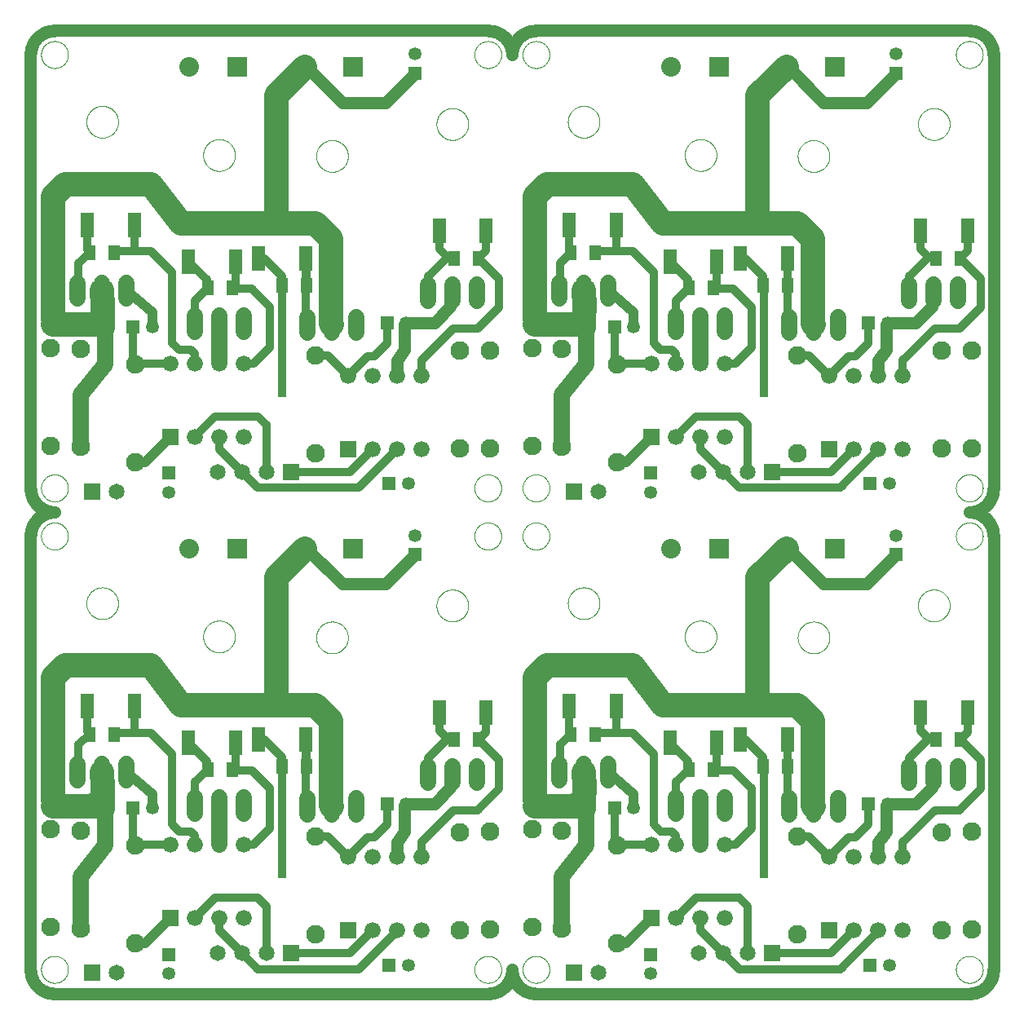
<source format=gbl>
G75*
%MOIN*%
%OFA0B0*%
%FSLAX25Y25*%
%IPPOS*%
%LPD*%
%AMOC8*
5,1,8,0,0,1.08239X$1,22.5*
%
%ADD10C,0.05000*%
%ADD11C,0.00000*%
%ADD12R,0.05315X0.05315*%
%ADD13C,0.05315*%
%ADD14C,0.07600*%
%ADD15R,0.06500X0.06500*%
%ADD16C,0.06500*%
%ADD17C,0.06600*%
%ADD18R,0.05000X0.06000*%
%ADD19R,0.06600X0.06600*%
%ADD20C,0.06600*%
%ADD21R,0.05709X0.10236*%
%ADD22R,0.08000X0.08000*%
%ADD23C,0.08000*%
%ADD24C,0.03200*%
%ADD25C,0.01200*%
%ADD26C,0.10000*%
%ADD27C,0.07600*%
%ADD28C,0.07000*%
%ADD29C,0.01600*%
%ADD30C,0.04000*%
%ADD31R,0.03562X0.03562*%
D10*
X0105562Y0052713D02*
X0105562Y0229878D01*
X0105565Y0230116D01*
X0105573Y0230354D01*
X0105588Y0230591D01*
X0105608Y0230828D01*
X0105634Y0231064D01*
X0105665Y0231300D01*
X0105702Y0231535D01*
X0105745Y0231769D01*
X0105794Y0232002D01*
X0105848Y0232234D01*
X0105908Y0232464D01*
X0105973Y0232693D01*
X0106044Y0232920D01*
X0106120Y0233145D01*
X0106202Y0233368D01*
X0106289Y0233590D01*
X0106381Y0233809D01*
X0106479Y0234026D01*
X0106581Y0234240D01*
X0106689Y0234452D01*
X0106803Y0234662D01*
X0106921Y0234868D01*
X0107044Y0235072D01*
X0107172Y0235272D01*
X0107304Y0235469D01*
X0107442Y0235664D01*
X0107584Y0235854D01*
X0107731Y0236042D01*
X0107882Y0236225D01*
X0108037Y0236405D01*
X0108197Y0236581D01*
X0108361Y0236753D01*
X0108530Y0236922D01*
X0108702Y0237086D01*
X0108878Y0237246D01*
X0109058Y0237401D01*
X0109241Y0237552D01*
X0109429Y0237699D01*
X0109619Y0237841D01*
X0109814Y0237979D01*
X0110011Y0238111D01*
X0110211Y0238239D01*
X0110415Y0238362D01*
X0110621Y0238480D01*
X0110831Y0238594D01*
X0111043Y0238702D01*
X0111257Y0238804D01*
X0111474Y0238902D01*
X0111693Y0238994D01*
X0111915Y0239081D01*
X0112138Y0239163D01*
X0112363Y0239239D01*
X0112590Y0239310D01*
X0112819Y0239375D01*
X0113049Y0239435D01*
X0113281Y0239489D01*
X0113514Y0239538D01*
X0113748Y0239581D01*
X0113983Y0239618D01*
X0114219Y0239649D01*
X0114455Y0239675D01*
X0114692Y0239695D01*
X0114929Y0239710D01*
X0115167Y0239718D01*
X0115405Y0239721D01*
X0115405Y0239720D02*
X0115167Y0239723D01*
X0114929Y0239731D01*
X0114692Y0239746D01*
X0114455Y0239766D01*
X0114219Y0239792D01*
X0113983Y0239823D01*
X0113748Y0239860D01*
X0113514Y0239903D01*
X0113281Y0239952D01*
X0113049Y0240006D01*
X0112819Y0240066D01*
X0112590Y0240131D01*
X0112363Y0240202D01*
X0112138Y0240278D01*
X0111915Y0240360D01*
X0111693Y0240447D01*
X0111474Y0240539D01*
X0111257Y0240637D01*
X0111043Y0240739D01*
X0110831Y0240847D01*
X0110621Y0240961D01*
X0110415Y0241079D01*
X0110211Y0241202D01*
X0110011Y0241330D01*
X0109814Y0241462D01*
X0109619Y0241600D01*
X0109429Y0241742D01*
X0109241Y0241889D01*
X0109058Y0242040D01*
X0108878Y0242195D01*
X0108702Y0242355D01*
X0108530Y0242519D01*
X0108361Y0242688D01*
X0108197Y0242860D01*
X0108037Y0243036D01*
X0107882Y0243216D01*
X0107731Y0243399D01*
X0107584Y0243587D01*
X0107442Y0243777D01*
X0107304Y0243972D01*
X0107172Y0244169D01*
X0107044Y0244369D01*
X0106921Y0244573D01*
X0106803Y0244779D01*
X0106689Y0244989D01*
X0106581Y0245201D01*
X0106479Y0245415D01*
X0106381Y0245632D01*
X0106289Y0245851D01*
X0106202Y0246073D01*
X0106120Y0246296D01*
X0106044Y0246521D01*
X0105973Y0246748D01*
X0105908Y0246977D01*
X0105848Y0247207D01*
X0105794Y0247439D01*
X0105745Y0247672D01*
X0105702Y0247906D01*
X0105665Y0248141D01*
X0105634Y0248377D01*
X0105608Y0248613D01*
X0105588Y0248850D01*
X0105573Y0249087D01*
X0105565Y0249325D01*
X0105562Y0249563D01*
X0105562Y0426728D01*
X0105565Y0426966D01*
X0105573Y0427204D01*
X0105588Y0427441D01*
X0105608Y0427678D01*
X0105634Y0427914D01*
X0105665Y0428150D01*
X0105702Y0428385D01*
X0105745Y0428619D01*
X0105794Y0428852D01*
X0105848Y0429084D01*
X0105908Y0429314D01*
X0105973Y0429543D01*
X0106044Y0429770D01*
X0106120Y0429995D01*
X0106202Y0430218D01*
X0106289Y0430440D01*
X0106381Y0430659D01*
X0106479Y0430876D01*
X0106581Y0431090D01*
X0106689Y0431302D01*
X0106803Y0431512D01*
X0106921Y0431718D01*
X0107044Y0431922D01*
X0107172Y0432122D01*
X0107304Y0432319D01*
X0107442Y0432514D01*
X0107584Y0432704D01*
X0107731Y0432892D01*
X0107882Y0433075D01*
X0108037Y0433255D01*
X0108197Y0433431D01*
X0108361Y0433603D01*
X0108530Y0433772D01*
X0108702Y0433936D01*
X0108878Y0434096D01*
X0109058Y0434251D01*
X0109241Y0434402D01*
X0109429Y0434549D01*
X0109619Y0434691D01*
X0109814Y0434829D01*
X0110011Y0434961D01*
X0110211Y0435089D01*
X0110415Y0435212D01*
X0110621Y0435330D01*
X0110831Y0435444D01*
X0111043Y0435552D01*
X0111257Y0435654D01*
X0111474Y0435752D01*
X0111693Y0435844D01*
X0111915Y0435931D01*
X0112138Y0436013D01*
X0112363Y0436089D01*
X0112590Y0436160D01*
X0112819Y0436225D01*
X0113049Y0436285D01*
X0113281Y0436339D01*
X0113514Y0436388D01*
X0113748Y0436431D01*
X0113983Y0436468D01*
X0114219Y0436499D01*
X0114455Y0436525D01*
X0114692Y0436545D01*
X0114929Y0436560D01*
X0115167Y0436568D01*
X0115405Y0436571D01*
X0292570Y0436571D01*
X0292808Y0436568D01*
X0293046Y0436560D01*
X0293283Y0436545D01*
X0293520Y0436525D01*
X0293756Y0436499D01*
X0293992Y0436468D01*
X0294227Y0436431D01*
X0294461Y0436388D01*
X0294694Y0436339D01*
X0294926Y0436285D01*
X0295156Y0436225D01*
X0295385Y0436160D01*
X0295612Y0436089D01*
X0295837Y0436013D01*
X0296060Y0435931D01*
X0296282Y0435844D01*
X0296501Y0435752D01*
X0296718Y0435654D01*
X0296932Y0435552D01*
X0297144Y0435444D01*
X0297354Y0435330D01*
X0297560Y0435212D01*
X0297764Y0435089D01*
X0297964Y0434961D01*
X0298161Y0434829D01*
X0298356Y0434691D01*
X0298546Y0434549D01*
X0298734Y0434402D01*
X0298917Y0434251D01*
X0299097Y0434096D01*
X0299273Y0433936D01*
X0299445Y0433772D01*
X0299614Y0433603D01*
X0299778Y0433431D01*
X0299938Y0433255D01*
X0300093Y0433075D01*
X0300244Y0432892D01*
X0300391Y0432704D01*
X0300533Y0432514D01*
X0300671Y0432319D01*
X0300803Y0432122D01*
X0300931Y0431922D01*
X0301054Y0431718D01*
X0301172Y0431512D01*
X0301286Y0431302D01*
X0301394Y0431090D01*
X0301496Y0430876D01*
X0301594Y0430659D01*
X0301686Y0430440D01*
X0301773Y0430218D01*
X0301855Y0429995D01*
X0301931Y0429770D01*
X0302002Y0429543D01*
X0302067Y0429314D01*
X0302127Y0429084D01*
X0302181Y0428852D01*
X0302230Y0428619D01*
X0302273Y0428385D01*
X0302310Y0428150D01*
X0302341Y0427914D01*
X0302367Y0427678D01*
X0302387Y0427441D01*
X0302402Y0427204D01*
X0302410Y0426966D01*
X0302413Y0426728D01*
X0302412Y0426728D02*
X0302415Y0426966D01*
X0302423Y0427204D01*
X0302438Y0427441D01*
X0302458Y0427678D01*
X0302484Y0427914D01*
X0302515Y0428150D01*
X0302552Y0428385D01*
X0302595Y0428619D01*
X0302644Y0428852D01*
X0302698Y0429084D01*
X0302758Y0429314D01*
X0302823Y0429543D01*
X0302894Y0429770D01*
X0302970Y0429995D01*
X0303052Y0430218D01*
X0303139Y0430440D01*
X0303231Y0430659D01*
X0303329Y0430876D01*
X0303431Y0431090D01*
X0303539Y0431302D01*
X0303653Y0431512D01*
X0303771Y0431718D01*
X0303894Y0431922D01*
X0304022Y0432122D01*
X0304154Y0432319D01*
X0304292Y0432514D01*
X0304434Y0432704D01*
X0304581Y0432892D01*
X0304732Y0433075D01*
X0304887Y0433255D01*
X0305047Y0433431D01*
X0305211Y0433603D01*
X0305380Y0433772D01*
X0305552Y0433936D01*
X0305728Y0434096D01*
X0305908Y0434251D01*
X0306091Y0434402D01*
X0306279Y0434549D01*
X0306469Y0434691D01*
X0306664Y0434829D01*
X0306861Y0434961D01*
X0307061Y0435089D01*
X0307265Y0435212D01*
X0307471Y0435330D01*
X0307681Y0435444D01*
X0307893Y0435552D01*
X0308107Y0435654D01*
X0308324Y0435752D01*
X0308543Y0435844D01*
X0308765Y0435931D01*
X0308988Y0436013D01*
X0309213Y0436089D01*
X0309440Y0436160D01*
X0309669Y0436225D01*
X0309899Y0436285D01*
X0310131Y0436339D01*
X0310364Y0436388D01*
X0310598Y0436431D01*
X0310833Y0436468D01*
X0311069Y0436499D01*
X0311305Y0436525D01*
X0311542Y0436545D01*
X0311779Y0436560D01*
X0312017Y0436568D01*
X0312255Y0436571D01*
X0489420Y0436571D01*
X0489658Y0436568D01*
X0489896Y0436560D01*
X0490133Y0436545D01*
X0490370Y0436525D01*
X0490606Y0436499D01*
X0490842Y0436468D01*
X0491077Y0436431D01*
X0491311Y0436388D01*
X0491544Y0436339D01*
X0491776Y0436285D01*
X0492006Y0436225D01*
X0492235Y0436160D01*
X0492462Y0436089D01*
X0492687Y0436013D01*
X0492910Y0435931D01*
X0493132Y0435844D01*
X0493351Y0435752D01*
X0493568Y0435654D01*
X0493782Y0435552D01*
X0493994Y0435444D01*
X0494204Y0435330D01*
X0494410Y0435212D01*
X0494614Y0435089D01*
X0494814Y0434961D01*
X0495011Y0434829D01*
X0495206Y0434691D01*
X0495396Y0434549D01*
X0495584Y0434402D01*
X0495767Y0434251D01*
X0495947Y0434096D01*
X0496123Y0433936D01*
X0496295Y0433772D01*
X0496464Y0433603D01*
X0496628Y0433431D01*
X0496788Y0433255D01*
X0496943Y0433075D01*
X0497094Y0432892D01*
X0497241Y0432704D01*
X0497383Y0432514D01*
X0497521Y0432319D01*
X0497653Y0432122D01*
X0497781Y0431922D01*
X0497904Y0431718D01*
X0498022Y0431512D01*
X0498136Y0431302D01*
X0498244Y0431090D01*
X0498346Y0430876D01*
X0498444Y0430659D01*
X0498536Y0430440D01*
X0498623Y0430218D01*
X0498705Y0429995D01*
X0498781Y0429770D01*
X0498852Y0429543D01*
X0498917Y0429314D01*
X0498977Y0429084D01*
X0499031Y0428852D01*
X0499080Y0428619D01*
X0499123Y0428385D01*
X0499160Y0428150D01*
X0499191Y0427914D01*
X0499217Y0427678D01*
X0499237Y0427441D01*
X0499252Y0427204D01*
X0499260Y0426966D01*
X0499263Y0426728D01*
X0499263Y0249563D01*
X0499260Y0249325D01*
X0499252Y0249087D01*
X0499237Y0248850D01*
X0499217Y0248613D01*
X0499191Y0248377D01*
X0499160Y0248141D01*
X0499123Y0247906D01*
X0499080Y0247672D01*
X0499031Y0247439D01*
X0498977Y0247207D01*
X0498917Y0246977D01*
X0498852Y0246748D01*
X0498781Y0246521D01*
X0498705Y0246296D01*
X0498623Y0246073D01*
X0498536Y0245851D01*
X0498444Y0245632D01*
X0498346Y0245415D01*
X0498244Y0245201D01*
X0498136Y0244989D01*
X0498022Y0244779D01*
X0497904Y0244573D01*
X0497781Y0244369D01*
X0497653Y0244169D01*
X0497521Y0243972D01*
X0497383Y0243777D01*
X0497241Y0243587D01*
X0497094Y0243399D01*
X0496943Y0243216D01*
X0496788Y0243036D01*
X0496628Y0242860D01*
X0496464Y0242688D01*
X0496295Y0242519D01*
X0496123Y0242355D01*
X0495947Y0242195D01*
X0495767Y0242040D01*
X0495584Y0241889D01*
X0495396Y0241742D01*
X0495206Y0241600D01*
X0495011Y0241462D01*
X0494814Y0241330D01*
X0494614Y0241202D01*
X0494410Y0241079D01*
X0494204Y0240961D01*
X0493994Y0240847D01*
X0493782Y0240739D01*
X0493568Y0240637D01*
X0493351Y0240539D01*
X0493132Y0240447D01*
X0492910Y0240360D01*
X0492687Y0240278D01*
X0492462Y0240202D01*
X0492235Y0240131D01*
X0492006Y0240066D01*
X0491776Y0240006D01*
X0491544Y0239952D01*
X0491311Y0239903D01*
X0491077Y0239860D01*
X0490842Y0239823D01*
X0490606Y0239792D01*
X0490370Y0239766D01*
X0490133Y0239746D01*
X0489896Y0239731D01*
X0489658Y0239723D01*
X0489420Y0239720D01*
X0489420Y0239721D02*
X0489658Y0239718D01*
X0489896Y0239710D01*
X0490133Y0239695D01*
X0490370Y0239675D01*
X0490606Y0239649D01*
X0490842Y0239618D01*
X0491077Y0239581D01*
X0491311Y0239538D01*
X0491544Y0239489D01*
X0491776Y0239435D01*
X0492006Y0239375D01*
X0492235Y0239310D01*
X0492462Y0239239D01*
X0492687Y0239163D01*
X0492910Y0239081D01*
X0493132Y0238994D01*
X0493351Y0238902D01*
X0493568Y0238804D01*
X0493782Y0238702D01*
X0493994Y0238594D01*
X0494204Y0238480D01*
X0494410Y0238362D01*
X0494614Y0238239D01*
X0494814Y0238111D01*
X0495011Y0237979D01*
X0495206Y0237841D01*
X0495396Y0237699D01*
X0495584Y0237552D01*
X0495767Y0237401D01*
X0495947Y0237246D01*
X0496123Y0237086D01*
X0496295Y0236922D01*
X0496464Y0236753D01*
X0496628Y0236581D01*
X0496788Y0236405D01*
X0496943Y0236225D01*
X0497094Y0236042D01*
X0497241Y0235854D01*
X0497383Y0235664D01*
X0497521Y0235469D01*
X0497653Y0235272D01*
X0497781Y0235072D01*
X0497904Y0234868D01*
X0498022Y0234662D01*
X0498136Y0234452D01*
X0498244Y0234240D01*
X0498346Y0234026D01*
X0498444Y0233809D01*
X0498536Y0233590D01*
X0498623Y0233368D01*
X0498705Y0233145D01*
X0498781Y0232920D01*
X0498852Y0232693D01*
X0498917Y0232464D01*
X0498977Y0232234D01*
X0499031Y0232002D01*
X0499080Y0231769D01*
X0499123Y0231535D01*
X0499160Y0231300D01*
X0499191Y0231064D01*
X0499217Y0230828D01*
X0499237Y0230591D01*
X0499252Y0230354D01*
X0499260Y0230116D01*
X0499263Y0229878D01*
X0499263Y0052713D01*
X0499260Y0052475D01*
X0499252Y0052237D01*
X0499237Y0052000D01*
X0499217Y0051763D01*
X0499191Y0051527D01*
X0499160Y0051291D01*
X0499123Y0051056D01*
X0499080Y0050822D01*
X0499031Y0050589D01*
X0498977Y0050357D01*
X0498917Y0050127D01*
X0498852Y0049898D01*
X0498781Y0049671D01*
X0498705Y0049446D01*
X0498623Y0049223D01*
X0498536Y0049001D01*
X0498444Y0048782D01*
X0498346Y0048565D01*
X0498244Y0048351D01*
X0498136Y0048139D01*
X0498022Y0047929D01*
X0497904Y0047723D01*
X0497781Y0047519D01*
X0497653Y0047319D01*
X0497521Y0047122D01*
X0497383Y0046927D01*
X0497241Y0046737D01*
X0497094Y0046549D01*
X0496943Y0046366D01*
X0496788Y0046186D01*
X0496628Y0046010D01*
X0496464Y0045838D01*
X0496295Y0045669D01*
X0496123Y0045505D01*
X0495947Y0045345D01*
X0495767Y0045190D01*
X0495584Y0045039D01*
X0495396Y0044892D01*
X0495206Y0044750D01*
X0495011Y0044612D01*
X0494814Y0044480D01*
X0494614Y0044352D01*
X0494410Y0044229D01*
X0494204Y0044111D01*
X0493994Y0043997D01*
X0493782Y0043889D01*
X0493568Y0043787D01*
X0493351Y0043689D01*
X0493132Y0043597D01*
X0492910Y0043510D01*
X0492687Y0043428D01*
X0492462Y0043352D01*
X0492235Y0043281D01*
X0492006Y0043216D01*
X0491776Y0043156D01*
X0491544Y0043102D01*
X0491311Y0043053D01*
X0491077Y0043010D01*
X0490842Y0042973D01*
X0490606Y0042942D01*
X0490370Y0042916D01*
X0490133Y0042896D01*
X0489896Y0042881D01*
X0489658Y0042873D01*
X0489420Y0042870D01*
X0312255Y0042870D01*
X0312017Y0042873D01*
X0311779Y0042881D01*
X0311542Y0042896D01*
X0311305Y0042916D01*
X0311069Y0042942D01*
X0310833Y0042973D01*
X0310598Y0043010D01*
X0310364Y0043053D01*
X0310131Y0043102D01*
X0309899Y0043156D01*
X0309669Y0043216D01*
X0309440Y0043281D01*
X0309213Y0043352D01*
X0308988Y0043428D01*
X0308765Y0043510D01*
X0308543Y0043597D01*
X0308324Y0043689D01*
X0308107Y0043787D01*
X0307893Y0043889D01*
X0307681Y0043997D01*
X0307471Y0044111D01*
X0307265Y0044229D01*
X0307061Y0044352D01*
X0306861Y0044480D01*
X0306664Y0044612D01*
X0306469Y0044750D01*
X0306279Y0044892D01*
X0306091Y0045039D01*
X0305908Y0045190D01*
X0305728Y0045345D01*
X0305552Y0045505D01*
X0305380Y0045669D01*
X0305211Y0045838D01*
X0305047Y0046010D01*
X0304887Y0046186D01*
X0304732Y0046366D01*
X0304581Y0046549D01*
X0304434Y0046737D01*
X0304292Y0046927D01*
X0304154Y0047122D01*
X0304022Y0047319D01*
X0303894Y0047519D01*
X0303771Y0047723D01*
X0303653Y0047929D01*
X0303539Y0048139D01*
X0303431Y0048351D01*
X0303329Y0048565D01*
X0303231Y0048782D01*
X0303139Y0049001D01*
X0303052Y0049223D01*
X0302970Y0049446D01*
X0302894Y0049671D01*
X0302823Y0049898D01*
X0302758Y0050127D01*
X0302698Y0050357D01*
X0302644Y0050589D01*
X0302595Y0050822D01*
X0302552Y0051056D01*
X0302515Y0051291D01*
X0302484Y0051527D01*
X0302458Y0051763D01*
X0302438Y0052000D01*
X0302423Y0052237D01*
X0302415Y0052475D01*
X0302412Y0052713D01*
X0302413Y0052713D02*
X0302410Y0052475D01*
X0302402Y0052237D01*
X0302387Y0052000D01*
X0302367Y0051763D01*
X0302341Y0051527D01*
X0302310Y0051291D01*
X0302273Y0051056D01*
X0302230Y0050822D01*
X0302181Y0050589D01*
X0302127Y0050357D01*
X0302067Y0050127D01*
X0302002Y0049898D01*
X0301931Y0049671D01*
X0301855Y0049446D01*
X0301773Y0049223D01*
X0301686Y0049001D01*
X0301594Y0048782D01*
X0301496Y0048565D01*
X0301394Y0048351D01*
X0301286Y0048139D01*
X0301172Y0047929D01*
X0301054Y0047723D01*
X0300931Y0047519D01*
X0300803Y0047319D01*
X0300671Y0047122D01*
X0300533Y0046927D01*
X0300391Y0046737D01*
X0300244Y0046549D01*
X0300093Y0046366D01*
X0299938Y0046186D01*
X0299778Y0046010D01*
X0299614Y0045838D01*
X0299445Y0045669D01*
X0299273Y0045505D01*
X0299097Y0045345D01*
X0298917Y0045190D01*
X0298734Y0045039D01*
X0298546Y0044892D01*
X0298356Y0044750D01*
X0298161Y0044612D01*
X0297964Y0044480D01*
X0297764Y0044352D01*
X0297560Y0044229D01*
X0297354Y0044111D01*
X0297144Y0043997D01*
X0296932Y0043889D01*
X0296718Y0043787D01*
X0296501Y0043689D01*
X0296282Y0043597D01*
X0296060Y0043510D01*
X0295837Y0043428D01*
X0295612Y0043352D01*
X0295385Y0043281D01*
X0295156Y0043216D01*
X0294926Y0043156D01*
X0294694Y0043102D01*
X0294461Y0043053D01*
X0294227Y0043010D01*
X0293992Y0042973D01*
X0293756Y0042942D01*
X0293520Y0042916D01*
X0293283Y0042896D01*
X0293046Y0042881D01*
X0292808Y0042873D01*
X0292570Y0042870D01*
X0115405Y0042870D01*
X0115167Y0042873D01*
X0114929Y0042881D01*
X0114692Y0042896D01*
X0114455Y0042916D01*
X0114219Y0042942D01*
X0113983Y0042973D01*
X0113748Y0043010D01*
X0113514Y0043053D01*
X0113281Y0043102D01*
X0113049Y0043156D01*
X0112819Y0043216D01*
X0112590Y0043281D01*
X0112363Y0043352D01*
X0112138Y0043428D01*
X0111915Y0043510D01*
X0111693Y0043597D01*
X0111474Y0043689D01*
X0111257Y0043787D01*
X0111043Y0043889D01*
X0110831Y0043997D01*
X0110621Y0044111D01*
X0110415Y0044229D01*
X0110211Y0044352D01*
X0110011Y0044480D01*
X0109814Y0044612D01*
X0109619Y0044750D01*
X0109429Y0044892D01*
X0109241Y0045039D01*
X0109058Y0045190D01*
X0108878Y0045345D01*
X0108702Y0045505D01*
X0108530Y0045669D01*
X0108361Y0045838D01*
X0108197Y0046010D01*
X0108037Y0046186D01*
X0107882Y0046366D01*
X0107731Y0046549D01*
X0107584Y0046737D01*
X0107442Y0046927D01*
X0107304Y0047122D01*
X0107172Y0047319D01*
X0107044Y0047519D01*
X0106921Y0047723D01*
X0106803Y0047929D01*
X0106689Y0048139D01*
X0106581Y0048351D01*
X0106479Y0048565D01*
X0106381Y0048782D01*
X0106289Y0049001D01*
X0106202Y0049223D01*
X0106120Y0049446D01*
X0106044Y0049671D01*
X0105973Y0049898D01*
X0105908Y0050127D01*
X0105848Y0050357D01*
X0105794Y0050589D01*
X0105745Y0050822D01*
X0105702Y0051056D01*
X0105665Y0051291D01*
X0105634Y0051527D01*
X0105608Y0051763D01*
X0105588Y0052000D01*
X0105573Y0052237D01*
X0105565Y0052475D01*
X0105562Y0052713D01*
X0255356Y0098648D02*
X0255356Y0104720D01*
X0258505Y0109120D01*
X0258505Y0119661D01*
X0259204Y0120360D01*
X0270602Y0120360D01*
X0277255Y0127014D01*
X0277255Y0131689D01*
X0278052Y0132486D01*
X0250700Y0210370D02*
X0233062Y0210370D01*
X0218554Y0224878D01*
X0217767Y0224878D01*
X0250700Y0210370D02*
X0262619Y0222289D01*
X0255356Y0295498D02*
X0255356Y0301571D01*
X0258505Y0305970D01*
X0258505Y0316512D01*
X0259204Y0317211D01*
X0270602Y0317211D01*
X0277255Y0323864D01*
X0277255Y0328539D01*
X0278052Y0329337D01*
X0250700Y0407220D02*
X0233062Y0407220D01*
X0218554Y0421728D01*
X0217767Y0421728D01*
X0250700Y0407220D02*
X0262619Y0419140D01*
X0414617Y0421728D02*
X0415405Y0421728D01*
X0429913Y0407220D01*
X0447550Y0407220D01*
X0459470Y0419140D01*
X0474903Y0329337D02*
X0474106Y0328539D01*
X0474106Y0323864D01*
X0467452Y0317211D01*
X0456054Y0317211D01*
X0455356Y0316512D01*
X0455356Y0305970D01*
X0452206Y0301571D01*
X0452206Y0295498D01*
X0415405Y0224878D02*
X0429913Y0210370D01*
X0447550Y0210370D01*
X0459470Y0222289D01*
X0415405Y0224878D02*
X0414617Y0224878D01*
X0474903Y0132486D02*
X0474106Y0131689D01*
X0474106Y0127014D01*
X0467452Y0120360D01*
X0456054Y0120360D01*
X0455356Y0119661D01*
X0455356Y0109120D01*
X0452206Y0104720D01*
X0452206Y0098648D01*
D11*
X0483908Y0052713D02*
X0483910Y0052861D01*
X0483916Y0053009D01*
X0483926Y0053157D01*
X0483940Y0053304D01*
X0483958Y0053451D01*
X0483979Y0053597D01*
X0484005Y0053743D01*
X0484035Y0053888D01*
X0484068Y0054032D01*
X0484106Y0054175D01*
X0484147Y0054317D01*
X0484192Y0054458D01*
X0484240Y0054598D01*
X0484293Y0054737D01*
X0484349Y0054874D01*
X0484409Y0055009D01*
X0484472Y0055143D01*
X0484539Y0055275D01*
X0484610Y0055405D01*
X0484684Y0055533D01*
X0484761Y0055659D01*
X0484842Y0055783D01*
X0484926Y0055905D01*
X0485013Y0056024D01*
X0485104Y0056141D01*
X0485198Y0056256D01*
X0485294Y0056368D01*
X0485394Y0056478D01*
X0485496Y0056584D01*
X0485602Y0056688D01*
X0485710Y0056789D01*
X0485821Y0056887D01*
X0485934Y0056983D01*
X0486050Y0057075D01*
X0486168Y0057164D01*
X0486289Y0057249D01*
X0486412Y0057332D01*
X0486537Y0057411D01*
X0486664Y0057487D01*
X0486793Y0057559D01*
X0486924Y0057628D01*
X0487057Y0057693D01*
X0487192Y0057754D01*
X0487328Y0057812D01*
X0487465Y0057867D01*
X0487604Y0057917D01*
X0487745Y0057964D01*
X0487886Y0058007D01*
X0488029Y0058047D01*
X0488173Y0058082D01*
X0488317Y0058114D01*
X0488463Y0058141D01*
X0488609Y0058165D01*
X0488756Y0058185D01*
X0488903Y0058201D01*
X0489050Y0058213D01*
X0489198Y0058221D01*
X0489346Y0058225D01*
X0489494Y0058225D01*
X0489642Y0058221D01*
X0489790Y0058213D01*
X0489937Y0058201D01*
X0490084Y0058185D01*
X0490231Y0058165D01*
X0490377Y0058141D01*
X0490523Y0058114D01*
X0490667Y0058082D01*
X0490811Y0058047D01*
X0490954Y0058007D01*
X0491095Y0057964D01*
X0491236Y0057917D01*
X0491375Y0057867D01*
X0491512Y0057812D01*
X0491648Y0057754D01*
X0491783Y0057693D01*
X0491916Y0057628D01*
X0492047Y0057559D01*
X0492176Y0057487D01*
X0492303Y0057411D01*
X0492428Y0057332D01*
X0492551Y0057249D01*
X0492672Y0057164D01*
X0492790Y0057075D01*
X0492906Y0056983D01*
X0493019Y0056887D01*
X0493130Y0056789D01*
X0493238Y0056688D01*
X0493344Y0056584D01*
X0493446Y0056478D01*
X0493546Y0056368D01*
X0493642Y0056256D01*
X0493736Y0056141D01*
X0493827Y0056024D01*
X0493914Y0055905D01*
X0493998Y0055783D01*
X0494079Y0055659D01*
X0494156Y0055533D01*
X0494230Y0055405D01*
X0494301Y0055275D01*
X0494368Y0055143D01*
X0494431Y0055009D01*
X0494491Y0054874D01*
X0494547Y0054737D01*
X0494600Y0054598D01*
X0494648Y0054458D01*
X0494693Y0054317D01*
X0494734Y0054175D01*
X0494772Y0054032D01*
X0494805Y0053888D01*
X0494835Y0053743D01*
X0494861Y0053597D01*
X0494882Y0053451D01*
X0494900Y0053304D01*
X0494914Y0053157D01*
X0494924Y0053009D01*
X0494930Y0052861D01*
X0494932Y0052713D01*
X0494930Y0052565D01*
X0494924Y0052417D01*
X0494914Y0052269D01*
X0494900Y0052122D01*
X0494882Y0051975D01*
X0494861Y0051829D01*
X0494835Y0051683D01*
X0494805Y0051538D01*
X0494772Y0051394D01*
X0494734Y0051251D01*
X0494693Y0051109D01*
X0494648Y0050968D01*
X0494600Y0050828D01*
X0494547Y0050689D01*
X0494491Y0050552D01*
X0494431Y0050417D01*
X0494368Y0050283D01*
X0494301Y0050151D01*
X0494230Y0050021D01*
X0494156Y0049893D01*
X0494079Y0049767D01*
X0493998Y0049643D01*
X0493914Y0049521D01*
X0493827Y0049402D01*
X0493736Y0049285D01*
X0493642Y0049170D01*
X0493546Y0049058D01*
X0493446Y0048948D01*
X0493344Y0048842D01*
X0493238Y0048738D01*
X0493130Y0048637D01*
X0493019Y0048539D01*
X0492906Y0048443D01*
X0492790Y0048351D01*
X0492672Y0048262D01*
X0492551Y0048177D01*
X0492428Y0048094D01*
X0492303Y0048015D01*
X0492176Y0047939D01*
X0492047Y0047867D01*
X0491916Y0047798D01*
X0491783Y0047733D01*
X0491648Y0047672D01*
X0491512Y0047614D01*
X0491375Y0047559D01*
X0491236Y0047509D01*
X0491095Y0047462D01*
X0490954Y0047419D01*
X0490811Y0047379D01*
X0490667Y0047344D01*
X0490523Y0047312D01*
X0490377Y0047285D01*
X0490231Y0047261D01*
X0490084Y0047241D01*
X0489937Y0047225D01*
X0489790Y0047213D01*
X0489642Y0047205D01*
X0489494Y0047201D01*
X0489346Y0047201D01*
X0489198Y0047205D01*
X0489050Y0047213D01*
X0488903Y0047225D01*
X0488756Y0047241D01*
X0488609Y0047261D01*
X0488463Y0047285D01*
X0488317Y0047312D01*
X0488173Y0047344D01*
X0488029Y0047379D01*
X0487886Y0047419D01*
X0487745Y0047462D01*
X0487604Y0047509D01*
X0487465Y0047559D01*
X0487328Y0047614D01*
X0487192Y0047672D01*
X0487057Y0047733D01*
X0486924Y0047798D01*
X0486793Y0047867D01*
X0486664Y0047939D01*
X0486537Y0048015D01*
X0486412Y0048094D01*
X0486289Y0048177D01*
X0486168Y0048262D01*
X0486050Y0048351D01*
X0485934Y0048443D01*
X0485821Y0048539D01*
X0485710Y0048637D01*
X0485602Y0048738D01*
X0485496Y0048842D01*
X0485394Y0048948D01*
X0485294Y0049058D01*
X0485198Y0049170D01*
X0485104Y0049285D01*
X0485013Y0049402D01*
X0484926Y0049521D01*
X0484842Y0049643D01*
X0484761Y0049767D01*
X0484684Y0049893D01*
X0484610Y0050021D01*
X0484539Y0050151D01*
X0484472Y0050283D01*
X0484409Y0050417D01*
X0484349Y0050552D01*
X0484293Y0050689D01*
X0484240Y0050828D01*
X0484192Y0050968D01*
X0484147Y0051109D01*
X0484106Y0051251D01*
X0484068Y0051394D01*
X0484035Y0051538D01*
X0484005Y0051683D01*
X0483979Y0051829D01*
X0483958Y0051975D01*
X0483940Y0052122D01*
X0483926Y0052269D01*
X0483916Y0052417D01*
X0483910Y0052565D01*
X0483908Y0052713D01*
X0419230Y0188415D02*
X0419232Y0188576D01*
X0419238Y0188736D01*
X0419248Y0188897D01*
X0419262Y0189057D01*
X0419280Y0189217D01*
X0419301Y0189376D01*
X0419327Y0189535D01*
X0419357Y0189693D01*
X0419390Y0189850D01*
X0419428Y0190007D01*
X0419469Y0190162D01*
X0419514Y0190316D01*
X0419563Y0190469D01*
X0419616Y0190621D01*
X0419672Y0190772D01*
X0419733Y0190921D01*
X0419796Y0191069D01*
X0419864Y0191215D01*
X0419935Y0191359D01*
X0420009Y0191501D01*
X0420087Y0191642D01*
X0420169Y0191780D01*
X0420254Y0191917D01*
X0420342Y0192051D01*
X0420434Y0192183D01*
X0420529Y0192313D01*
X0420627Y0192441D01*
X0420728Y0192566D01*
X0420832Y0192688D01*
X0420939Y0192808D01*
X0421049Y0192925D01*
X0421162Y0193040D01*
X0421278Y0193151D01*
X0421397Y0193260D01*
X0421518Y0193365D01*
X0421642Y0193468D01*
X0421768Y0193568D01*
X0421896Y0193664D01*
X0422027Y0193757D01*
X0422161Y0193847D01*
X0422296Y0193934D01*
X0422434Y0194017D01*
X0422573Y0194097D01*
X0422715Y0194173D01*
X0422858Y0194246D01*
X0423003Y0194315D01*
X0423150Y0194381D01*
X0423298Y0194443D01*
X0423448Y0194501D01*
X0423599Y0194556D01*
X0423752Y0194607D01*
X0423906Y0194654D01*
X0424061Y0194697D01*
X0424217Y0194736D01*
X0424373Y0194772D01*
X0424531Y0194803D01*
X0424689Y0194831D01*
X0424848Y0194855D01*
X0425008Y0194875D01*
X0425168Y0194891D01*
X0425328Y0194903D01*
X0425489Y0194911D01*
X0425650Y0194915D01*
X0425810Y0194915D01*
X0425971Y0194911D01*
X0426132Y0194903D01*
X0426292Y0194891D01*
X0426452Y0194875D01*
X0426612Y0194855D01*
X0426771Y0194831D01*
X0426929Y0194803D01*
X0427087Y0194772D01*
X0427243Y0194736D01*
X0427399Y0194697D01*
X0427554Y0194654D01*
X0427708Y0194607D01*
X0427861Y0194556D01*
X0428012Y0194501D01*
X0428162Y0194443D01*
X0428310Y0194381D01*
X0428457Y0194315D01*
X0428602Y0194246D01*
X0428745Y0194173D01*
X0428887Y0194097D01*
X0429026Y0194017D01*
X0429164Y0193934D01*
X0429299Y0193847D01*
X0429433Y0193757D01*
X0429564Y0193664D01*
X0429692Y0193568D01*
X0429818Y0193468D01*
X0429942Y0193365D01*
X0430063Y0193260D01*
X0430182Y0193151D01*
X0430298Y0193040D01*
X0430411Y0192925D01*
X0430521Y0192808D01*
X0430628Y0192688D01*
X0430732Y0192566D01*
X0430833Y0192441D01*
X0430931Y0192313D01*
X0431026Y0192183D01*
X0431118Y0192051D01*
X0431206Y0191917D01*
X0431291Y0191780D01*
X0431373Y0191642D01*
X0431451Y0191501D01*
X0431525Y0191359D01*
X0431596Y0191215D01*
X0431664Y0191069D01*
X0431727Y0190921D01*
X0431788Y0190772D01*
X0431844Y0190621D01*
X0431897Y0190469D01*
X0431946Y0190316D01*
X0431991Y0190162D01*
X0432032Y0190007D01*
X0432070Y0189850D01*
X0432103Y0189693D01*
X0432133Y0189535D01*
X0432159Y0189376D01*
X0432180Y0189217D01*
X0432198Y0189057D01*
X0432212Y0188897D01*
X0432222Y0188736D01*
X0432228Y0188576D01*
X0432230Y0188415D01*
X0432228Y0188254D01*
X0432222Y0188094D01*
X0432212Y0187933D01*
X0432198Y0187773D01*
X0432180Y0187613D01*
X0432159Y0187454D01*
X0432133Y0187295D01*
X0432103Y0187137D01*
X0432070Y0186980D01*
X0432032Y0186823D01*
X0431991Y0186668D01*
X0431946Y0186514D01*
X0431897Y0186361D01*
X0431844Y0186209D01*
X0431788Y0186058D01*
X0431727Y0185909D01*
X0431664Y0185761D01*
X0431596Y0185615D01*
X0431525Y0185471D01*
X0431451Y0185329D01*
X0431373Y0185188D01*
X0431291Y0185050D01*
X0431206Y0184913D01*
X0431118Y0184779D01*
X0431026Y0184647D01*
X0430931Y0184517D01*
X0430833Y0184389D01*
X0430732Y0184264D01*
X0430628Y0184142D01*
X0430521Y0184022D01*
X0430411Y0183905D01*
X0430298Y0183790D01*
X0430182Y0183679D01*
X0430063Y0183570D01*
X0429942Y0183465D01*
X0429818Y0183362D01*
X0429692Y0183262D01*
X0429564Y0183166D01*
X0429433Y0183073D01*
X0429299Y0182983D01*
X0429164Y0182896D01*
X0429026Y0182813D01*
X0428887Y0182733D01*
X0428745Y0182657D01*
X0428602Y0182584D01*
X0428457Y0182515D01*
X0428310Y0182449D01*
X0428162Y0182387D01*
X0428012Y0182329D01*
X0427861Y0182274D01*
X0427708Y0182223D01*
X0427554Y0182176D01*
X0427399Y0182133D01*
X0427243Y0182094D01*
X0427087Y0182058D01*
X0426929Y0182027D01*
X0426771Y0181999D01*
X0426612Y0181975D01*
X0426452Y0181955D01*
X0426292Y0181939D01*
X0426132Y0181927D01*
X0425971Y0181919D01*
X0425810Y0181915D01*
X0425650Y0181915D01*
X0425489Y0181919D01*
X0425328Y0181927D01*
X0425168Y0181939D01*
X0425008Y0181955D01*
X0424848Y0181975D01*
X0424689Y0181999D01*
X0424531Y0182027D01*
X0424373Y0182058D01*
X0424217Y0182094D01*
X0424061Y0182133D01*
X0423906Y0182176D01*
X0423752Y0182223D01*
X0423599Y0182274D01*
X0423448Y0182329D01*
X0423298Y0182387D01*
X0423150Y0182449D01*
X0423003Y0182515D01*
X0422858Y0182584D01*
X0422715Y0182657D01*
X0422573Y0182733D01*
X0422434Y0182813D01*
X0422296Y0182896D01*
X0422161Y0182983D01*
X0422027Y0183073D01*
X0421896Y0183166D01*
X0421768Y0183262D01*
X0421642Y0183362D01*
X0421518Y0183465D01*
X0421397Y0183570D01*
X0421278Y0183679D01*
X0421162Y0183790D01*
X0421049Y0183905D01*
X0420939Y0184022D01*
X0420832Y0184142D01*
X0420728Y0184264D01*
X0420627Y0184389D01*
X0420529Y0184517D01*
X0420434Y0184647D01*
X0420342Y0184779D01*
X0420254Y0184913D01*
X0420169Y0185050D01*
X0420087Y0185188D01*
X0420009Y0185329D01*
X0419935Y0185471D01*
X0419864Y0185615D01*
X0419796Y0185761D01*
X0419733Y0185909D01*
X0419672Y0186058D01*
X0419616Y0186209D01*
X0419563Y0186361D01*
X0419514Y0186514D01*
X0419469Y0186668D01*
X0419428Y0186823D01*
X0419390Y0186980D01*
X0419357Y0187137D01*
X0419327Y0187295D01*
X0419301Y0187454D01*
X0419280Y0187613D01*
X0419262Y0187773D01*
X0419248Y0187933D01*
X0419238Y0188094D01*
X0419232Y0188254D01*
X0419230Y0188415D01*
X0373029Y0188809D02*
X0373031Y0188970D01*
X0373037Y0189130D01*
X0373047Y0189291D01*
X0373061Y0189451D01*
X0373079Y0189611D01*
X0373100Y0189770D01*
X0373126Y0189929D01*
X0373156Y0190087D01*
X0373189Y0190244D01*
X0373227Y0190401D01*
X0373268Y0190556D01*
X0373313Y0190710D01*
X0373362Y0190863D01*
X0373415Y0191015D01*
X0373471Y0191166D01*
X0373532Y0191315D01*
X0373595Y0191463D01*
X0373663Y0191609D01*
X0373734Y0191753D01*
X0373808Y0191895D01*
X0373886Y0192036D01*
X0373968Y0192174D01*
X0374053Y0192311D01*
X0374141Y0192445D01*
X0374233Y0192577D01*
X0374328Y0192707D01*
X0374426Y0192835D01*
X0374527Y0192960D01*
X0374631Y0193082D01*
X0374738Y0193202D01*
X0374848Y0193319D01*
X0374961Y0193434D01*
X0375077Y0193545D01*
X0375196Y0193654D01*
X0375317Y0193759D01*
X0375441Y0193862D01*
X0375567Y0193962D01*
X0375695Y0194058D01*
X0375826Y0194151D01*
X0375960Y0194241D01*
X0376095Y0194328D01*
X0376233Y0194411D01*
X0376372Y0194491D01*
X0376514Y0194567D01*
X0376657Y0194640D01*
X0376802Y0194709D01*
X0376949Y0194775D01*
X0377097Y0194837D01*
X0377247Y0194895D01*
X0377398Y0194950D01*
X0377551Y0195001D01*
X0377705Y0195048D01*
X0377860Y0195091D01*
X0378016Y0195130D01*
X0378172Y0195166D01*
X0378330Y0195197D01*
X0378488Y0195225D01*
X0378647Y0195249D01*
X0378807Y0195269D01*
X0378967Y0195285D01*
X0379127Y0195297D01*
X0379288Y0195305D01*
X0379449Y0195309D01*
X0379609Y0195309D01*
X0379770Y0195305D01*
X0379931Y0195297D01*
X0380091Y0195285D01*
X0380251Y0195269D01*
X0380411Y0195249D01*
X0380570Y0195225D01*
X0380728Y0195197D01*
X0380886Y0195166D01*
X0381042Y0195130D01*
X0381198Y0195091D01*
X0381353Y0195048D01*
X0381507Y0195001D01*
X0381660Y0194950D01*
X0381811Y0194895D01*
X0381961Y0194837D01*
X0382109Y0194775D01*
X0382256Y0194709D01*
X0382401Y0194640D01*
X0382544Y0194567D01*
X0382686Y0194491D01*
X0382825Y0194411D01*
X0382963Y0194328D01*
X0383098Y0194241D01*
X0383232Y0194151D01*
X0383363Y0194058D01*
X0383491Y0193962D01*
X0383617Y0193862D01*
X0383741Y0193759D01*
X0383862Y0193654D01*
X0383981Y0193545D01*
X0384097Y0193434D01*
X0384210Y0193319D01*
X0384320Y0193202D01*
X0384427Y0193082D01*
X0384531Y0192960D01*
X0384632Y0192835D01*
X0384730Y0192707D01*
X0384825Y0192577D01*
X0384917Y0192445D01*
X0385005Y0192311D01*
X0385090Y0192174D01*
X0385172Y0192036D01*
X0385250Y0191895D01*
X0385324Y0191753D01*
X0385395Y0191609D01*
X0385463Y0191463D01*
X0385526Y0191315D01*
X0385587Y0191166D01*
X0385643Y0191015D01*
X0385696Y0190863D01*
X0385745Y0190710D01*
X0385790Y0190556D01*
X0385831Y0190401D01*
X0385869Y0190244D01*
X0385902Y0190087D01*
X0385932Y0189929D01*
X0385958Y0189770D01*
X0385979Y0189611D01*
X0385997Y0189451D01*
X0386011Y0189291D01*
X0386021Y0189130D01*
X0386027Y0188970D01*
X0386029Y0188809D01*
X0386027Y0188648D01*
X0386021Y0188488D01*
X0386011Y0188327D01*
X0385997Y0188167D01*
X0385979Y0188007D01*
X0385958Y0187848D01*
X0385932Y0187689D01*
X0385902Y0187531D01*
X0385869Y0187374D01*
X0385831Y0187217D01*
X0385790Y0187062D01*
X0385745Y0186908D01*
X0385696Y0186755D01*
X0385643Y0186603D01*
X0385587Y0186452D01*
X0385526Y0186303D01*
X0385463Y0186155D01*
X0385395Y0186009D01*
X0385324Y0185865D01*
X0385250Y0185723D01*
X0385172Y0185582D01*
X0385090Y0185444D01*
X0385005Y0185307D01*
X0384917Y0185173D01*
X0384825Y0185041D01*
X0384730Y0184911D01*
X0384632Y0184783D01*
X0384531Y0184658D01*
X0384427Y0184536D01*
X0384320Y0184416D01*
X0384210Y0184299D01*
X0384097Y0184184D01*
X0383981Y0184073D01*
X0383862Y0183964D01*
X0383741Y0183859D01*
X0383617Y0183756D01*
X0383491Y0183656D01*
X0383363Y0183560D01*
X0383232Y0183467D01*
X0383098Y0183377D01*
X0382963Y0183290D01*
X0382825Y0183207D01*
X0382686Y0183127D01*
X0382544Y0183051D01*
X0382401Y0182978D01*
X0382256Y0182909D01*
X0382109Y0182843D01*
X0381961Y0182781D01*
X0381811Y0182723D01*
X0381660Y0182668D01*
X0381507Y0182617D01*
X0381353Y0182570D01*
X0381198Y0182527D01*
X0381042Y0182488D01*
X0380886Y0182452D01*
X0380728Y0182421D01*
X0380570Y0182393D01*
X0380411Y0182369D01*
X0380251Y0182349D01*
X0380091Y0182333D01*
X0379931Y0182321D01*
X0379770Y0182313D01*
X0379609Y0182309D01*
X0379449Y0182309D01*
X0379288Y0182313D01*
X0379127Y0182321D01*
X0378967Y0182333D01*
X0378807Y0182349D01*
X0378647Y0182369D01*
X0378488Y0182393D01*
X0378330Y0182421D01*
X0378172Y0182452D01*
X0378016Y0182488D01*
X0377860Y0182527D01*
X0377705Y0182570D01*
X0377551Y0182617D01*
X0377398Y0182668D01*
X0377247Y0182723D01*
X0377097Y0182781D01*
X0376949Y0182843D01*
X0376802Y0182909D01*
X0376657Y0182978D01*
X0376514Y0183051D01*
X0376372Y0183127D01*
X0376233Y0183207D01*
X0376095Y0183290D01*
X0375960Y0183377D01*
X0375826Y0183467D01*
X0375695Y0183560D01*
X0375567Y0183656D01*
X0375441Y0183756D01*
X0375317Y0183859D01*
X0375196Y0183964D01*
X0375077Y0184073D01*
X0374961Y0184184D01*
X0374848Y0184299D01*
X0374738Y0184416D01*
X0374631Y0184536D01*
X0374527Y0184658D01*
X0374426Y0184783D01*
X0374328Y0184911D01*
X0374233Y0185041D01*
X0374141Y0185173D01*
X0374053Y0185307D01*
X0373968Y0185444D01*
X0373886Y0185582D01*
X0373808Y0185723D01*
X0373734Y0185865D01*
X0373663Y0186009D01*
X0373595Y0186155D01*
X0373532Y0186303D01*
X0373471Y0186452D01*
X0373415Y0186603D01*
X0373362Y0186755D01*
X0373313Y0186908D01*
X0373268Y0187062D01*
X0373227Y0187217D01*
X0373189Y0187374D01*
X0373156Y0187531D01*
X0373126Y0187689D01*
X0373100Y0187848D01*
X0373079Y0188007D01*
X0373061Y0188167D01*
X0373047Y0188327D01*
X0373037Y0188488D01*
X0373031Y0188648D01*
X0373029Y0188809D01*
X0325253Y0202411D02*
X0325255Y0202572D01*
X0325261Y0202732D01*
X0325271Y0202893D01*
X0325285Y0203053D01*
X0325303Y0203213D01*
X0325324Y0203372D01*
X0325350Y0203531D01*
X0325380Y0203689D01*
X0325413Y0203846D01*
X0325451Y0204003D01*
X0325492Y0204158D01*
X0325537Y0204312D01*
X0325586Y0204465D01*
X0325639Y0204617D01*
X0325695Y0204768D01*
X0325756Y0204917D01*
X0325819Y0205065D01*
X0325887Y0205211D01*
X0325958Y0205355D01*
X0326032Y0205497D01*
X0326110Y0205638D01*
X0326192Y0205776D01*
X0326277Y0205913D01*
X0326365Y0206047D01*
X0326457Y0206179D01*
X0326552Y0206309D01*
X0326650Y0206437D01*
X0326751Y0206562D01*
X0326855Y0206684D01*
X0326962Y0206804D01*
X0327072Y0206921D01*
X0327185Y0207036D01*
X0327301Y0207147D01*
X0327420Y0207256D01*
X0327541Y0207361D01*
X0327665Y0207464D01*
X0327791Y0207564D01*
X0327919Y0207660D01*
X0328050Y0207753D01*
X0328184Y0207843D01*
X0328319Y0207930D01*
X0328457Y0208013D01*
X0328596Y0208093D01*
X0328738Y0208169D01*
X0328881Y0208242D01*
X0329026Y0208311D01*
X0329173Y0208377D01*
X0329321Y0208439D01*
X0329471Y0208497D01*
X0329622Y0208552D01*
X0329775Y0208603D01*
X0329929Y0208650D01*
X0330084Y0208693D01*
X0330240Y0208732D01*
X0330396Y0208768D01*
X0330554Y0208799D01*
X0330712Y0208827D01*
X0330871Y0208851D01*
X0331031Y0208871D01*
X0331191Y0208887D01*
X0331351Y0208899D01*
X0331512Y0208907D01*
X0331673Y0208911D01*
X0331833Y0208911D01*
X0331994Y0208907D01*
X0332155Y0208899D01*
X0332315Y0208887D01*
X0332475Y0208871D01*
X0332635Y0208851D01*
X0332794Y0208827D01*
X0332952Y0208799D01*
X0333110Y0208768D01*
X0333266Y0208732D01*
X0333422Y0208693D01*
X0333577Y0208650D01*
X0333731Y0208603D01*
X0333884Y0208552D01*
X0334035Y0208497D01*
X0334185Y0208439D01*
X0334333Y0208377D01*
X0334480Y0208311D01*
X0334625Y0208242D01*
X0334768Y0208169D01*
X0334910Y0208093D01*
X0335049Y0208013D01*
X0335187Y0207930D01*
X0335322Y0207843D01*
X0335456Y0207753D01*
X0335587Y0207660D01*
X0335715Y0207564D01*
X0335841Y0207464D01*
X0335965Y0207361D01*
X0336086Y0207256D01*
X0336205Y0207147D01*
X0336321Y0207036D01*
X0336434Y0206921D01*
X0336544Y0206804D01*
X0336651Y0206684D01*
X0336755Y0206562D01*
X0336856Y0206437D01*
X0336954Y0206309D01*
X0337049Y0206179D01*
X0337141Y0206047D01*
X0337229Y0205913D01*
X0337314Y0205776D01*
X0337396Y0205638D01*
X0337474Y0205497D01*
X0337548Y0205355D01*
X0337619Y0205211D01*
X0337687Y0205065D01*
X0337750Y0204917D01*
X0337811Y0204768D01*
X0337867Y0204617D01*
X0337920Y0204465D01*
X0337969Y0204312D01*
X0338014Y0204158D01*
X0338055Y0204003D01*
X0338093Y0203846D01*
X0338126Y0203689D01*
X0338156Y0203531D01*
X0338182Y0203372D01*
X0338203Y0203213D01*
X0338221Y0203053D01*
X0338235Y0202893D01*
X0338245Y0202732D01*
X0338251Y0202572D01*
X0338253Y0202411D01*
X0338251Y0202250D01*
X0338245Y0202090D01*
X0338235Y0201929D01*
X0338221Y0201769D01*
X0338203Y0201609D01*
X0338182Y0201450D01*
X0338156Y0201291D01*
X0338126Y0201133D01*
X0338093Y0200976D01*
X0338055Y0200819D01*
X0338014Y0200664D01*
X0337969Y0200510D01*
X0337920Y0200357D01*
X0337867Y0200205D01*
X0337811Y0200054D01*
X0337750Y0199905D01*
X0337687Y0199757D01*
X0337619Y0199611D01*
X0337548Y0199467D01*
X0337474Y0199325D01*
X0337396Y0199184D01*
X0337314Y0199046D01*
X0337229Y0198909D01*
X0337141Y0198775D01*
X0337049Y0198643D01*
X0336954Y0198513D01*
X0336856Y0198385D01*
X0336755Y0198260D01*
X0336651Y0198138D01*
X0336544Y0198018D01*
X0336434Y0197901D01*
X0336321Y0197786D01*
X0336205Y0197675D01*
X0336086Y0197566D01*
X0335965Y0197461D01*
X0335841Y0197358D01*
X0335715Y0197258D01*
X0335587Y0197162D01*
X0335456Y0197069D01*
X0335322Y0196979D01*
X0335187Y0196892D01*
X0335049Y0196809D01*
X0334910Y0196729D01*
X0334768Y0196653D01*
X0334625Y0196580D01*
X0334480Y0196511D01*
X0334333Y0196445D01*
X0334185Y0196383D01*
X0334035Y0196325D01*
X0333884Y0196270D01*
X0333731Y0196219D01*
X0333577Y0196172D01*
X0333422Y0196129D01*
X0333266Y0196090D01*
X0333110Y0196054D01*
X0332952Y0196023D01*
X0332794Y0195995D01*
X0332635Y0195971D01*
X0332475Y0195951D01*
X0332315Y0195935D01*
X0332155Y0195923D01*
X0331994Y0195915D01*
X0331833Y0195911D01*
X0331673Y0195911D01*
X0331512Y0195915D01*
X0331351Y0195923D01*
X0331191Y0195935D01*
X0331031Y0195951D01*
X0330871Y0195971D01*
X0330712Y0195995D01*
X0330554Y0196023D01*
X0330396Y0196054D01*
X0330240Y0196090D01*
X0330084Y0196129D01*
X0329929Y0196172D01*
X0329775Y0196219D01*
X0329622Y0196270D01*
X0329471Y0196325D01*
X0329321Y0196383D01*
X0329173Y0196445D01*
X0329026Y0196511D01*
X0328881Y0196580D01*
X0328738Y0196653D01*
X0328596Y0196729D01*
X0328457Y0196809D01*
X0328319Y0196892D01*
X0328184Y0196979D01*
X0328050Y0197069D01*
X0327919Y0197162D01*
X0327791Y0197258D01*
X0327665Y0197358D01*
X0327541Y0197461D01*
X0327420Y0197566D01*
X0327301Y0197675D01*
X0327185Y0197786D01*
X0327072Y0197901D01*
X0326962Y0198018D01*
X0326855Y0198138D01*
X0326751Y0198260D01*
X0326650Y0198385D01*
X0326552Y0198513D01*
X0326457Y0198643D01*
X0326365Y0198775D01*
X0326277Y0198909D01*
X0326192Y0199046D01*
X0326110Y0199184D01*
X0326032Y0199325D01*
X0325958Y0199467D01*
X0325887Y0199611D01*
X0325819Y0199757D01*
X0325756Y0199905D01*
X0325695Y0200054D01*
X0325639Y0200205D01*
X0325586Y0200357D01*
X0325537Y0200510D01*
X0325492Y0200664D01*
X0325451Y0200819D01*
X0325413Y0200976D01*
X0325380Y0201133D01*
X0325350Y0201291D01*
X0325324Y0201450D01*
X0325303Y0201609D01*
X0325285Y0201769D01*
X0325271Y0201929D01*
X0325261Y0202090D01*
X0325255Y0202250D01*
X0325253Y0202411D01*
X0306743Y0229878D02*
X0306745Y0230026D01*
X0306751Y0230174D01*
X0306761Y0230322D01*
X0306775Y0230469D01*
X0306793Y0230616D01*
X0306814Y0230762D01*
X0306840Y0230908D01*
X0306870Y0231053D01*
X0306903Y0231197D01*
X0306941Y0231340D01*
X0306982Y0231482D01*
X0307027Y0231623D01*
X0307075Y0231763D01*
X0307128Y0231902D01*
X0307184Y0232039D01*
X0307244Y0232174D01*
X0307307Y0232308D01*
X0307374Y0232440D01*
X0307445Y0232570D01*
X0307519Y0232698D01*
X0307596Y0232824D01*
X0307677Y0232948D01*
X0307761Y0233070D01*
X0307848Y0233189D01*
X0307939Y0233306D01*
X0308033Y0233421D01*
X0308129Y0233533D01*
X0308229Y0233643D01*
X0308331Y0233749D01*
X0308437Y0233853D01*
X0308545Y0233954D01*
X0308656Y0234052D01*
X0308769Y0234148D01*
X0308885Y0234240D01*
X0309003Y0234329D01*
X0309124Y0234414D01*
X0309247Y0234497D01*
X0309372Y0234576D01*
X0309499Y0234652D01*
X0309628Y0234724D01*
X0309759Y0234793D01*
X0309892Y0234858D01*
X0310027Y0234919D01*
X0310163Y0234977D01*
X0310300Y0235032D01*
X0310439Y0235082D01*
X0310580Y0235129D01*
X0310721Y0235172D01*
X0310864Y0235212D01*
X0311008Y0235247D01*
X0311152Y0235279D01*
X0311298Y0235306D01*
X0311444Y0235330D01*
X0311591Y0235350D01*
X0311738Y0235366D01*
X0311885Y0235378D01*
X0312033Y0235386D01*
X0312181Y0235390D01*
X0312329Y0235390D01*
X0312477Y0235386D01*
X0312625Y0235378D01*
X0312772Y0235366D01*
X0312919Y0235350D01*
X0313066Y0235330D01*
X0313212Y0235306D01*
X0313358Y0235279D01*
X0313502Y0235247D01*
X0313646Y0235212D01*
X0313789Y0235172D01*
X0313930Y0235129D01*
X0314071Y0235082D01*
X0314210Y0235032D01*
X0314347Y0234977D01*
X0314483Y0234919D01*
X0314618Y0234858D01*
X0314751Y0234793D01*
X0314882Y0234724D01*
X0315011Y0234652D01*
X0315138Y0234576D01*
X0315263Y0234497D01*
X0315386Y0234414D01*
X0315507Y0234329D01*
X0315625Y0234240D01*
X0315741Y0234148D01*
X0315854Y0234052D01*
X0315965Y0233954D01*
X0316073Y0233853D01*
X0316179Y0233749D01*
X0316281Y0233643D01*
X0316381Y0233533D01*
X0316477Y0233421D01*
X0316571Y0233306D01*
X0316662Y0233189D01*
X0316749Y0233070D01*
X0316833Y0232948D01*
X0316914Y0232824D01*
X0316991Y0232698D01*
X0317065Y0232570D01*
X0317136Y0232440D01*
X0317203Y0232308D01*
X0317266Y0232174D01*
X0317326Y0232039D01*
X0317382Y0231902D01*
X0317435Y0231763D01*
X0317483Y0231623D01*
X0317528Y0231482D01*
X0317569Y0231340D01*
X0317607Y0231197D01*
X0317640Y0231053D01*
X0317670Y0230908D01*
X0317696Y0230762D01*
X0317717Y0230616D01*
X0317735Y0230469D01*
X0317749Y0230322D01*
X0317759Y0230174D01*
X0317765Y0230026D01*
X0317767Y0229878D01*
X0317765Y0229730D01*
X0317759Y0229582D01*
X0317749Y0229434D01*
X0317735Y0229287D01*
X0317717Y0229140D01*
X0317696Y0228994D01*
X0317670Y0228848D01*
X0317640Y0228703D01*
X0317607Y0228559D01*
X0317569Y0228416D01*
X0317528Y0228274D01*
X0317483Y0228133D01*
X0317435Y0227993D01*
X0317382Y0227854D01*
X0317326Y0227717D01*
X0317266Y0227582D01*
X0317203Y0227448D01*
X0317136Y0227316D01*
X0317065Y0227186D01*
X0316991Y0227058D01*
X0316914Y0226932D01*
X0316833Y0226808D01*
X0316749Y0226686D01*
X0316662Y0226567D01*
X0316571Y0226450D01*
X0316477Y0226335D01*
X0316381Y0226223D01*
X0316281Y0226113D01*
X0316179Y0226007D01*
X0316073Y0225903D01*
X0315965Y0225802D01*
X0315854Y0225704D01*
X0315741Y0225608D01*
X0315625Y0225516D01*
X0315507Y0225427D01*
X0315386Y0225342D01*
X0315263Y0225259D01*
X0315138Y0225180D01*
X0315011Y0225104D01*
X0314882Y0225032D01*
X0314751Y0224963D01*
X0314618Y0224898D01*
X0314483Y0224837D01*
X0314347Y0224779D01*
X0314210Y0224724D01*
X0314071Y0224674D01*
X0313930Y0224627D01*
X0313789Y0224584D01*
X0313646Y0224544D01*
X0313502Y0224509D01*
X0313358Y0224477D01*
X0313212Y0224450D01*
X0313066Y0224426D01*
X0312919Y0224406D01*
X0312772Y0224390D01*
X0312625Y0224378D01*
X0312477Y0224370D01*
X0312329Y0224366D01*
X0312181Y0224366D01*
X0312033Y0224370D01*
X0311885Y0224378D01*
X0311738Y0224390D01*
X0311591Y0224406D01*
X0311444Y0224426D01*
X0311298Y0224450D01*
X0311152Y0224477D01*
X0311008Y0224509D01*
X0310864Y0224544D01*
X0310721Y0224584D01*
X0310580Y0224627D01*
X0310439Y0224674D01*
X0310300Y0224724D01*
X0310163Y0224779D01*
X0310027Y0224837D01*
X0309892Y0224898D01*
X0309759Y0224963D01*
X0309628Y0225032D01*
X0309499Y0225104D01*
X0309372Y0225180D01*
X0309247Y0225259D01*
X0309124Y0225342D01*
X0309003Y0225427D01*
X0308885Y0225516D01*
X0308769Y0225608D01*
X0308656Y0225704D01*
X0308545Y0225802D01*
X0308437Y0225903D01*
X0308331Y0226007D01*
X0308229Y0226113D01*
X0308129Y0226223D01*
X0308033Y0226335D01*
X0307939Y0226450D01*
X0307848Y0226567D01*
X0307761Y0226686D01*
X0307677Y0226808D01*
X0307596Y0226932D01*
X0307519Y0227058D01*
X0307445Y0227186D01*
X0307374Y0227316D01*
X0307307Y0227448D01*
X0307244Y0227582D01*
X0307184Y0227717D01*
X0307128Y0227854D01*
X0307075Y0227993D01*
X0307027Y0228133D01*
X0306982Y0228274D01*
X0306941Y0228416D01*
X0306903Y0228559D01*
X0306870Y0228703D01*
X0306840Y0228848D01*
X0306814Y0228994D01*
X0306793Y0229140D01*
X0306775Y0229287D01*
X0306761Y0229434D01*
X0306751Y0229582D01*
X0306745Y0229730D01*
X0306743Y0229878D01*
X0287058Y0229878D02*
X0287060Y0230026D01*
X0287066Y0230174D01*
X0287076Y0230322D01*
X0287090Y0230469D01*
X0287108Y0230616D01*
X0287129Y0230762D01*
X0287155Y0230908D01*
X0287185Y0231053D01*
X0287218Y0231197D01*
X0287256Y0231340D01*
X0287297Y0231482D01*
X0287342Y0231623D01*
X0287390Y0231763D01*
X0287443Y0231902D01*
X0287499Y0232039D01*
X0287559Y0232174D01*
X0287622Y0232308D01*
X0287689Y0232440D01*
X0287760Y0232570D01*
X0287834Y0232698D01*
X0287911Y0232824D01*
X0287992Y0232948D01*
X0288076Y0233070D01*
X0288163Y0233189D01*
X0288254Y0233306D01*
X0288348Y0233421D01*
X0288444Y0233533D01*
X0288544Y0233643D01*
X0288646Y0233749D01*
X0288752Y0233853D01*
X0288860Y0233954D01*
X0288971Y0234052D01*
X0289084Y0234148D01*
X0289200Y0234240D01*
X0289318Y0234329D01*
X0289439Y0234414D01*
X0289562Y0234497D01*
X0289687Y0234576D01*
X0289814Y0234652D01*
X0289943Y0234724D01*
X0290074Y0234793D01*
X0290207Y0234858D01*
X0290342Y0234919D01*
X0290478Y0234977D01*
X0290615Y0235032D01*
X0290754Y0235082D01*
X0290895Y0235129D01*
X0291036Y0235172D01*
X0291179Y0235212D01*
X0291323Y0235247D01*
X0291467Y0235279D01*
X0291613Y0235306D01*
X0291759Y0235330D01*
X0291906Y0235350D01*
X0292053Y0235366D01*
X0292200Y0235378D01*
X0292348Y0235386D01*
X0292496Y0235390D01*
X0292644Y0235390D01*
X0292792Y0235386D01*
X0292940Y0235378D01*
X0293087Y0235366D01*
X0293234Y0235350D01*
X0293381Y0235330D01*
X0293527Y0235306D01*
X0293673Y0235279D01*
X0293817Y0235247D01*
X0293961Y0235212D01*
X0294104Y0235172D01*
X0294245Y0235129D01*
X0294386Y0235082D01*
X0294525Y0235032D01*
X0294662Y0234977D01*
X0294798Y0234919D01*
X0294933Y0234858D01*
X0295066Y0234793D01*
X0295197Y0234724D01*
X0295326Y0234652D01*
X0295453Y0234576D01*
X0295578Y0234497D01*
X0295701Y0234414D01*
X0295822Y0234329D01*
X0295940Y0234240D01*
X0296056Y0234148D01*
X0296169Y0234052D01*
X0296280Y0233954D01*
X0296388Y0233853D01*
X0296494Y0233749D01*
X0296596Y0233643D01*
X0296696Y0233533D01*
X0296792Y0233421D01*
X0296886Y0233306D01*
X0296977Y0233189D01*
X0297064Y0233070D01*
X0297148Y0232948D01*
X0297229Y0232824D01*
X0297306Y0232698D01*
X0297380Y0232570D01*
X0297451Y0232440D01*
X0297518Y0232308D01*
X0297581Y0232174D01*
X0297641Y0232039D01*
X0297697Y0231902D01*
X0297750Y0231763D01*
X0297798Y0231623D01*
X0297843Y0231482D01*
X0297884Y0231340D01*
X0297922Y0231197D01*
X0297955Y0231053D01*
X0297985Y0230908D01*
X0298011Y0230762D01*
X0298032Y0230616D01*
X0298050Y0230469D01*
X0298064Y0230322D01*
X0298074Y0230174D01*
X0298080Y0230026D01*
X0298082Y0229878D01*
X0298080Y0229730D01*
X0298074Y0229582D01*
X0298064Y0229434D01*
X0298050Y0229287D01*
X0298032Y0229140D01*
X0298011Y0228994D01*
X0297985Y0228848D01*
X0297955Y0228703D01*
X0297922Y0228559D01*
X0297884Y0228416D01*
X0297843Y0228274D01*
X0297798Y0228133D01*
X0297750Y0227993D01*
X0297697Y0227854D01*
X0297641Y0227717D01*
X0297581Y0227582D01*
X0297518Y0227448D01*
X0297451Y0227316D01*
X0297380Y0227186D01*
X0297306Y0227058D01*
X0297229Y0226932D01*
X0297148Y0226808D01*
X0297064Y0226686D01*
X0296977Y0226567D01*
X0296886Y0226450D01*
X0296792Y0226335D01*
X0296696Y0226223D01*
X0296596Y0226113D01*
X0296494Y0226007D01*
X0296388Y0225903D01*
X0296280Y0225802D01*
X0296169Y0225704D01*
X0296056Y0225608D01*
X0295940Y0225516D01*
X0295822Y0225427D01*
X0295701Y0225342D01*
X0295578Y0225259D01*
X0295453Y0225180D01*
X0295326Y0225104D01*
X0295197Y0225032D01*
X0295066Y0224963D01*
X0294933Y0224898D01*
X0294798Y0224837D01*
X0294662Y0224779D01*
X0294525Y0224724D01*
X0294386Y0224674D01*
X0294245Y0224627D01*
X0294104Y0224584D01*
X0293961Y0224544D01*
X0293817Y0224509D01*
X0293673Y0224477D01*
X0293527Y0224450D01*
X0293381Y0224426D01*
X0293234Y0224406D01*
X0293087Y0224390D01*
X0292940Y0224378D01*
X0292792Y0224370D01*
X0292644Y0224366D01*
X0292496Y0224366D01*
X0292348Y0224370D01*
X0292200Y0224378D01*
X0292053Y0224390D01*
X0291906Y0224406D01*
X0291759Y0224426D01*
X0291613Y0224450D01*
X0291467Y0224477D01*
X0291323Y0224509D01*
X0291179Y0224544D01*
X0291036Y0224584D01*
X0290895Y0224627D01*
X0290754Y0224674D01*
X0290615Y0224724D01*
X0290478Y0224779D01*
X0290342Y0224837D01*
X0290207Y0224898D01*
X0290074Y0224963D01*
X0289943Y0225032D01*
X0289814Y0225104D01*
X0289687Y0225180D01*
X0289562Y0225259D01*
X0289439Y0225342D01*
X0289318Y0225427D01*
X0289200Y0225516D01*
X0289084Y0225608D01*
X0288971Y0225704D01*
X0288860Y0225802D01*
X0288752Y0225903D01*
X0288646Y0226007D01*
X0288544Y0226113D01*
X0288444Y0226223D01*
X0288348Y0226335D01*
X0288254Y0226450D01*
X0288163Y0226567D01*
X0288076Y0226686D01*
X0287992Y0226808D01*
X0287911Y0226932D01*
X0287834Y0227058D01*
X0287760Y0227186D01*
X0287689Y0227316D01*
X0287622Y0227448D01*
X0287559Y0227582D01*
X0287499Y0227717D01*
X0287443Y0227854D01*
X0287390Y0227993D01*
X0287342Y0228133D01*
X0287297Y0228274D01*
X0287256Y0228416D01*
X0287218Y0228559D01*
X0287185Y0228703D01*
X0287155Y0228848D01*
X0287129Y0228994D01*
X0287108Y0229140D01*
X0287090Y0229287D01*
X0287076Y0229434D01*
X0287066Y0229582D01*
X0287060Y0229730D01*
X0287058Y0229878D01*
X0287058Y0249563D02*
X0287060Y0249711D01*
X0287066Y0249859D01*
X0287076Y0250007D01*
X0287090Y0250154D01*
X0287108Y0250301D01*
X0287129Y0250447D01*
X0287155Y0250593D01*
X0287185Y0250738D01*
X0287218Y0250882D01*
X0287256Y0251025D01*
X0287297Y0251167D01*
X0287342Y0251308D01*
X0287390Y0251448D01*
X0287443Y0251587D01*
X0287499Y0251724D01*
X0287559Y0251859D01*
X0287622Y0251993D01*
X0287689Y0252125D01*
X0287760Y0252255D01*
X0287834Y0252383D01*
X0287911Y0252509D01*
X0287992Y0252633D01*
X0288076Y0252755D01*
X0288163Y0252874D01*
X0288254Y0252991D01*
X0288348Y0253106D01*
X0288444Y0253218D01*
X0288544Y0253328D01*
X0288646Y0253434D01*
X0288752Y0253538D01*
X0288860Y0253639D01*
X0288971Y0253737D01*
X0289084Y0253833D01*
X0289200Y0253925D01*
X0289318Y0254014D01*
X0289439Y0254099D01*
X0289562Y0254182D01*
X0289687Y0254261D01*
X0289814Y0254337D01*
X0289943Y0254409D01*
X0290074Y0254478D01*
X0290207Y0254543D01*
X0290342Y0254604D01*
X0290478Y0254662D01*
X0290615Y0254717D01*
X0290754Y0254767D01*
X0290895Y0254814D01*
X0291036Y0254857D01*
X0291179Y0254897D01*
X0291323Y0254932D01*
X0291467Y0254964D01*
X0291613Y0254991D01*
X0291759Y0255015D01*
X0291906Y0255035D01*
X0292053Y0255051D01*
X0292200Y0255063D01*
X0292348Y0255071D01*
X0292496Y0255075D01*
X0292644Y0255075D01*
X0292792Y0255071D01*
X0292940Y0255063D01*
X0293087Y0255051D01*
X0293234Y0255035D01*
X0293381Y0255015D01*
X0293527Y0254991D01*
X0293673Y0254964D01*
X0293817Y0254932D01*
X0293961Y0254897D01*
X0294104Y0254857D01*
X0294245Y0254814D01*
X0294386Y0254767D01*
X0294525Y0254717D01*
X0294662Y0254662D01*
X0294798Y0254604D01*
X0294933Y0254543D01*
X0295066Y0254478D01*
X0295197Y0254409D01*
X0295326Y0254337D01*
X0295453Y0254261D01*
X0295578Y0254182D01*
X0295701Y0254099D01*
X0295822Y0254014D01*
X0295940Y0253925D01*
X0296056Y0253833D01*
X0296169Y0253737D01*
X0296280Y0253639D01*
X0296388Y0253538D01*
X0296494Y0253434D01*
X0296596Y0253328D01*
X0296696Y0253218D01*
X0296792Y0253106D01*
X0296886Y0252991D01*
X0296977Y0252874D01*
X0297064Y0252755D01*
X0297148Y0252633D01*
X0297229Y0252509D01*
X0297306Y0252383D01*
X0297380Y0252255D01*
X0297451Y0252125D01*
X0297518Y0251993D01*
X0297581Y0251859D01*
X0297641Y0251724D01*
X0297697Y0251587D01*
X0297750Y0251448D01*
X0297798Y0251308D01*
X0297843Y0251167D01*
X0297884Y0251025D01*
X0297922Y0250882D01*
X0297955Y0250738D01*
X0297985Y0250593D01*
X0298011Y0250447D01*
X0298032Y0250301D01*
X0298050Y0250154D01*
X0298064Y0250007D01*
X0298074Y0249859D01*
X0298080Y0249711D01*
X0298082Y0249563D01*
X0298080Y0249415D01*
X0298074Y0249267D01*
X0298064Y0249119D01*
X0298050Y0248972D01*
X0298032Y0248825D01*
X0298011Y0248679D01*
X0297985Y0248533D01*
X0297955Y0248388D01*
X0297922Y0248244D01*
X0297884Y0248101D01*
X0297843Y0247959D01*
X0297798Y0247818D01*
X0297750Y0247678D01*
X0297697Y0247539D01*
X0297641Y0247402D01*
X0297581Y0247267D01*
X0297518Y0247133D01*
X0297451Y0247001D01*
X0297380Y0246871D01*
X0297306Y0246743D01*
X0297229Y0246617D01*
X0297148Y0246493D01*
X0297064Y0246371D01*
X0296977Y0246252D01*
X0296886Y0246135D01*
X0296792Y0246020D01*
X0296696Y0245908D01*
X0296596Y0245798D01*
X0296494Y0245692D01*
X0296388Y0245588D01*
X0296280Y0245487D01*
X0296169Y0245389D01*
X0296056Y0245293D01*
X0295940Y0245201D01*
X0295822Y0245112D01*
X0295701Y0245027D01*
X0295578Y0244944D01*
X0295453Y0244865D01*
X0295326Y0244789D01*
X0295197Y0244717D01*
X0295066Y0244648D01*
X0294933Y0244583D01*
X0294798Y0244522D01*
X0294662Y0244464D01*
X0294525Y0244409D01*
X0294386Y0244359D01*
X0294245Y0244312D01*
X0294104Y0244269D01*
X0293961Y0244229D01*
X0293817Y0244194D01*
X0293673Y0244162D01*
X0293527Y0244135D01*
X0293381Y0244111D01*
X0293234Y0244091D01*
X0293087Y0244075D01*
X0292940Y0244063D01*
X0292792Y0244055D01*
X0292644Y0244051D01*
X0292496Y0244051D01*
X0292348Y0244055D01*
X0292200Y0244063D01*
X0292053Y0244075D01*
X0291906Y0244091D01*
X0291759Y0244111D01*
X0291613Y0244135D01*
X0291467Y0244162D01*
X0291323Y0244194D01*
X0291179Y0244229D01*
X0291036Y0244269D01*
X0290895Y0244312D01*
X0290754Y0244359D01*
X0290615Y0244409D01*
X0290478Y0244464D01*
X0290342Y0244522D01*
X0290207Y0244583D01*
X0290074Y0244648D01*
X0289943Y0244717D01*
X0289814Y0244789D01*
X0289687Y0244865D01*
X0289562Y0244944D01*
X0289439Y0245027D01*
X0289318Y0245112D01*
X0289200Y0245201D01*
X0289084Y0245293D01*
X0288971Y0245389D01*
X0288860Y0245487D01*
X0288752Y0245588D01*
X0288646Y0245692D01*
X0288544Y0245798D01*
X0288444Y0245908D01*
X0288348Y0246020D01*
X0288254Y0246135D01*
X0288163Y0246252D01*
X0288076Y0246371D01*
X0287992Y0246493D01*
X0287911Y0246617D01*
X0287834Y0246743D01*
X0287760Y0246871D01*
X0287689Y0247001D01*
X0287622Y0247133D01*
X0287559Y0247267D01*
X0287499Y0247402D01*
X0287443Y0247539D01*
X0287390Y0247678D01*
X0287342Y0247818D01*
X0287297Y0247959D01*
X0287256Y0248101D01*
X0287218Y0248244D01*
X0287185Y0248388D01*
X0287155Y0248533D01*
X0287129Y0248679D01*
X0287108Y0248825D01*
X0287090Y0248972D01*
X0287076Y0249119D01*
X0287066Y0249267D01*
X0287060Y0249415D01*
X0287058Y0249563D01*
X0306743Y0249563D02*
X0306745Y0249711D01*
X0306751Y0249859D01*
X0306761Y0250007D01*
X0306775Y0250154D01*
X0306793Y0250301D01*
X0306814Y0250447D01*
X0306840Y0250593D01*
X0306870Y0250738D01*
X0306903Y0250882D01*
X0306941Y0251025D01*
X0306982Y0251167D01*
X0307027Y0251308D01*
X0307075Y0251448D01*
X0307128Y0251587D01*
X0307184Y0251724D01*
X0307244Y0251859D01*
X0307307Y0251993D01*
X0307374Y0252125D01*
X0307445Y0252255D01*
X0307519Y0252383D01*
X0307596Y0252509D01*
X0307677Y0252633D01*
X0307761Y0252755D01*
X0307848Y0252874D01*
X0307939Y0252991D01*
X0308033Y0253106D01*
X0308129Y0253218D01*
X0308229Y0253328D01*
X0308331Y0253434D01*
X0308437Y0253538D01*
X0308545Y0253639D01*
X0308656Y0253737D01*
X0308769Y0253833D01*
X0308885Y0253925D01*
X0309003Y0254014D01*
X0309124Y0254099D01*
X0309247Y0254182D01*
X0309372Y0254261D01*
X0309499Y0254337D01*
X0309628Y0254409D01*
X0309759Y0254478D01*
X0309892Y0254543D01*
X0310027Y0254604D01*
X0310163Y0254662D01*
X0310300Y0254717D01*
X0310439Y0254767D01*
X0310580Y0254814D01*
X0310721Y0254857D01*
X0310864Y0254897D01*
X0311008Y0254932D01*
X0311152Y0254964D01*
X0311298Y0254991D01*
X0311444Y0255015D01*
X0311591Y0255035D01*
X0311738Y0255051D01*
X0311885Y0255063D01*
X0312033Y0255071D01*
X0312181Y0255075D01*
X0312329Y0255075D01*
X0312477Y0255071D01*
X0312625Y0255063D01*
X0312772Y0255051D01*
X0312919Y0255035D01*
X0313066Y0255015D01*
X0313212Y0254991D01*
X0313358Y0254964D01*
X0313502Y0254932D01*
X0313646Y0254897D01*
X0313789Y0254857D01*
X0313930Y0254814D01*
X0314071Y0254767D01*
X0314210Y0254717D01*
X0314347Y0254662D01*
X0314483Y0254604D01*
X0314618Y0254543D01*
X0314751Y0254478D01*
X0314882Y0254409D01*
X0315011Y0254337D01*
X0315138Y0254261D01*
X0315263Y0254182D01*
X0315386Y0254099D01*
X0315507Y0254014D01*
X0315625Y0253925D01*
X0315741Y0253833D01*
X0315854Y0253737D01*
X0315965Y0253639D01*
X0316073Y0253538D01*
X0316179Y0253434D01*
X0316281Y0253328D01*
X0316381Y0253218D01*
X0316477Y0253106D01*
X0316571Y0252991D01*
X0316662Y0252874D01*
X0316749Y0252755D01*
X0316833Y0252633D01*
X0316914Y0252509D01*
X0316991Y0252383D01*
X0317065Y0252255D01*
X0317136Y0252125D01*
X0317203Y0251993D01*
X0317266Y0251859D01*
X0317326Y0251724D01*
X0317382Y0251587D01*
X0317435Y0251448D01*
X0317483Y0251308D01*
X0317528Y0251167D01*
X0317569Y0251025D01*
X0317607Y0250882D01*
X0317640Y0250738D01*
X0317670Y0250593D01*
X0317696Y0250447D01*
X0317717Y0250301D01*
X0317735Y0250154D01*
X0317749Y0250007D01*
X0317759Y0249859D01*
X0317765Y0249711D01*
X0317767Y0249563D01*
X0317765Y0249415D01*
X0317759Y0249267D01*
X0317749Y0249119D01*
X0317735Y0248972D01*
X0317717Y0248825D01*
X0317696Y0248679D01*
X0317670Y0248533D01*
X0317640Y0248388D01*
X0317607Y0248244D01*
X0317569Y0248101D01*
X0317528Y0247959D01*
X0317483Y0247818D01*
X0317435Y0247678D01*
X0317382Y0247539D01*
X0317326Y0247402D01*
X0317266Y0247267D01*
X0317203Y0247133D01*
X0317136Y0247001D01*
X0317065Y0246871D01*
X0316991Y0246743D01*
X0316914Y0246617D01*
X0316833Y0246493D01*
X0316749Y0246371D01*
X0316662Y0246252D01*
X0316571Y0246135D01*
X0316477Y0246020D01*
X0316381Y0245908D01*
X0316281Y0245798D01*
X0316179Y0245692D01*
X0316073Y0245588D01*
X0315965Y0245487D01*
X0315854Y0245389D01*
X0315741Y0245293D01*
X0315625Y0245201D01*
X0315507Y0245112D01*
X0315386Y0245027D01*
X0315263Y0244944D01*
X0315138Y0244865D01*
X0315011Y0244789D01*
X0314882Y0244717D01*
X0314751Y0244648D01*
X0314618Y0244583D01*
X0314483Y0244522D01*
X0314347Y0244464D01*
X0314210Y0244409D01*
X0314071Y0244359D01*
X0313930Y0244312D01*
X0313789Y0244269D01*
X0313646Y0244229D01*
X0313502Y0244194D01*
X0313358Y0244162D01*
X0313212Y0244135D01*
X0313066Y0244111D01*
X0312919Y0244091D01*
X0312772Y0244075D01*
X0312625Y0244063D01*
X0312477Y0244055D01*
X0312329Y0244051D01*
X0312181Y0244051D01*
X0312033Y0244055D01*
X0311885Y0244063D01*
X0311738Y0244075D01*
X0311591Y0244091D01*
X0311444Y0244111D01*
X0311298Y0244135D01*
X0311152Y0244162D01*
X0311008Y0244194D01*
X0310864Y0244229D01*
X0310721Y0244269D01*
X0310580Y0244312D01*
X0310439Y0244359D01*
X0310300Y0244409D01*
X0310163Y0244464D01*
X0310027Y0244522D01*
X0309892Y0244583D01*
X0309759Y0244648D01*
X0309628Y0244717D01*
X0309499Y0244789D01*
X0309372Y0244865D01*
X0309247Y0244944D01*
X0309124Y0245027D01*
X0309003Y0245112D01*
X0308885Y0245201D01*
X0308769Y0245293D01*
X0308656Y0245389D01*
X0308545Y0245487D01*
X0308437Y0245588D01*
X0308331Y0245692D01*
X0308229Y0245798D01*
X0308129Y0245908D01*
X0308033Y0246020D01*
X0307939Y0246135D01*
X0307848Y0246252D01*
X0307761Y0246371D01*
X0307677Y0246493D01*
X0307596Y0246617D01*
X0307519Y0246743D01*
X0307445Y0246871D01*
X0307374Y0247001D01*
X0307307Y0247133D01*
X0307244Y0247267D01*
X0307184Y0247402D01*
X0307128Y0247539D01*
X0307075Y0247678D01*
X0307027Y0247818D01*
X0306982Y0247959D01*
X0306941Y0248101D01*
X0306903Y0248244D01*
X0306870Y0248388D01*
X0306840Y0248533D01*
X0306814Y0248679D01*
X0306793Y0248825D01*
X0306775Y0248972D01*
X0306761Y0249119D01*
X0306751Y0249267D01*
X0306745Y0249415D01*
X0306743Y0249563D01*
X0271552Y0201486D02*
X0271554Y0201647D01*
X0271560Y0201807D01*
X0271570Y0201968D01*
X0271584Y0202128D01*
X0271602Y0202288D01*
X0271623Y0202447D01*
X0271649Y0202606D01*
X0271679Y0202764D01*
X0271712Y0202921D01*
X0271750Y0203078D01*
X0271791Y0203233D01*
X0271836Y0203387D01*
X0271885Y0203540D01*
X0271938Y0203692D01*
X0271994Y0203843D01*
X0272055Y0203992D01*
X0272118Y0204140D01*
X0272186Y0204286D01*
X0272257Y0204430D01*
X0272331Y0204572D01*
X0272409Y0204713D01*
X0272491Y0204851D01*
X0272576Y0204988D01*
X0272664Y0205122D01*
X0272756Y0205254D01*
X0272851Y0205384D01*
X0272949Y0205512D01*
X0273050Y0205637D01*
X0273154Y0205759D01*
X0273261Y0205879D01*
X0273371Y0205996D01*
X0273484Y0206111D01*
X0273600Y0206222D01*
X0273719Y0206331D01*
X0273840Y0206436D01*
X0273964Y0206539D01*
X0274090Y0206639D01*
X0274218Y0206735D01*
X0274349Y0206828D01*
X0274483Y0206918D01*
X0274618Y0207005D01*
X0274756Y0207088D01*
X0274895Y0207168D01*
X0275037Y0207244D01*
X0275180Y0207317D01*
X0275325Y0207386D01*
X0275472Y0207452D01*
X0275620Y0207514D01*
X0275770Y0207572D01*
X0275921Y0207627D01*
X0276074Y0207678D01*
X0276228Y0207725D01*
X0276383Y0207768D01*
X0276539Y0207807D01*
X0276695Y0207843D01*
X0276853Y0207874D01*
X0277011Y0207902D01*
X0277170Y0207926D01*
X0277330Y0207946D01*
X0277490Y0207962D01*
X0277650Y0207974D01*
X0277811Y0207982D01*
X0277972Y0207986D01*
X0278132Y0207986D01*
X0278293Y0207982D01*
X0278454Y0207974D01*
X0278614Y0207962D01*
X0278774Y0207946D01*
X0278934Y0207926D01*
X0279093Y0207902D01*
X0279251Y0207874D01*
X0279409Y0207843D01*
X0279565Y0207807D01*
X0279721Y0207768D01*
X0279876Y0207725D01*
X0280030Y0207678D01*
X0280183Y0207627D01*
X0280334Y0207572D01*
X0280484Y0207514D01*
X0280632Y0207452D01*
X0280779Y0207386D01*
X0280924Y0207317D01*
X0281067Y0207244D01*
X0281209Y0207168D01*
X0281348Y0207088D01*
X0281486Y0207005D01*
X0281621Y0206918D01*
X0281755Y0206828D01*
X0281886Y0206735D01*
X0282014Y0206639D01*
X0282140Y0206539D01*
X0282264Y0206436D01*
X0282385Y0206331D01*
X0282504Y0206222D01*
X0282620Y0206111D01*
X0282733Y0205996D01*
X0282843Y0205879D01*
X0282950Y0205759D01*
X0283054Y0205637D01*
X0283155Y0205512D01*
X0283253Y0205384D01*
X0283348Y0205254D01*
X0283440Y0205122D01*
X0283528Y0204988D01*
X0283613Y0204851D01*
X0283695Y0204713D01*
X0283773Y0204572D01*
X0283847Y0204430D01*
X0283918Y0204286D01*
X0283986Y0204140D01*
X0284049Y0203992D01*
X0284110Y0203843D01*
X0284166Y0203692D01*
X0284219Y0203540D01*
X0284268Y0203387D01*
X0284313Y0203233D01*
X0284354Y0203078D01*
X0284392Y0202921D01*
X0284425Y0202764D01*
X0284455Y0202606D01*
X0284481Y0202447D01*
X0284502Y0202288D01*
X0284520Y0202128D01*
X0284534Y0201968D01*
X0284544Y0201807D01*
X0284550Y0201647D01*
X0284552Y0201486D01*
X0284550Y0201325D01*
X0284544Y0201165D01*
X0284534Y0201004D01*
X0284520Y0200844D01*
X0284502Y0200684D01*
X0284481Y0200525D01*
X0284455Y0200366D01*
X0284425Y0200208D01*
X0284392Y0200051D01*
X0284354Y0199894D01*
X0284313Y0199739D01*
X0284268Y0199585D01*
X0284219Y0199432D01*
X0284166Y0199280D01*
X0284110Y0199129D01*
X0284049Y0198980D01*
X0283986Y0198832D01*
X0283918Y0198686D01*
X0283847Y0198542D01*
X0283773Y0198400D01*
X0283695Y0198259D01*
X0283613Y0198121D01*
X0283528Y0197984D01*
X0283440Y0197850D01*
X0283348Y0197718D01*
X0283253Y0197588D01*
X0283155Y0197460D01*
X0283054Y0197335D01*
X0282950Y0197213D01*
X0282843Y0197093D01*
X0282733Y0196976D01*
X0282620Y0196861D01*
X0282504Y0196750D01*
X0282385Y0196641D01*
X0282264Y0196536D01*
X0282140Y0196433D01*
X0282014Y0196333D01*
X0281886Y0196237D01*
X0281755Y0196144D01*
X0281621Y0196054D01*
X0281486Y0195967D01*
X0281348Y0195884D01*
X0281209Y0195804D01*
X0281067Y0195728D01*
X0280924Y0195655D01*
X0280779Y0195586D01*
X0280632Y0195520D01*
X0280484Y0195458D01*
X0280334Y0195400D01*
X0280183Y0195345D01*
X0280030Y0195294D01*
X0279876Y0195247D01*
X0279721Y0195204D01*
X0279565Y0195165D01*
X0279409Y0195129D01*
X0279251Y0195098D01*
X0279093Y0195070D01*
X0278934Y0195046D01*
X0278774Y0195026D01*
X0278614Y0195010D01*
X0278454Y0194998D01*
X0278293Y0194990D01*
X0278132Y0194986D01*
X0277972Y0194986D01*
X0277811Y0194990D01*
X0277650Y0194998D01*
X0277490Y0195010D01*
X0277330Y0195026D01*
X0277170Y0195046D01*
X0277011Y0195070D01*
X0276853Y0195098D01*
X0276695Y0195129D01*
X0276539Y0195165D01*
X0276383Y0195204D01*
X0276228Y0195247D01*
X0276074Y0195294D01*
X0275921Y0195345D01*
X0275770Y0195400D01*
X0275620Y0195458D01*
X0275472Y0195520D01*
X0275325Y0195586D01*
X0275180Y0195655D01*
X0275037Y0195728D01*
X0274895Y0195804D01*
X0274756Y0195884D01*
X0274618Y0195967D01*
X0274483Y0196054D01*
X0274349Y0196144D01*
X0274218Y0196237D01*
X0274090Y0196333D01*
X0273964Y0196433D01*
X0273840Y0196536D01*
X0273719Y0196641D01*
X0273600Y0196750D01*
X0273484Y0196861D01*
X0273371Y0196976D01*
X0273261Y0197093D01*
X0273154Y0197213D01*
X0273050Y0197335D01*
X0272949Y0197460D01*
X0272851Y0197588D01*
X0272756Y0197718D01*
X0272664Y0197850D01*
X0272576Y0197984D01*
X0272491Y0198121D01*
X0272409Y0198259D01*
X0272331Y0198400D01*
X0272257Y0198542D01*
X0272186Y0198686D01*
X0272118Y0198832D01*
X0272055Y0198980D01*
X0271994Y0199129D01*
X0271938Y0199280D01*
X0271885Y0199432D01*
X0271836Y0199585D01*
X0271791Y0199739D01*
X0271750Y0199894D01*
X0271712Y0200051D01*
X0271679Y0200208D01*
X0271649Y0200366D01*
X0271623Y0200525D01*
X0271602Y0200684D01*
X0271584Y0200844D01*
X0271570Y0201004D01*
X0271560Y0201165D01*
X0271554Y0201325D01*
X0271552Y0201486D01*
X0222379Y0188415D02*
X0222381Y0188576D01*
X0222387Y0188736D01*
X0222397Y0188897D01*
X0222411Y0189057D01*
X0222429Y0189217D01*
X0222450Y0189376D01*
X0222476Y0189535D01*
X0222506Y0189693D01*
X0222539Y0189850D01*
X0222577Y0190007D01*
X0222618Y0190162D01*
X0222663Y0190316D01*
X0222712Y0190469D01*
X0222765Y0190621D01*
X0222821Y0190772D01*
X0222882Y0190921D01*
X0222945Y0191069D01*
X0223013Y0191215D01*
X0223084Y0191359D01*
X0223158Y0191501D01*
X0223236Y0191642D01*
X0223318Y0191780D01*
X0223403Y0191917D01*
X0223491Y0192051D01*
X0223583Y0192183D01*
X0223678Y0192313D01*
X0223776Y0192441D01*
X0223877Y0192566D01*
X0223981Y0192688D01*
X0224088Y0192808D01*
X0224198Y0192925D01*
X0224311Y0193040D01*
X0224427Y0193151D01*
X0224546Y0193260D01*
X0224667Y0193365D01*
X0224791Y0193468D01*
X0224917Y0193568D01*
X0225045Y0193664D01*
X0225176Y0193757D01*
X0225310Y0193847D01*
X0225445Y0193934D01*
X0225583Y0194017D01*
X0225722Y0194097D01*
X0225864Y0194173D01*
X0226007Y0194246D01*
X0226152Y0194315D01*
X0226299Y0194381D01*
X0226447Y0194443D01*
X0226597Y0194501D01*
X0226748Y0194556D01*
X0226901Y0194607D01*
X0227055Y0194654D01*
X0227210Y0194697D01*
X0227366Y0194736D01*
X0227522Y0194772D01*
X0227680Y0194803D01*
X0227838Y0194831D01*
X0227997Y0194855D01*
X0228157Y0194875D01*
X0228317Y0194891D01*
X0228477Y0194903D01*
X0228638Y0194911D01*
X0228799Y0194915D01*
X0228959Y0194915D01*
X0229120Y0194911D01*
X0229281Y0194903D01*
X0229441Y0194891D01*
X0229601Y0194875D01*
X0229761Y0194855D01*
X0229920Y0194831D01*
X0230078Y0194803D01*
X0230236Y0194772D01*
X0230392Y0194736D01*
X0230548Y0194697D01*
X0230703Y0194654D01*
X0230857Y0194607D01*
X0231010Y0194556D01*
X0231161Y0194501D01*
X0231311Y0194443D01*
X0231459Y0194381D01*
X0231606Y0194315D01*
X0231751Y0194246D01*
X0231894Y0194173D01*
X0232036Y0194097D01*
X0232175Y0194017D01*
X0232313Y0193934D01*
X0232448Y0193847D01*
X0232582Y0193757D01*
X0232713Y0193664D01*
X0232841Y0193568D01*
X0232967Y0193468D01*
X0233091Y0193365D01*
X0233212Y0193260D01*
X0233331Y0193151D01*
X0233447Y0193040D01*
X0233560Y0192925D01*
X0233670Y0192808D01*
X0233777Y0192688D01*
X0233881Y0192566D01*
X0233982Y0192441D01*
X0234080Y0192313D01*
X0234175Y0192183D01*
X0234267Y0192051D01*
X0234355Y0191917D01*
X0234440Y0191780D01*
X0234522Y0191642D01*
X0234600Y0191501D01*
X0234674Y0191359D01*
X0234745Y0191215D01*
X0234813Y0191069D01*
X0234876Y0190921D01*
X0234937Y0190772D01*
X0234993Y0190621D01*
X0235046Y0190469D01*
X0235095Y0190316D01*
X0235140Y0190162D01*
X0235181Y0190007D01*
X0235219Y0189850D01*
X0235252Y0189693D01*
X0235282Y0189535D01*
X0235308Y0189376D01*
X0235329Y0189217D01*
X0235347Y0189057D01*
X0235361Y0188897D01*
X0235371Y0188736D01*
X0235377Y0188576D01*
X0235379Y0188415D01*
X0235377Y0188254D01*
X0235371Y0188094D01*
X0235361Y0187933D01*
X0235347Y0187773D01*
X0235329Y0187613D01*
X0235308Y0187454D01*
X0235282Y0187295D01*
X0235252Y0187137D01*
X0235219Y0186980D01*
X0235181Y0186823D01*
X0235140Y0186668D01*
X0235095Y0186514D01*
X0235046Y0186361D01*
X0234993Y0186209D01*
X0234937Y0186058D01*
X0234876Y0185909D01*
X0234813Y0185761D01*
X0234745Y0185615D01*
X0234674Y0185471D01*
X0234600Y0185329D01*
X0234522Y0185188D01*
X0234440Y0185050D01*
X0234355Y0184913D01*
X0234267Y0184779D01*
X0234175Y0184647D01*
X0234080Y0184517D01*
X0233982Y0184389D01*
X0233881Y0184264D01*
X0233777Y0184142D01*
X0233670Y0184022D01*
X0233560Y0183905D01*
X0233447Y0183790D01*
X0233331Y0183679D01*
X0233212Y0183570D01*
X0233091Y0183465D01*
X0232967Y0183362D01*
X0232841Y0183262D01*
X0232713Y0183166D01*
X0232582Y0183073D01*
X0232448Y0182983D01*
X0232313Y0182896D01*
X0232175Y0182813D01*
X0232036Y0182733D01*
X0231894Y0182657D01*
X0231751Y0182584D01*
X0231606Y0182515D01*
X0231459Y0182449D01*
X0231311Y0182387D01*
X0231161Y0182329D01*
X0231010Y0182274D01*
X0230857Y0182223D01*
X0230703Y0182176D01*
X0230548Y0182133D01*
X0230392Y0182094D01*
X0230236Y0182058D01*
X0230078Y0182027D01*
X0229920Y0181999D01*
X0229761Y0181975D01*
X0229601Y0181955D01*
X0229441Y0181939D01*
X0229281Y0181927D01*
X0229120Y0181919D01*
X0228959Y0181915D01*
X0228799Y0181915D01*
X0228638Y0181919D01*
X0228477Y0181927D01*
X0228317Y0181939D01*
X0228157Y0181955D01*
X0227997Y0181975D01*
X0227838Y0181999D01*
X0227680Y0182027D01*
X0227522Y0182058D01*
X0227366Y0182094D01*
X0227210Y0182133D01*
X0227055Y0182176D01*
X0226901Y0182223D01*
X0226748Y0182274D01*
X0226597Y0182329D01*
X0226447Y0182387D01*
X0226299Y0182449D01*
X0226152Y0182515D01*
X0226007Y0182584D01*
X0225864Y0182657D01*
X0225722Y0182733D01*
X0225583Y0182813D01*
X0225445Y0182896D01*
X0225310Y0182983D01*
X0225176Y0183073D01*
X0225045Y0183166D01*
X0224917Y0183262D01*
X0224791Y0183362D01*
X0224667Y0183465D01*
X0224546Y0183570D01*
X0224427Y0183679D01*
X0224311Y0183790D01*
X0224198Y0183905D01*
X0224088Y0184022D01*
X0223981Y0184142D01*
X0223877Y0184264D01*
X0223776Y0184389D01*
X0223678Y0184517D01*
X0223583Y0184647D01*
X0223491Y0184779D01*
X0223403Y0184913D01*
X0223318Y0185050D01*
X0223236Y0185188D01*
X0223158Y0185329D01*
X0223084Y0185471D01*
X0223013Y0185615D01*
X0222945Y0185761D01*
X0222882Y0185909D01*
X0222821Y0186058D01*
X0222765Y0186209D01*
X0222712Y0186361D01*
X0222663Y0186514D01*
X0222618Y0186668D01*
X0222577Y0186823D01*
X0222539Y0186980D01*
X0222506Y0187137D01*
X0222476Y0187295D01*
X0222450Y0187454D01*
X0222429Y0187613D01*
X0222411Y0187773D01*
X0222397Y0187933D01*
X0222387Y0188094D01*
X0222381Y0188254D01*
X0222379Y0188415D01*
X0176178Y0188809D02*
X0176180Y0188970D01*
X0176186Y0189130D01*
X0176196Y0189291D01*
X0176210Y0189451D01*
X0176228Y0189611D01*
X0176249Y0189770D01*
X0176275Y0189929D01*
X0176305Y0190087D01*
X0176338Y0190244D01*
X0176376Y0190401D01*
X0176417Y0190556D01*
X0176462Y0190710D01*
X0176511Y0190863D01*
X0176564Y0191015D01*
X0176620Y0191166D01*
X0176681Y0191315D01*
X0176744Y0191463D01*
X0176812Y0191609D01*
X0176883Y0191753D01*
X0176957Y0191895D01*
X0177035Y0192036D01*
X0177117Y0192174D01*
X0177202Y0192311D01*
X0177290Y0192445D01*
X0177382Y0192577D01*
X0177477Y0192707D01*
X0177575Y0192835D01*
X0177676Y0192960D01*
X0177780Y0193082D01*
X0177887Y0193202D01*
X0177997Y0193319D01*
X0178110Y0193434D01*
X0178226Y0193545D01*
X0178345Y0193654D01*
X0178466Y0193759D01*
X0178590Y0193862D01*
X0178716Y0193962D01*
X0178844Y0194058D01*
X0178975Y0194151D01*
X0179109Y0194241D01*
X0179244Y0194328D01*
X0179382Y0194411D01*
X0179521Y0194491D01*
X0179663Y0194567D01*
X0179806Y0194640D01*
X0179951Y0194709D01*
X0180098Y0194775D01*
X0180246Y0194837D01*
X0180396Y0194895D01*
X0180547Y0194950D01*
X0180700Y0195001D01*
X0180854Y0195048D01*
X0181009Y0195091D01*
X0181165Y0195130D01*
X0181321Y0195166D01*
X0181479Y0195197D01*
X0181637Y0195225D01*
X0181796Y0195249D01*
X0181956Y0195269D01*
X0182116Y0195285D01*
X0182276Y0195297D01*
X0182437Y0195305D01*
X0182598Y0195309D01*
X0182758Y0195309D01*
X0182919Y0195305D01*
X0183080Y0195297D01*
X0183240Y0195285D01*
X0183400Y0195269D01*
X0183560Y0195249D01*
X0183719Y0195225D01*
X0183877Y0195197D01*
X0184035Y0195166D01*
X0184191Y0195130D01*
X0184347Y0195091D01*
X0184502Y0195048D01*
X0184656Y0195001D01*
X0184809Y0194950D01*
X0184960Y0194895D01*
X0185110Y0194837D01*
X0185258Y0194775D01*
X0185405Y0194709D01*
X0185550Y0194640D01*
X0185693Y0194567D01*
X0185835Y0194491D01*
X0185974Y0194411D01*
X0186112Y0194328D01*
X0186247Y0194241D01*
X0186381Y0194151D01*
X0186512Y0194058D01*
X0186640Y0193962D01*
X0186766Y0193862D01*
X0186890Y0193759D01*
X0187011Y0193654D01*
X0187130Y0193545D01*
X0187246Y0193434D01*
X0187359Y0193319D01*
X0187469Y0193202D01*
X0187576Y0193082D01*
X0187680Y0192960D01*
X0187781Y0192835D01*
X0187879Y0192707D01*
X0187974Y0192577D01*
X0188066Y0192445D01*
X0188154Y0192311D01*
X0188239Y0192174D01*
X0188321Y0192036D01*
X0188399Y0191895D01*
X0188473Y0191753D01*
X0188544Y0191609D01*
X0188612Y0191463D01*
X0188675Y0191315D01*
X0188736Y0191166D01*
X0188792Y0191015D01*
X0188845Y0190863D01*
X0188894Y0190710D01*
X0188939Y0190556D01*
X0188980Y0190401D01*
X0189018Y0190244D01*
X0189051Y0190087D01*
X0189081Y0189929D01*
X0189107Y0189770D01*
X0189128Y0189611D01*
X0189146Y0189451D01*
X0189160Y0189291D01*
X0189170Y0189130D01*
X0189176Y0188970D01*
X0189178Y0188809D01*
X0189176Y0188648D01*
X0189170Y0188488D01*
X0189160Y0188327D01*
X0189146Y0188167D01*
X0189128Y0188007D01*
X0189107Y0187848D01*
X0189081Y0187689D01*
X0189051Y0187531D01*
X0189018Y0187374D01*
X0188980Y0187217D01*
X0188939Y0187062D01*
X0188894Y0186908D01*
X0188845Y0186755D01*
X0188792Y0186603D01*
X0188736Y0186452D01*
X0188675Y0186303D01*
X0188612Y0186155D01*
X0188544Y0186009D01*
X0188473Y0185865D01*
X0188399Y0185723D01*
X0188321Y0185582D01*
X0188239Y0185444D01*
X0188154Y0185307D01*
X0188066Y0185173D01*
X0187974Y0185041D01*
X0187879Y0184911D01*
X0187781Y0184783D01*
X0187680Y0184658D01*
X0187576Y0184536D01*
X0187469Y0184416D01*
X0187359Y0184299D01*
X0187246Y0184184D01*
X0187130Y0184073D01*
X0187011Y0183964D01*
X0186890Y0183859D01*
X0186766Y0183756D01*
X0186640Y0183656D01*
X0186512Y0183560D01*
X0186381Y0183467D01*
X0186247Y0183377D01*
X0186112Y0183290D01*
X0185974Y0183207D01*
X0185835Y0183127D01*
X0185693Y0183051D01*
X0185550Y0182978D01*
X0185405Y0182909D01*
X0185258Y0182843D01*
X0185110Y0182781D01*
X0184960Y0182723D01*
X0184809Y0182668D01*
X0184656Y0182617D01*
X0184502Y0182570D01*
X0184347Y0182527D01*
X0184191Y0182488D01*
X0184035Y0182452D01*
X0183877Y0182421D01*
X0183719Y0182393D01*
X0183560Y0182369D01*
X0183400Y0182349D01*
X0183240Y0182333D01*
X0183080Y0182321D01*
X0182919Y0182313D01*
X0182758Y0182309D01*
X0182598Y0182309D01*
X0182437Y0182313D01*
X0182276Y0182321D01*
X0182116Y0182333D01*
X0181956Y0182349D01*
X0181796Y0182369D01*
X0181637Y0182393D01*
X0181479Y0182421D01*
X0181321Y0182452D01*
X0181165Y0182488D01*
X0181009Y0182527D01*
X0180854Y0182570D01*
X0180700Y0182617D01*
X0180547Y0182668D01*
X0180396Y0182723D01*
X0180246Y0182781D01*
X0180098Y0182843D01*
X0179951Y0182909D01*
X0179806Y0182978D01*
X0179663Y0183051D01*
X0179521Y0183127D01*
X0179382Y0183207D01*
X0179244Y0183290D01*
X0179109Y0183377D01*
X0178975Y0183467D01*
X0178844Y0183560D01*
X0178716Y0183656D01*
X0178590Y0183756D01*
X0178466Y0183859D01*
X0178345Y0183964D01*
X0178226Y0184073D01*
X0178110Y0184184D01*
X0177997Y0184299D01*
X0177887Y0184416D01*
X0177780Y0184536D01*
X0177676Y0184658D01*
X0177575Y0184783D01*
X0177477Y0184911D01*
X0177382Y0185041D01*
X0177290Y0185173D01*
X0177202Y0185307D01*
X0177117Y0185444D01*
X0177035Y0185582D01*
X0176957Y0185723D01*
X0176883Y0185865D01*
X0176812Y0186009D01*
X0176744Y0186155D01*
X0176681Y0186303D01*
X0176620Y0186452D01*
X0176564Y0186603D01*
X0176511Y0186755D01*
X0176462Y0186908D01*
X0176417Y0187062D01*
X0176376Y0187217D01*
X0176338Y0187374D01*
X0176305Y0187531D01*
X0176275Y0187689D01*
X0176249Y0187848D01*
X0176228Y0188007D01*
X0176210Y0188167D01*
X0176196Y0188327D01*
X0176186Y0188488D01*
X0176180Y0188648D01*
X0176178Y0188809D01*
X0128403Y0202411D02*
X0128405Y0202572D01*
X0128411Y0202732D01*
X0128421Y0202893D01*
X0128435Y0203053D01*
X0128453Y0203213D01*
X0128474Y0203372D01*
X0128500Y0203531D01*
X0128530Y0203689D01*
X0128563Y0203846D01*
X0128601Y0204003D01*
X0128642Y0204158D01*
X0128687Y0204312D01*
X0128736Y0204465D01*
X0128789Y0204617D01*
X0128845Y0204768D01*
X0128906Y0204917D01*
X0128969Y0205065D01*
X0129037Y0205211D01*
X0129108Y0205355D01*
X0129182Y0205497D01*
X0129260Y0205638D01*
X0129342Y0205776D01*
X0129427Y0205913D01*
X0129515Y0206047D01*
X0129607Y0206179D01*
X0129702Y0206309D01*
X0129800Y0206437D01*
X0129901Y0206562D01*
X0130005Y0206684D01*
X0130112Y0206804D01*
X0130222Y0206921D01*
X0130335Y0207036D01*
X0130451Y0207147D01*
X0130570Y0207256D01*
X0130691Y0207361D01*
X0130815Y0207464D01*
X0130941Y0207564D01*
X0131069Y0207660D01*
X0131200Y0207753D01*
X0131334Y0207843D01*
X0131469Y0207930D01*
X0131607Y0208013D01*
X0131746Y0208093D01*
X0131888Y0208169D01*
X0132031Y0208242D01*
X0132176Y0208311D01*
X0132323Y0208377D01*
X0132471Y0208439D01*
X0132621Y0208497D01*
X0132772Y0208552D01*
X0132925Y0208603D01*
X0133079Y0208650D01*
X0133234Y0208693D01*
X0133390Y0208732D01*
X0133546Y0208768D01*
X0133704Y0208799D01*
X0133862Y0208827D01*
X0134021Y0208851D01*
X0134181Y0208871D01*
X0134341Y0208887D01*
X0134501Y0208899D01*
X0134662Y0208907D01*
X0134823Y0208911D01*
X0134983Y0208911D01*
X0135144Y0208907D01*
X0135305Y0208899D01*
X0135465Y0208887D01*
X0135625Y0208871D01*
X0135785Y0208851D01*
X0135944Y0208827D01*
X0136102Y0208799D01*
X0136260Y0208768D01*
X0136416Y0208732D01*
X0136572Y0208693D01*
X0136727Y0208650D01*
X0136881Y0208603D01*
X0137034Y0208552D01*
X0137185Y0208497D01*
X0137335Y0208439D01*
X0137483Y0208377D01*
X0137630Y0208311D01*
X0137775Y0208242D01*
X0137918Y0208169D01*
X0138060Y0208093D01*
X0138199Y0208013D01*
X0138337Y0207930D01*
X0138472Y0207843D01*
X0138606Y0207753D01*
X0138737Y0207660D01*
X0138865Y0207564D01*
X0138991Y0207464D01*
X0139115Y0207361D01*
X0139236Y0207256D01*
X0139355Y0207147D01*
X0139471Y0207036D01*
X0139584Y0206921D01*
X0139694Y0206804D01*
X0139801Y0206684D01*
X0139905Y0206562D01*
X0140006Y0206437D01*
X0140104Y0206309D01*
X0140199Y0206179D01*
X0140291Y0206047D01*
X0140379Y0205913D01*
X0140464Y0205776D01*
X0140546Y0205638D01*
X0140624Y0205497D01*
X0140698Y0205355D01*
X0140769Y0205211D01*
X0140837Y0205065D01*
X0140900Y0204917D01*
X0140961Y0204768D01*
X0141017Y0204617D01*
X0141070Y0204465D01*
X0141119Y0204312D01*
X0141164Y0204158D01*
X0141205Y0204003D01*
X0141243Y0203846D01*
X0141276Y0203689D01*
X0141306Y0203531D01*
X0141332Y0203372D01*
X0141353Y0203213D01*
X0141371Y0203053D01*
X0141385Y0202893D01*
X0141395Y0202732D01*
X0141401Y0202572D01*
X0141403Y0202411D01*
X0141401Y0202250D01*
X0141395Y0202090D01*
X0141385Y0201929D01*
X0141371Y0201769D01*
X0141353Y0201609D01*
X0141332Y0201450D01*
X0141306Y0201291D01*
X0141276Y0201133D01*
X0141243Y0200976D01*
X0141205Y0200819D01*
X0141164Y0200664D01*
X0141119Y0200510D01*
X0141070Y0200357D01*
X0141017Y0200205D01*
X0140961Y0200054D01*
X0140900Y0199905D01*
X0140837Y0199757D01*
X0140769Y0199611D01*
X0140698Y0199467D01*
X0140624Y0199325D01*
X0140546Y0199184D01*
X0140464Y0199046D01*
X0140379Y0198909D01*
X0140291Y0198775D01*
X0140199Y0198643D01*
X0140104Y0198513D01*
X0140006Y0198385D01*
X0139905Y0198260D01*
X0139801Y0198138D01*
X0139694Y0198018D01*
X0139584Y0197901D01*
X0139471Y0197786D01*
X0139355Y0197675D01*
X0139236Y0197566D01*
X0139115Y0197461D01*
X0138991Y0197358D01*
X0138865Y0197258D01*
X0138737Y0197162D01*
X0138606Y0197069D01*
X0138472Y0196979D01*
X0138337Y0196892D01*
X0138199Y0196809D01*
X0138060Y0196729D01*
X0137918Y0196653D01*
X0137775Y0196580D01*
X0137630Y0196511D01*
X0137483Y0196445D01*
X0137335Y0196383D01*
X0137185Y0196325D01*
X0137034Y0196270D01*
X0136881Y0196219D01*
X0136727Y0196172D01*
X0136572Y0196129D01*
X0136416Y0196090D01*
X0136260Y0196054D01*
X0136102Y0196023D01*
X0135944Y0195995D01*
X0135785Y0195971D01*
X0135625Y0195951D01*
X0135465Y0195935D01*
X0135305Y0195923D01*
X0135144Y0195915D01*
X0134983Y0195911D01*
X0134823Y0195911D01*
X0134662Y0195915D01*
X0134501Y0195923D01*
X0134341Y0195935D01*
X0134181Y0195951D01*
X0134021Y0195971D01*
X0133862Y0195995D01*
X0133704Y0196023D01*
X0133546Y0196054D01*
X0133390Y0196090D01*
X0133234Y0196129D01*
X0133079Y0196172D01*
X0132925Y0196219D01*
X0132772Y0196270D01*
X0132621Y0196325D01*
X0132471Y0196383D01*
X0132323Y0196445D01*
X0132176Y0196511D01*
X0132031Y0196580D01*
X0131888Y0196653D01*
X0131746Y0196729D01*
X0131607Y0196809D01*
X0131469Y0196892D01*
X0131334Y0196979D01*
X0131200Y0197069D01*
X0131069Y0197162D01*
X0130941Y0197258D01*
X0130815Y0197358D01*
X0130691Y0197461D01*
X0130570Y0197566D01*
X0130451Y0197675D01*
X0130335Y0197786D01*
X0130222Y0197901D01*
X0130112Y0198018D01*
X0130005Y0198138D01*
X0129901Y0198260D01*
X0129800Y0198385D01*
X0129702Y0198513D01*
X0129607Y0198643D01*
X0129515Y0198775D01*
X0129427Y0198909D01*
X0129342Y0199046D01*
X0129260Y0199184D01*
X0129182Y0199325D01*
X0129108Y0199467D01*
X0129037Y0199611D01*
X0128969Y0199757D01*
X0128906Y0199905D01*
X0128845Y0200054D01*
X0128789Y0200205D01*
X0128736Y0200357D01*
X0128687Y0200510D01*
X0128642Y0200664D01*
X0128601Y0200819D01*
X0128563Y0200976D01*
X0128530Y0201133D01*
X0128500Y0201291D01*
X0128474Y0201450D01*
X0128453Y0201609D01*
X0128435Y0201769D01*
X0128421Y0201929D01*
X0128411Y0202090D01*
X0128405Y0202250D01*
X0128403Y0202411D01*
X0109893Y0229878D02*
X0109895Y0230026D01*
X0109901Y0230174D01*
X0109911Y0230322D01*
X0109925Y0230469D01*
X0109943Y0230616D01*
X0109964Y0230762D01*
X0109990Y0230908D01*
X0110020Y0231053D01*
X0110053Y0231197D01*
X0110091Y0231340D01*
X0110132Y0231482D01*
X0110177Y0231623D01*
X0110225Y0231763D01*
X0110278Y0231902D01*
X0110334Y0232039D01*
X0110394Y0232174D01*
X0110457Y0232308D01*
X0110524Y0232440D01*
X0110595Y0232570D01*
X0110669Y0232698D01*
X0110746Y0232824D01*
X0110827Y0232948D01*
X0110911Y0233070D01*
X0110998Y0233189D01*
X0111089Y0233306D01*
X0111183Y0233421D01*
X0111279Y0233533D01*
X0111379Y0233643D01*
X0111481Y0233749D01*
X0111587Y0233853D01*
X0111695Y0233954D01*
X0111806Y0234052D01*
X0111919Y0234148D01*
X0112035Y0234240D01*
X0112153Y0234329D01*
X0112274Y0234414D01*
X0112397Y0234497D01*
X0112522Y0234576D01*
X0112649Y0234652D01*
X0112778Y0234724D01*
X0112909Y0234793D01*
X0113042Y0234858D01*
X0113177Y0234919D01*
X0113313Y0234977D01*
X0113450Y0235032D01*
X0113589Y0235082D01*
X0113730Y0235129D01*
X0113871Y0235172D01*
X0114014Y0235212D01*
X0114158Y0235247D01*
X0114302Y0235279D01*
X0114448Y0235306D01*
X0114594Y0235330D01*
X0114741Y0235350D01*
X0114888Y0235366D01*
X0115035Y0235378D01*
X0115183Y0235386D01*
X0115331Y0235390D01*
X0115479Y0235390D01*
X0115627Y0235386D01*
X0115775Y0235378D01*
X0115922Y0235366D01*
X0116069Y0235350D01*
X0116216Y0235330D01*
X0116362Y0235306D01*
X0116508Y0235279D01*
X0116652Y0235247D01*
X0116796Y0235212D01*
X0116939Y0235172D01*
X0117080Y0235129D01*
X0117221Y0235082D01*
X0117360Y0235032D01*
X0117497Y0234977D01*
X0117633Y0234919D01*
X0117768Y0234858D01*
X0117901Y0234793D01*
X0118032Y0234724D01*
X0118161Y0234652D01*
X0118288Y0234576D01*
X0118413Y0234497D01*
X0118536Y0234414D01*
X0118657Y0234329D01*
X0118775Y0234240D01*
X0118891Y0234148D01*
X0119004Y0234052D01*
X0119115Y0233954D01*
X0119223Y0233853D01*
X0119329Y0233749D01*
X0119431Y0233643D01*
X0119531Y0233533D01*
X0119627Y0233421D01*
X0119721Y0233306D01*
X0119812Y0233189D01*
X0119899Y0233070D01*
X0119983Y0232948D01*
X0120064Y0232824D01*
X0120141Y0232698D01*
X0120215Y0232570D01*
X0120286Y0232440D01*
X0120353Y0232308D01*
X0120416Y0232174D01*
X0120476Y0232039D01*
X0120532Y0231902D01*
X0120585Y0231763D01*
X0120633Y0231623D01*
X0120678Y0231482D01*
X0120719Y0231340D01*
X0120757Y0231197D01*
X0120790Y0231053D01*
X0120820Y0230908D01*
X0120846Y0230762D01*
X0120867Y0230616D01*
X0120885Y0230469D01*
X0120899Y0230322D01*
X0120909Y0230174D01*
X0120915Y0230026D01*
X0120917Y0229878D01*
X0120915Y0229730D01*
X0120909Y0229582D01*
X0120899Y0229434D01*
X0120885Y0229287D01*
X0120867Y0229140D01*
X0120846Y0228994D01*
X0120820Y0228848D01*
X0120790Y0228703D01*
X0120757Y0228559D01*
X0120719Y0228416D01*
X0120678Y0228274D01*
X0120633Y0228133D01*
X0120585Y0227993D01*
X0120532Y0227854D01*
X0120476Y0227717D01*
X0120416Y0227582D01*
X0120353Y0227448D01*
X0120286Y0227316D01*
X0120215Y0227186D01*
X0120141Y0227058D01*
X0120064Y0226932D01*
X0119983Y0226808D01*
X0119899Y0226686D01*
X0119812Y0226567D01*
X0119721Y0226450D01*
X0119627Y0226335D01*
X0119531Y0226223D01*
X0119431Y0226113D01*
X0119329Y0226007D01*
X0119223Y0225903D01*
X0119115Y0225802D01*
X0119004Y0225704D01*
X0118891Y0225608D01*
X0118775Y0225516D01*
X0118657Y0225427D01*
X0118536Y0225342D01*
X0118413Y0225259D01*
X0118288Y0225180D01*
X0118161Y0225104D01*
X0118032Y0225032D01*
X0117901Y0224963D01*
X0117768Y0224898D01*
X0117633Y0224837D01*
X0117497Y0224779D01*
X0117360Y0224724D01*
X0117221Y0224674D01*
X0117080Y0224627D01*
X0116939Y0224584D01*
X0116796Y0224544D01*
X0116652Y0224509D01*
X0116508Y0224477D01*
X0116362Y0224450D01*
X0116216Y0224426D01*
X0116069Y0224406D01*
X0115922Y0224390D01*
X0115775Y0224378D01*
X0115627Y0224370D01*
X0115479Y0224366D01*
X0115331Y0224366D01*
X0115183Y0224370D01*
X0115035Y0224378D01*
X0114888Y0224390D01*
X0114741Y0224406D01*
X0114594Y0224426D01*
X0114448Y0224450D01*
X0114302Y0224477D01*
X0114158Y0224509D01*
X0114014Y0224544D01*
X0113871Y0224584D01*
X0113730Y0224627D01*
X0113589Y0224674D01*
X0113450Y0224724D01*
X0113313Y0224779D01*
X0113177Y0224837D01*
X0113042Y0224898D01*
X0112909Y0224963D01*
X0112778Y0225032D01*
X0112649Y0225104D01*
X0112522Y0225180D01*
X0112397Y0225259D01*
X0112274Y0225342D01*
X0112153Y0225427D01*
X0112035Y0225516D01*
X0111919Y0225608D01*
X0111806Y0225704D01*
X0111695Y0225802D01*
X0111587Y0225903D01*
X0111481Y0226007D01*
X0111379Y0226113D01*
X0111279Y0226223D01*
X0111183Y0226335D01*
X0111089Y0226450D01*
X0110998Y0226567D01*
X0110911Y0226686D01*
X0110827Y0226808D01*
X0110746Y0226932D01*
X0110669Y0227058D01*
X0110595Y0227186D01*
X0110524Y0227316D01*
X0110457Y0227448D01*
X0110394Y0227582D01*
X0110334Y0227717D01*
X0110278Y0227854D01*
X0110225Y0227993D01*
X0110177Y0228133D01*
X0110132Y0228274D01*
X0110091Y0228416D01*
X0110053Y0228559D01*
X0110020Y0228703D01*
X0109990Y0228848D01*
X0109964Y0228994D01*
X0109943Y0229140D01*
X0109925Y0229287D01*
X0109911Y0229434D01*
X0109901Y0229582D01*
X0109895Y0229730D01*
X0109893Y0229878D01*
X0109893Y0249563D02*
X0109895Y0249711D01*
X0109901Y0249859D01*
X0109911Y0250007D01*
X0109925Y0250154D01*
X0109943Y0250301D01*
X0109964Y0250447D01*
X0109990Y0250593D01*
X0110020Y0250738D01*
X0110053Y0250882D01*
X0110091Y0251025D01*
X0110132Y0251167D01*
X0110177Y0251308D01*
X0110225Y0251448D01*
X0110278Y0251587D01*
X0110334Y0251724D01*
X0110394Y0251859D01*
X0110457Y0251993D01*
X0110524Y0252125D01*
X0110595Y0252255D01*
X0110669Y0252383D01*
X0110746Y0252509D01*
X0110827Y0252633D01*
X0110911Y0252755D01*
X0110998Y0252874D01*
X0111089Y0252991D01*
X0111183Y0253106D01*
X0111279Y0253218D01*
X0111379Y0253328D01*
X0111481Y0253434D01*
X0111587Y0253538D01*
X0111695Y0253639D01*
X0111806Y0253737D01*
X0111919Y0253833D01*
X0112035Y0253925D01*
X0112153Y0254014D01*
X0112274Y0254099D01*
X0112397Y0254182D01*
X0112522Y0254261D01*
X0112649Y0254337D01*
X0112778Y0254409D01*
X0112909Y0254478D01*
X0113042Y0254543D01*
X0113177Y0254604D01*
X0113313Y0254662D01*
X0113450Y0254717D01*
X0113589Y0254767D01*
X0113730Y0254814D01*
X0113871Y0254857D01*
X0114014Y0254897D01*
X0114158Y0254932D01*
X0114302Y0254964D01*
X0114448Y0254991D01*
X0114594Y0255015D01*
X0114741Y0255035D01*
X0114888Y0255051D01*
X0115035Y0255063D01*
X0115183Y0255071D01*
X0115331Y0255075D01*
X0115479Y0255075D01*
X0115627Y0255071D01*
X0115775Y0255063D01*
X0115922Y0255051D01*
X0116069Y0255035D01*
X0116216Y0255015D01*
X0116362Y0254991D01*
X0116508Y0254964D01*
X0116652Y0254932D01*
X0116796Y0254897D01*
X0116939Y0254857D01*
X0117080Y0254814D01*
X0117221Y0254767D01*
X0117360Y0254717D01*
X0117497Y0254662D01*
X0117633Y0254604D01*
X0117768Y0254543D01*
X0117901Y0254478D01*
X0118032Y0254409D01*
X0118161Y0254337D01*
X0118288Y0254261D01*
X0118413Y0254182D01*
X0118536Y0254099D01*
X0118657Y0254014D01*
X0118775Y0253925D01*
X0118891Y0253833D01*
X0119004Y0253737D01*
X0119115Y0253639D01*
X0119223Y0253538D01*
X0119329Y0253434D01*
X0119431Y0253328D01*
X0119531Y0253218D01*
X0119627Y0253106D01*
X0119721Y0252991D01*
X0119812Y0252874D01*
X0119899Y0252755D01*
X0119983Y0252633D01*
X0120064Y0252509D01*
X0120141Y0252383D01*
X0120215Y0252255D01*
X0120286Y0252125D01*
X0120353Y0251993D01*
X0120416Y0251859D01*
X0120476Y0251724D01*
X0120532Y0251587D01*
X0120585Y0251448D01*
X0120633Y0251308D01*
X0120678Y0251167D01*
X0120719Y0251025D01*
X0120757Y0250882D01*
X0120790Y0250738D01*
X0120820Y0250593D01*
X0120846Y0250447D01*
X0120867Y0250301D01*
X0120885Y0250154D01*
X0120899Y0250007D01*
X0120909Y0249859D01*
X0120915Y0249711D01*
X0120917Y0249563D01*
X0120915Y0249415D01*
X0120909Y0249267D01*
X0120899Y0249119D01*
X0120885Y0248972D01*
X0120867Y0248825D01*
X0120846Y0248679D01*
X0120820Y0248533D01*
X0120790Y0248388D01*
X0120757Y0248244D01*
X0120719Y0248101D01*
X0120678Y0247959D01*
X0120633Y0247818D01*
X0120585Y0247678D01*
X0120532Y0247539D01*
X0120476Y0247402D01*
X0120416Y0247267D01*
X0120353Y0247133D01*
X0120286Y0247001D01*
X0120215Y0246871D01*
X0120141Y0246743D01*
X0120064Y0246617D01*
X0119983Y0246493D01*
X0119899Y0246371D01*
X0119812Y0246252D01*
X0119721Y0246135D01*
X0119627Y0246020D01*
X0119531Y0245908D01*
X0119431Y0245798D01*
X0119329Y0245692D01*
X0119223Y0245588D01*
X0119115Y0245487D01*
X0119004Y0245389D01*
X0118891Y0245293D01*
X0118775Y0245201D01*
X0118657Y0245112D01*
X0118536Y0245027D01*
X0118413Y0244944D01*
X0118288Y0244865D01*
X0118161Y0244789D01*
X0118032Y0244717D01*
X0117901Y0244648D01*
X0117768Y0244583D01*
X0117633Y0244522D01*
X0117497Y0244464D01*
X0117360Y0244409D01*
X0117221Y0244359D01*
X0117080Y0244312D01*
X0116939Y0244269D01*
X0116796Y0244229D01*
X0116652Y0244194D01*
X0116508Y0244162D01*
X0116362Y0244135D01*
X0116216Y0244111D01*
X0116069Y0244091D01*
X0115922Y0244075D01*
X0115775Y0244063D01*
X0115627Y0244055D01*
X0115479Y0244051D01*
X0115331Y0244051D01*
X0115183Y0244055D01*
X0115035Y0244063D01*
X0114888Y0244075D01*
X0114741Y0244091D01*
X0114594Y0244111D01*
X0114448Y0244135D01*
X0114302Y0244162D01*
X0114158Y0244194D01*
X0114014Y0244229D01*
X0113871Y0244269D01*
X0113730Y0244312D01*
X0113589Y0244359D01*
X0113450Y0244409D01*
X0113313Y0244464D01*
X0113177Y0244522D01*
X0113042Y0244583D01*
X0112909Y0244648D01*
X0112778Y0244717D01*
X0112649Y0244789D01*
X0112522Y0244865D01*
X0112397Y0244944D01*
X0112274Y0245027D01*
X0112153Y0245112D01*
X0112035Y0245201D01*
X0111919Y0245293D01*
X0111806Y0245389D01*
X0111695Y0245487D01*
X0111587Y0245588D01*
X0111481Y0245692D01*
X0111379Y0245798D01*
X0111279Y0245908D01*
X0111183Y0246020D01*
X0111089Y0246135D01*
X0110998Y0246252D01*
X0110911Y0246371D01*
X0110827Y0246493D01*
X0110746Y0246617D01*
X0110669Y0246743D01*
X0110595Y0246871D01*
X0110524Y0247001D01*
X0110457Y0247133D01*
X0110394Y0247267D01*
X0110334Y0247402D01*
X0110278Y0247539D01*
X0110225Y0247678D01*
X0110177Y0247818D01*
X0110132Y0247959D01*
X0110091Y0248101D01*
X0110053Y0248244D01*
X0110020Y0248388D01*
X0109990Y0248533D01*
X0109964Y0248679D01*
X0109943Y0248825D01*
X0109925Y0248972D01*
X0109911Y0249119D01*
X0109901Y0249267D01*
X0109895Y0249415D01*
X0109893Y0249563D01*
X0176178Y0385659D02*
X0176180Y0385820D01*
X0176186Y0385980D01*
X0176196Y0386141D01*
X0176210Y0386301D01*
X0176228Y0386461D01*
X0176249Y0386620D01*
X0176275Y0386779D01*
X0176305Y0386937D01*
X0176338Y0387094D01*
X0176376Y0387251D01*
X0176417Y0387406D01*
X0176462Y0387560D01*
X0176511Y0387713D01*
X0176564Y0387865D01*
X0176620Y0388016D01*
X0176681Y0388165D01*
X0176744Y0388313D01*
X0176812Y0388459D01*
X0176883Y0388603D01*
X0176957Y0388745D01*
X0177035Y0388886D01*
X0177117Y0389024D01*
X0177202Y0389161D01*
X0177290Y0389295D01*
X0177382Y0389427D01*
X0177477Y0389557D01*
X0177575Y0389685D01*
X0177676Y0389810D01*
X0177780Y0389932D01*
X0177887Y0390052D01*
X0177997Y0390169D01*
X0178110Y0390284D01*
X0178226Y0390395D01*
X0178345Y0390504D01*
X0178466Y0390609D01*
X0178590Y0390712D01*
X0178716Y0390812D01*
X0178844Y0390908D01*
X0178975Y0391001D01*
X0179109Y0391091D01*
X0179244Y0391178D01*
X0179382Y0391261D01*
X0179521Y0391341D01*
X0179663Y0391417D01*
X0179806Y0391490D01*
X0179951Y0391559D01*
X0180098Y0391625D01*
X0180246Y0391687D01*
X0180396Y0391745D01*
X0180547Y0391800D01*
X0180700Y0391851D01*
X0180854Y0391898D01*
X0181009Y0391941D01*
X0181165Y0391980D01*
X0181321Y0392016D01*
X0181479Y0392047D01*
X0181637Y0392075D01*
X0181796Y0392099D01*
X0181956Y0392119D01*
X0182116Y0392135D01*
X0182276Y0392147D01*
X0182437Y0392155D01*
X0182598Y0392159D01*
X0182758Y0392159D01*
X0182919Y0392155D01*
X0183080Y0392147D01*
X0183240Y0392135D01*
X0183400Y0392119D01*
X0183560Y0392099D01*
X0183719Y0392075D01*
X0183877Y0392047D01*
X0184035Y0392016D01*
X0184191Y0391980D01*
X0184347Y0391941D01*
X0184502Y0391898D01*
X0184656Y0391851D01*
X0184809Y0391800D01*
X0184960Y0391745D01*
X0185110Y0391687D01*
X0185258Y0391625D01*
X0185405Y0391559D01*
X0185550Y0391490D01*
X0185693Y0391417D01*
X0185835Y0391341D01*
X0185974Y0391261D01*
X0186112Y0391178D01*
X0186247Y0391091D01*
X0186381Y0391001D01*
X0186512Y0390908D01*
X0186640Y0390812D01*
X0186766Y0390712D01*
X0186890Y0390609D01*
X0187011Y0390504D01*
X0187130Y0390395D01*
X0187246Y0390284D01*
X0187359Y0390169D01*
X0187469Y0390052D01*
X0187576Y0389932D01*
X0187680Y0389810D01*
X0187781Y0389685D01*
X0187879Y0389557D01*
X0187974Y0389427D01*
X0188066Y0389295D01*
X0188154Y0389161D01*
X0188239Y0389024D01*
X0188321Y0388886D01*
X0188399Y0388745D01*
X0188473Y0388603D01*
X0188544Y0388459D01*
X0188612Y0388313D01*
X0188675Y0388165D01*
X0188736Y0388016D01*
X0188792Y0387865D01*
X0188845Y0387713D01*
X0188894Y0387560D01*
X0188939Y0387406D01*
X0188980Y0387251D01*
X0189018Y0387094D01*
X0189051Y0386937D01*
X0189081Y0386779D01*
X0189107Y0386620D01*
X0189128Y0386461D01*
X0189146Y0386301D01*
X0189160Y0386141D01*
X0189170Y0385980D01*
X0189176Y0385820D01*
X0189178Y0385659D01*
X0189176Y0385498D01*
X0189170Y0385338D01*
X0189160Y0385177D01*
X0189146Y0385017D01*
X0189128Y0384857D01*
X0189107Y0384698D01*
X0189081Y0384539D01*
X0189051Y0384381D01*
X0189018Y0384224D01*
X0188980Y0384067D01*
X0188939Y0383912D01*
X0188894Y0383758D01*
X0188845Y0383605D01*
X0188792Y0383453D01*
X0188736Y0383302D01*
X0188675Y0383153D01*
X0188612Y0383005D01*
X0188544Y0382859D01*
X0188473Y0382715D01*
X0188399Y0382573D01*
X0188321Y0382432D01*
X0188239Y0382294D01*
X0188154Y0382157D01*
X0188066Y0382023D01*
X0187974Y0381891D01*
X0187879Y0381761D01*
X0187781Y0381633D01*
X0187680Y0381508D01*
X0187576Y0381386D01*
X0187469Y0381266D01*
X0187359Y0381149D01*
X0187246Y0381034D01*
X0187130Y0380923D01*
X0187011Y0380814D01*
X0186890Y0380709D01*
X0186766Y0380606D01*
X0186640Y0380506D01*
X0186512Y0380410D01*
X0186381Y0380317D01*
X0186247Y0380227D01*
X0186112Y0380140D01*
X0185974Y0380057D01*
X0185835Y0379977D01*
X0185693Y0379901D01*
X0185550Y0379828D01*
X0185405Y0379759D01*
X0185258Y0379693D01*
X0185110Y0379631D01*
X0184960Y0379573D01*
X0184809Y0379518D01*
X0184656Y0379467D01*
X0184502Y0379420D01*
X0184347Y0379377D01*
X0184191Y0379338D01*
X0184035Y0379302D01*
X0183877Y0379271D01*
X0183719Y0379243D01*
X0183560Y0379219D01*
X0183400Y0379199D01*
X0183240Y0379183D01*
X0183080Y0379171D01*
X0182919Y0379163D01*
X0182758Y0379159D01*
X0182598Y0379159D01*
X0182437Y0379163D01*
X0182276Y0379171D01*
X0182116Y0379183D01*
X0181956Y0379199D01*
X0181796Y0379219D01*
X0181637Y0379243D01*
X0181479Y0379271D01*
X0181321Y0379302D01*
X0181165Y0379338D01*
X0181009Y0379377D01*
X0180854Y0379420D01*
X0180700Y0379467D01*
X0180547Y0379518D01*
X0180396Y0379573D01*
X0180246Y0379631D01*
X0180098Y0379693D01*
X0179951Y0379759D01*
X0179806Y0379828D01*
X0179663Y0379901D01*
X0179521Y0379977D01*
X0179382Y0380057D01*
X0179244Y0380140D01*
X0179109Y0380227D01*
X0178975Y0380317D01*
X0178844Y0380410D01*
X0178716Y0380506D01*
X0178590Y0380606D01*
X0178466Y0380709D01*
X0178345Y0380814D01*
X0178226Y0380923D01*
X0178110Y0381034D01*
X0177997Y0381149D01*
X0177887Y0381266D01*
X0177780Y0381386D01*
X0177676Y0381508D01*
X0177575Y0381633D01*
X0177477Y0381761D01*
X0177382Y0381891D01*
X0177290Y0382023D01*
X0177202Y0382157D01*
X0177117Y0382294D01*
X0177035Y0382432D01*
X0176957Y0382573D01*
X0176883Y0382715D01*
X0176812Y0382859D01*
X0176744Y0383005D01*
X0176681Y0383153D01*
X0176620Y0383302D01*
X0176564Y0383453D01*
X0176511Y0383605D01*
X0176462Y0383758D01*
X0176417Y0383912D01*
X0176376Y0384067D01*
X0176338Y0384224D01*
X0176305Y0384381D01*
X0176275Y0384539D01*
X0176249Y0384698D01*
X0176228Y0384857D01*
X0176210Y0385017D01*
X0176196Y0385177D01*
X0176186Y0385338D01*
X0176180Y0385498D01*
X0176178Y0385659D01*
X0128403Y0399262D02*
X0128405Y0399423D01*
X0128411Y0399583D01*
X0128421Y0399744D01*
X0128435Y0399904D01*
X0128453Y0400064D01*
X0128474Y0400223D01*
X0128500Y0400382D01*
X0128530Y0400540D01*
X0128563Y0400697D01*
X0128601Y0400854D01*
X0128642Y0401009D01*
X0128687Y0401163D01*
X0128736Y0401316D01*
X0128789Y0401468D01*
X0128845Y0401619D01*
X0128906Y0401768D01*
X0128969Y0401916D01*
X0129037Y0402062D01*
X0129108Y0402206D01*
X0129182Y0402348D01*
X0129260Y0402489D01*
X0129342Y0402627D01*
X0129427Y0402764D01*
X0129515Y0402898D01*
X0129607Y0403030D01*
X0129702Y0403160D01*
X0129800Y0403288D01*
X0129901Y0403413D01*
X0130005Y0403535D01*
X0130112Y0403655D01*
X0130222Y0403772D01*
X0130335Y0403887D01*
X0130451Y0403998D01*
X0130570Y0404107D01*
X0130691Y0404212D01*
X0130815Y0404315D01*
X0130941Y0404415D01*
X0131069Y0404511D01*
X0131200Y0404604D01*
X0131334Y0404694D01*
X0131469Y0404781D01*
X0131607Y0404864D01*
X0131746Y0404944D01*
X0131888Y0405020D01*
X0132031Y0405093D01*
X0132176Y0405162D01*
X0132323Y0405228D01*
X0132471Y0405290D01*
X0132621Y0405348D01*
X0132772Y0405403D01*
X0132925Y0405454D01*
X0133079Y0405501D01*
X0133234Y0405544D01*
X0133390Y0405583D01*
X0133546Y0405619D01*
X0133704Y0405650D01*
X0133862Y0405678D01*
X0134021Y0405702D01*
X0134181Y0405722D01*
X0134341Y0405738D01*
X0134501Y0405750D01*
X0134662Y0405758D01*
X0134823Y0405762D01*
X0134983Y0405762D01*
X0135144Y0405758D01*
X0135305Y0405750D01*
X0135465Y0405738D01*
X0135625Y0405722D01*
X0135785Y0405702D01*
X0135944Y0405678D01*
X0136102Y0405650D01*
X0136260Y0405619D01*
X0136416Y0405583D01*
X0136572Y0405544D01*
X0136727Y0405501D01*
X0136881Y0405454D01*
X0137034Y0405403D01*
X0137185Y0405348D01*
X0137335Y0405290D01*
X0137483Y0405228D01*
X0137630Y0405162D01*
X0137775Y0405093D01*
X0137918Y0405020D01*
X0138060Y0404944D01*
X0138199Y0404864D01*
X0138337Y0404781D01*
X0138472Y0404694D01*
X0138606Y0404604D01*
X0138737Y0404511D01*
X0138865Y0404415D01*
X0138991Y0404315D01*
X0139115Y0404212D01*
X0139236Y0404107D01*
X0139355Y0403998D01*
X0139471Y0403887D01*
X0139584Y0403772D01*
X0139694Y0403655D01*
X0139801Y0403535D01*
X0139905Y0403413D01*
X0140006Y0403288D01*
X0140104Y0403160D01*
X0140199Y0403030D01*
X0140291Y0402898D01*
X0140379Y0402764D01*
X0140464Y0402627D01*
X0140546Y0402489D01*
X0140624Y0402348D01*
X0140698Y0402206D01*
X0140769Y0402062D01*
X0140837Y0401916D01*
X0140900Y0401768D01*
X0140961Y0401619D01*
X0141017Y0401468D01*
X0141070Y0401316D01*
X0141119Y0401163D01*
X0141164Y0401009D01*
X0141205Y0400854D01*
X0141243Y0400697D01*
X0141276Y0400540D01*
X0141306Y0400382D01*
X0141332Y0400223D01*
X0141353Y0400064D01*
X0141371Y0399904D01*
X0141385Y0399744D01*
X0141395Y0399583D01*
X0141401Y0399423D01*
X0141403Y0399262D01*
X0141401Y0399101D01*
X0141395Y0398941D01*
X0141385Y0398780D01*
X0141371Y0398620D01*
X0141353Y0398460D01*
X0141332Y0398301D01*
X0141306Y0398142D01*
X0141276Y0397984D01*
X0141243Y0397827D01*
X0141205Y0397670D01*
X0141164Y0397515D01*
X0141119Y0397361D01*
X0141070Y0397208D01*
X0141017Y0397056D01*
X0140961Y0396905D01*
X0140900Y0396756D01*
X0140837Y0396608D01*
X0140769Y0396462D01*
X0140698Y0396318D01*
X0140624Y0396176D01*
X0140546Y0396035D01*
X0140464Y0395897D01*
X0140379Y0395760D01*
X0140291Y0395626D01*
X0140199Y0395494D01*
X0140104Y0395364D01*
X0140006Y0395236D01*
X0139905Y0395111D01*
X0139801Y0394989D01*
X0139694Y0394869D01*
X0139584Y0394752D01*
X0139471Y0394637D01*
X0139355Y0394526D01*
X0139236Y0394417D01*
X0139115Y0394312D01*
X0138991Y0394209D01*
X0138865Y0394109D01*
X0138737Y0394013D01*
X0138606Y0393920D01*
X0138472Y0393830D01*
X0138337Y0393743D01*
X0138199Y0393660D01*
X0138060Y0393580D01*
X0137918Y0393504D01*
X0137775Y0393431D01*
X0137630Y0393362D01*
X0137483Y0393296D01*
X0137335Y0393234D01*
X0137185Y0393176D01*
X0137034Y0393121D01*
X0136881Y0393070D01*
X0136727Y0393023D01*
X0136572Y0392980D01*
X0136416Y0392941D01*
X0136260Y0392905D01*
X0136102Y0392874D01*
X0135944Y0392846D01*
X0135785Y0392822D01*
X0135625Y0392802D01*
X0135465Y0392786D01*
X0135305Y0392774D01*
X0135144Y0392766D01*
X0134983Y0392762D01*
X0134823Y0392762D01*
X0134662Y0392766D01*
X0134501Y0392774D01*
X0134341Y0392786D01*
X0134181Y0392802D01*
X0134021Y0392822D01*
X0133862Y0392846D01*
X0133704Y0392874D01*
X0133546Y0392905D01*
X0133390Y0392941D01*
X0133234Y0392980D01*
X0133079Y0393023D01*
X0132925Y0393070D01*
X0132772Y0393121D01*
X0132621Y0393176D01*
X0132471Y0393234D01*
X0132323Y0393296D01*
X0132176Y0393362D01*
X0132031Y0393431D01*
X0131888Y0393504D01*
X0131746Y0393580D01*
X0131607Y0393660D01*
X0131469Y0393743D01*
X0131334Y0393830D01*
X0131200Y0393920D01*
X0131069Y0394013D01*
X0130941Y0394109D01*
X0130815Y0394209D01*
X0130691Y0394312D01*
X0130570Y0394417D01*
X0130451Y0394526D01*
X0130335Y0394637D01*
X0130222Y0394752D01*
X0130112Y0394869D01*
X0130005Y0394989D01*
X0129901Y0395111D01*
X0129800Y0395236D01*
X0129702Y0395364D01*
X0129607Y0395494D01*
X0129515Y0395626D01*
X0129427Y0395760D01*
X0129342Y0395897D01*
X0129260Y0396035D01*
X0129182Y0396176D01*
X0129108Y0396318D01*
X0129037Y0396462D01*
X0128969Y0396608D01*
X0128906Y0396756D01*
X0128845Y0396905D01*
X0128789Y0397056D01*
X0128736Y0397208D01*
X0128687Y0397361D01*
X0128642Y0397515D01*
X0128601Y0397670D01*
X0128563Y0397827D01*
X0128530Y0397984D01*
X0128500Y0398142D01*
X0128474Y0398301D01*
X0128453Y0398460D01*
X0128435Y0398620D01*
X0128421Y0398780D01*
X0128411Y0398941D01*
X0128405Y0399101D01*
X0128403Y0399262D01*
X0109893Y0426728D02*
X0109895Y0426876D01*
X0109901Y0427024D01*
X0109911Y0427172D01*
X0109925Y0427319D01*
X0109943Y0427466D01*
X0109964Y0427612D01*
X0109990Y0427758D01*
X0110020Y0427903D01*
X0110053Y0428047D01*
X0110091Y0428190D01*
X0110132Y0428332D01*
X0110177Y0428473D01*
X0110225Y0428613D01*
X0110278Y0428752D01*
X0110334Y0428889D01*
X0110394Y0429024D01*
X0110457Y0429158D01*
X0110524Y0429290D01*
X0110595Y0429420D01*
X0110669Y0429548D01*
X0110746Y0429674D01*
X0110827Y0429798D01*
X0110911Y0429920D01*
X0110998Y0430039D01*
X0111089Y0430156D01*
X0111183Y0430271D01*
X0111279Y0430383D01*
X0111379Y0430493D01*
X0111481Y0430599D01*
X0111587Y0430703D01*
X0111695Y0430804D01*
X0111806Y0430902D01*
X0111919Y0430998D01*
X0112035Y0431090D01*
X0112153Y0431179D01*
X0112274Y0431264D01*
X0112397Y0431347D01*
X0112522Y0431426D01*
X0112649Y0431502D01*
X0112778Y0431574D01*
X0112909Y0431643D01*
X0113042Y0431708D01*
X0113177Y0431769D01*
X0113313Y0431827D01*
X0113450Y0431882D01*
X0113589Y0431932D01*
X0113730Y0431979D01*
X0113871Y0432022D01*
X0114014Y0432062D01*
X0114158Y0432097D01*
X0114302Y0432129D01*
X0114448Y0432156D01*
X0114594Y0432180D01*
X0114741Y0432200D01*
X0114888Y0432216D01*
X0115035Y0432228D01*
X0115183Y0432236D01*
X0115331Y0432240D01*
X0115479Y0432240D01*
X0115627Y0432236D01*
X0115775Y0432228D01*
X0115922Y0432216D01*
X0116069Y0432200D01*
X0116216Y0432180D01*
X0116362Y0432156D01*
X0116508Y0432129D01*
X0116652Y0432097D01*
X0116796Y0432062D01*
X0116939Y0432022D01*
X0117080Y0431979D01*
X0117221Y0431932D01*
X0117360Y0431882D01*
X0117497Y0431827D01*
X0117633Y0431769D01*
X0117768Y0431708D01*
X0117901Y0431643D01*
X0118032Y0431574D01*
X0118161Y0431502D01*
X0118288Y0431426D01*
X0118413Y0431347D01*
X0118536Y0431264D01*
X0118657Y0431179D01*
X0118775Y0431090D01*
X0118891Y0430998D01*
X0119004Y0430902D01*
X0119115Y0430804D01*
X0119223Y0430703D01*
X0119329Y0430599D01*
X0119431Y0430493D01*
X0119531Y0430383D01*
X0119627Y0430271D01*
X0119721Y0430156D01*
X0119812Y0430039D01*
X0119899Y0429920D01*
X0119983Y0429798D01*
X0120064Y0429674D01*
X0120141Y0429548D01*
X0120215Y0429420D01*
X0120286Y0429290D01*
X0120353Y0429158D01*
X0120416Y0429024D01*
X0120476Y0428889D01*
X0120532Y0428752D01*
X0120585Y0428613D01*
X0120633Y0428473D01*
X0120678Y0428332D01*
X0120719Y0428190D01*
X0120757Y0428047D01*
X0120790Y0427903D01*
X0120820Y0427758D01*
X0120846Y0427612D01*
X0120867Y0427466D01*
X0120885Y0427319D01*
X0120899Y0427172D01*
X0120909Y0427024D01*
X0120915Y0426876D01*
X0120917Y0426728D01*
X0120915Y0426580D01*
X0120909Y0426432D01*
X0120899Y0426284D01*
X0120885Y0426137D01*
X0120867Y0425990D01*
X0120846Y0425844D01*
X0120820Y0425698D01*
X0120790Y0425553D01*
X0120757Y0425409D01*
X0120719Y0425266D01*
X0120678Y0425124D01*
X0120633Y0424983D01*
X0120585Y0424843D01*
X0120532Y0424704D01*
X0120476Y0424567D01*
X0120416Y0424432D01*
X0120353Y0424298D01*
X0120286Y0424166D01*
X0120215Y0424036D01*
X0120141Y0423908D01*
X0120064Y0423782D01*
X0119983Y0423658D01*
X0119899Y0423536D01*
X0119812Y0423417D01*
X0119721Y0423300D01*
X0119627Y0423185D01*
X0119531Y0423073D01*
X0119431Y0422963D01*
X0119329Y0422857D01*
X0119223Y0422753D01*
X0119115Y0422652D01*
X0119004Y0422554D01*
X0118891Y0422458D01*
X0118775Y0422366D01*
X0118657Y0422277D01*
X0118536Y0422192D01*
X0118413Y0422109D01*
X0118288Y0422030D01*
X0118161Y0421954D01*
X0118032Y0421882D01*
X0117901Y0421813D01*
X0117768Y0421748D01*
X0117633Y0421687D01*
X0117497Y0421629D01*
X0117360Y0421574D01*
X0117221Y0421524D01*
X0117080Y0421477D01*
X0116939Y0421434D01*
X0116796Y0421394D01*
X0116652Y0421359D01*
X0116508Y0421327D01*
X0116362Y0421300D01*
X0116216Y0421276D01*
X0116069Y0421256D01*
X0115922Y0421240D01*
X0115775Y0421228D01*
X0115627Y0421220D01*
X0115479Y0421216D01*
X0115331Y0421216D01*
X0115183Y0421220D01*
X0115035Y0421228D01*
X0114888Y0421240D01*
X0114741Y0421256D01*
X0114594Y0421276D01*
X0114448Y0421300D01*
X0114302Y0421327D01*
X0114158Y0421359D01*
X0114014Y0421394D01*
X0113871Y0421434D01*
X0113730Y0421477D01*
X0113589Y0421524D01*
X0113450Y0421574D01*
X0113313Y0421629D01*
X0113177Y0421687D01*
X0113042Y0421748D01*
X0112909Y0421813D01*
X0112778Y0421882D01*
X0112649Y0421954D01*
X0112522Y0422030D01*
X0112397Y0422109D01*
X0112274Y0422192D01*
X0112153Y0422277D01*
X0112035Y0422366D01*
X0111919Y0422458D01*
X0111806Y0422554D01*
X0111695Y0422652D01*
X0111587Y0422753D01*
X0111481Y0422857D01*
X0111379Y0422963D01*
X0111279Y0423073D01*
X0111183Y0423185D01*
X0111089Y0423300D01*
X0110998Y0423417D01*
X0110911Y0423536D01*
X0110827Y0423658D01*
X0110746Y0423782D01*
X0110669Y0423908D01*
X0110595Y0424036D01*
X0110524Y0424166D01*
X0110457Y0424298D01*
X0110394Y0424432D01*
X0110334Y0424567D01*
X0110278Y0424704D01*
X0110225Y0424843D01*
X0110177Y0424983D01*
X0110132Y0425124D01*
X0110091Y0425266D01*
X0110053Y0425409D01*
X0110020Y0425553D01*
X0109990Y0425698D01*
X0109964Y0425844D01*
X0109943Y0425990D01*
X0109925Y0426137D01*
X0109911Y0426284D01*
X0109901Y0426432D01*
X0109895Y0426580D01*
X0109893Y0426728D01*
X0222379Y0385266D02*
X0222381Y0385427D01*
X0222387Y0385587D01*
X0222397Y0385748D01*
X0222411Y0385908D01*
X0222429Y0386068D01*
X0222450Y0386227D01*
X0222476Y0386386D01*
X0222506Y0386544D01*
X0222539Y0386701D01*
X0222577Y0386858D01*
X0222618Y0387013D01*
X0222663Y0387167D01*
X0222712Y0387320D01*
X0222765Y0387472D01*
X0222821Y0387623D01*
X0222882Y0387772D01*
X0222945Y0387920D01*
X0223013Y0388066D01*
X0223084Y0388210D01*
X0223158Y0388352D01*
X0223236Y0388493D01*
X0223318Y0388631D01*
X0223403Y0388768D01*
X0223491Y0388902D01*
X0223583Y0389034D01*
X0223678Y0389164D01*
X0223776Y0389292D01*
X0223877Y0389417D01*
X0223981Y0389539D01*
X0224088Y0389659D01*
X0224198Y0389776D01*
X0224311Y0389891D01*
X0224427Y0390002D01*
X0224546Y0390111D01*
X0224667Y0390216D01*
X0224791Y0390319D01*
X0224917Y0390419D01*
X0225045Y0390515D01*
X0225176Y0390608D01*
X0225310Y0390698D01*
X0225445Y0390785D01*
X0225583Y0390868D01*
X0225722Y0390948D01*
X0225864Y0391024D01*
X0226007Y0391097D01*
X0226152Y0391166D01*
X0226299Y0391232D01*
X0226447Y0391294D01*
X0226597Y0391352D01*
X0226748Y0391407D01*
X0226901Y0391458D01*
X0227055Y0391505D01*
X0227210Y0391548D01*
X0227366Y0391587D01*
X0227522Y0391623D01*
X0227680Y0391654D01*
X0227838Y0391682D01*
X0227997Y0391706D01*
X0228157Y0391726D01*
X0228317Y0391742D01*
X0228477Y0391754D01*
X0228638Y0391762D01*
X0228799Y0391766D01*
X0228959Y0391766D01*
X0229120Y0391762D01*
X0229281Y0391754D01*
X0229441Y0391742D01*
X0229601Y0391726D01*
X0229761Y0391706D01*
X0229920Y0391682D01*
X0230078Y0391654D01*
X0230236Y0391623D01*
X0230392Y0391587D01*
X0230548Y0391548D01*
X0230703Y0391505D01*
X0230857Y0391458D01*
X0231010Y0391407D01*
X0231161Y0391352D01*
X0231311Y0391294D01*
X0231459Y0391232D01*
X0231606Y0391166D01*
X0231751Y0391097D01*
X0231894Y0391024D01*
X0232036Y0390948D01*
X0232175Y0390868D01*
X0232313Y0390785D01*
X0232448Y0390698D01*
X0232582Y0390608D01*
X0232713Y0390515D01*
X0232841Y0390419D01*
X0232967Y0390319D01*
X0233091Y0390216D01*
X0233212Y0390111D01*
X0233331Y0390002D01*
X0233447Y0389891D01*
X0233560Y0389776D01*
X0233670Y0389659D01*
X0233777Y0389539D01*
X0233881Y0389417D01*
X0233982Y0389292D01*
X0234080Y0389164D01*
X0234175Y0389034D01*
X0234267Y0388902D01*
X0234355Y0388768D01*
X0234440Y0388631D01*
X0234522Y0388493D01*
X0234600Y0388352D01*
X0234674Y0388210D01*
X0234745Y0388066D01*
X0234813Y0387920D01*
X0234876Y0387772D01*
X0234937Y0387623D01*
X0234993Y0387472D01*
X0235046Y0387320D01*
X0235095Y0387167D01*
X0235140Y0387013D01*
X0235181Y0386858D01*
X0235219Y0386701D01*
X0235252Y0386544D01*
X0235282Y0386386D01*
X0235308Y0386227D01*
X0235329Y0386068D01*
X0235347Y0385908D01*
X0235361Y0385748D01*
X0235371Y0385587D01*
X0235377Y0385427D01*
X0235379Y0385266D01*
X0235377Y0385105D01*
X0235371Y0384945D01*
X0235361Y0384784D01*
X0235347Y0384624D01*
X0235329Y0384464D01*
X0235308Y0384305D01*
X0235282Y0384146D01*
X0235252Y0383988D01*
X0235219Y0383831D01*
X0235181Y0383674D01*
X0235140Y0383519D01*
X0235095Y0383365D01*
X0235046Y0383212D01*
X0234993Y0383060D01*
X0234937Y0382909D01*
X0234876Y0382760D01*
X0234813Y0382612D01*
X0234745Y0382466D01*
X0234674Y0382322D01*
X0234600Y0382180D01*
X0234522Y0382039D01*
X0234440Y0381901D01*
X0234355Y0381764D01*
X0234267Y0381630D01*
X0234175Y0381498D01*
X0234080Y0381368D01*
X0233982Y0381240D01*
X0233881Y0381115D01*
X0233777Y0380993D01*
X0233670Y0380873D01*
X0233560Y0380756D01*
X0233447Y0380641D01*
X0233331Y0380530D01*
X0233212Y0380421D01*
X0233091Y0380316D01*
X0232967Y0380213D01*
X0232841Y0380113D01*
X0232713Y0380017D01*
X0232582Y0379924D01*
X0232448Y0379834D01*
X0232313Y0379747D01*
X0232175Y0379664D01*
X0232036Y0379584D01*
X0231894Y0379508D01*
X0231751Y0379435D01*
X0231606Y0379366D01*
X0231459Y0379300D01*
X0231311Y0379238D01*
X0231161Y0379180D01*
X0231010Y0379125D01*
X0230857Y0379074D01*
X0230703Y0379027D01*
X0230548Y0378984D01*
X0230392Y0378945D01*
X0230236Y0378909D01*
X0230078Y0378878D01*
X0229920Y0378850D01*
X0229761Y0378826D01*
X0229601Y0378806D01*
X0229441Y0378790D01*
X0229281Y0378778D01*
X0229120Y0378770D01*
X0228959Y0378766D01*
X0228799Y0378766D01*
X0228638Y0378770D01*
X0228477Y0378778D01*
X0228317Y0378790D01*
X0228157Y0378806D01*
X0227997Y0378826D01*
X0227838Y0378850D01*
X0227680Y0378878D01*
X0227522Y0378909D01*
X0227366Y0378945D01*
X0227210Y0378984D01*
X0227055Y0379027D01*
X0226901Y0379074D01*
X0226748Y0379125D01*
X0226597Y0379180D01*
X0226447Y0379238D01*
X0226299Y0379300D01*
X0226152Y0379366D01*
X0226007Y0379435D01*
X0225864Y0379508D01*
X0225722Y0379584D01*
X0225583Y0379664D01*
X0225445Y0379747D01*
X0225310Y0379834D01*
X0225176Y0379924D01*
X0225045Y0380017D01*
X0224917Y0380113D01*
X0224791Y0380213D01*
X0224667Y0380316D01*
X0224546Y0380421D01*
X0224427Y0380530D01*
X0224311Y0380641D01*
X0224198Y0380756D01*
X0224088Y0380873D01*
X0223981Y0380993D01*
X0223877Y0381115D01*
X0223776Y0381240D01*
X0223678Y0381368D01*
X0223583Y0381498D01*
X0223491Y0381630D01*
X0223403Y0381764D01*
X0223318Y0381901D01*
X0223236Y0382039D01*
X0223158Y0382180D01*
X0223084Y0382322D01*
X0223013Y0382466D01*
X0222945Y0382612D01*
X0222882Y0382760D01*
X0222821Y0382909D01*
X0222765Y0383060D01*
X0222712Y0383212D01*
X0222663Y0383365D01*
X0222618Y0383519D01*
X0222577Y0383674D01*
X0222539Y0383831D01*
X0222506Y0383988D01*
X0222476Y0384146D01*
X0222450Y0384305D01*
X0222429Y0384464D01*
X0222411Y0384624D01*
X0222397Y0384784D01*
X0222387Y0384945D01*
X0222381Y0385105D01*
X0222379Y0385266D01*
X0271552Y0398337D02*
X0271554Y0398498D01*
X0271560Y0398658D01*
X0271570Y0398819D01*
X0271584Y0398979D01*
X0271602Y0399139D01*
X0271623Y0399298D01*
X0271649Y0399457D01*
X0271679Y0399615D01*
X0271712Y0399772D01*
X0271750Y0399929D01*
X0271791Y0400084D01*
X0271836Y0400238D01*
X0271885Y0400391D01*
X0271938Y0400543D01*
X0271994Y0400694D01*
X0272055Y0400843D01*
X0272118Y0400991D01*
X0272186Y0401137D01*
X0272257Y0401281D01*
X0272331Y0401423D01*
X0272409Y0401564D01*
X0272491Y0401702D01*
X0272576Y0401839D01*
X0272664Y0401973D01*
X0272756Y0402105D01*
X0272851Y0402235D01*
X0272949Y0402363D01*
X0273050Y0402488D01*
X0273154Y0402610D01*
X0273261Y0402730D01*
X0273371Y0402847D01*
X0273484Y0402962D01*
X0273600Y0403073D01*
X0273719Y0403182D01*
X0273840Y0403287D01*
X0273964Y0403390D01*
X0274090Y0403490D01*
X0274218Y0403586D01*
X0274349Y0403679D01*
X0274483Y0403769D01*
X0274618Y0403856D01*
X0274756Y0403939D01*
X0274895Y0404019D01*
X0275037Y0404095D01*
X0275180Y0404168D01*
X0275325Y0404237D01*
X0275472Y0404303D01*
X0275620Y0404365D01*
X0275770Y0404423D01*
X0275921Y0404478D01*
X0276074Y0404529D01*
X0276228Y0404576D01*
X0276383Y0404619D01*
X0276539Y0404658D01*
X0276695Y0404694D01*
X0276853Y0404725D01*
X0277011Y0404753D01*
X0277170Y0404777D01*
X0277330Y0404797D01*
X0277490Y0404813D01*
X0277650Y0404825D01*
X0277811Y0404833D01*
X0277972Y0404837D01*
X0278132Y0404837D01*
X0278293Y0404833D01*
X0278454Y0404825D01*
X0278614Y0404813D01*
X0278774Y0404797D01*
X0278934Y0404777D01*
X0279093Y0404753D01*
X0279251Y0404725D01*
X0279409Y0404694D01*
X0279565Y0404658D01*
X0279721Y0404619D01*
X0279876Y0404576D01*
X0280030Y0404529D01*
X0280183Y0404478D01*
X0280334Y0404423D01*
X0280484Y0404365D01*
X0280632Y0404303D01*
X0280779Y0404237D01*
X0280924Y0404168D01*
X0281067Y0404095D01*
X0281209Y0404019D01*
X0281348Y0403939D01*
X0281486Y0403856D01*
X0281621Y0403769D01*
X0281755Y0403679D01*
X0281886Y0403586D01*
X0282014Y0403490D01*
X0282140Y0403390D01*
X0282264Y0403287D01*
X0282385Y0403182D01*
X0282504Y0403073D01*
X0282620Y0402962D01*
X0282733Y0402847D01*
X0282843Y0402730D01*
X0282950Y0402610D01*
X0283054Y0402488D01*
X0283155Y0402363D01*
X0283253Y0402235D01*
X0283348Y0402105D01*
X0283440Y0401973D01*
X0283528Y0401839D01*
X0283613Y0401702D01*
X0283695Y0401564D01*
X0283773Y0401423D01*
X0283847Y0401281D01*
X0283918Y0401137D01*
X0283986Y0400991D01*
X0284049Y0400843D01*
X0284110Y0400694D01*
X0284166Y0400543D01*
X0284219Y0400391D01*
X0284268Y0400238D01*
X0284313Y0400084D01*
X0284354Y0399929D01*
X0284392Y0399772D01*
X0284425Y0399615D01*
X0284455Y0399457D01*
X0284481Y0399298D01*
X0284502Y0399139D01*
X0284520Y0398979D01*
X0284534Y0398819D01*
X0284544Y0398658D01*
X0284550Y0398498D01*
X0284552Y0398337D01*
X0284550Y0398176D01*
X0284544Y0398016D01*
X0284534Y0397855D01*
X0284520Y0397695D01*
X0284502Y0397535D01*
X0284481Y0397376D01*
X0284455Y0397217D01*
X0284425Y0397059D01*
X0284392Y0396902D01*
X0284354Y0396745D01*
X0284313Y0396590D01*
X0284268Y0396436D01*
X0284219Y0396283D01*
X0284166Y0396131D01*
X0284110Y0395980D01*
X0284049Y0395831D01*
X0283986Y0395683D01*
X0283918Y0395537D01*
X0283847Y0395393D01*
X0283773Y0395251D01*
X0283695Y0395110D01*
X0283613Y0394972D01*
X0283528Y0394835D01*
X0283440Y0394701D01*
X0283348Y0394569D01*
X0283253Y0394439D01*
X0283155Y0394311D01*
X0283054Y0394186D01*
X0282950Y0394064D01*
X0282843Y0393944D01*
X0282733Y0393827D01*
X0282620Y0393712D01*
X0282504Y0393601D01*
X0282385Y0393492D01*
X0282264Y0393387D01*
X0282140Y0393284D01*
X0282014Y0393184D01*
X0281886Y0393088D01*
X0281755Y0392995D01*
X0281621Y0392905D01*
X0281486Y0392818D01*
X0281348Y0392735D01*
X0281209Y0392655D01*
X0281067Y0392579D01*
X0280924Y0392506D01*
X0280779Y0392437D01*
X0280632Y0392371D01*
X0280484Y0392309D01*
X0280334Y0392251D01*
X0280183Y0392196D01*
X0280030Y0392145D01*
X0279876Y0392098D01*
X0279721Y0392055D01*
X0279565Y0392016D01*
X0279409Y0391980D01*
X0279251Y0391949D01*
X0279093Y0391921D01*
X0278934Y0391897D01*
X0278774Y0391877D01*
X0278614Y0391861D01*
X0278454Y0391849D01*
X0278293Y0391841D01*
X0278132Y0391837D01*
X0277972Y0391837D01*
X0277811Y0391841D01*
X0277650Y0391849D01*
X0277490Y0391861D01*
X0277330Y0391877D01*
X0277170Y0391897D01*
X0277011Y0391921D01*
X0276853Y0391949D01*
X0276695Y0391980D01*
X0276539Y0392016D01*
X0276383Y0392055D01*
X0276228Y0392098D01*
X0276074Y0392145D01*
X0275921Y0392196D01*
X0275770Y0392251D01*
X0275620Y0392309D01*
X0275472Y0392371D01*
X0275325Y0392437D01*
X0275180Y0392506D01*
X0275037Y0392579D01*
X0274895Y0392655D01*
X0274756Y0392735D01*
X0274618Y0392818D01*
X0274483Y0392905D01*
X0274349Y0392995D01*
X0274218Y0393088D01*
X0274090Y0393184D01*
X0273964Y0393284D01*
X0273840Y0393387D01*
X0273719Y0393492D01*
X0273600Y0393601D01*
X0273484Y0393712D01*
X0273371Y0393827D01*
X0273261Y0393944D01*
X0273154Y0394064D01*
X0273050Y0394186D01*
X0272949Y0394311D01*
X0272851Y0394439D01*
X0272756Y0394569D01*
X0272664Y0394701D01*
X0272576Y0394835D01*
X0272491Y0394972D01*
X0272409Y0395110D01*
X0272331Y0395251D01*
X0272257Y0395393D01*
X0272186Y0395537D01*
X0272118Y0395683D01*
X0272055Y0395831D01*
X0271994Y0395980D01*
X0271938Y0396131D01*
X0271885Y0396283D01*
X0271836Y0396436D01*
X0271791Y0396590D01*
X0271750Y0396745D01*
X0271712Y0396902D01*
X0271679Y0397059D01*
X0271649Y0397217D01*
X0271623Y0397376D01*
X0271602Y0397535D01*
X0271584Y0397695D01*
X0271570Y0397855D01*
X0271560Y0398016D01*
X0271554Y0398176D01*
X0271552Y0398337D01*
X0287058Y0426728D02*
X0287060Y0426876D01*
X0287066Y0427024D01*
X0287076Y0427172D01*
X0287090Y0427319D01*
X0287108Y0427466D01*
X0287129Y0427612D01*
X0287155Y0427758D01*
X0287185Y0427903D01*
X0287218Y0428047D01*
X0287256Y0428190D01*
X0287297Y0428332D01*
X0287342Y0428473D01*
X0287390Y0428613D01*
X0287443Y0428752D01*
X0287499Y0428889D01*
X0287559Y0429024D01*
X0287622Y0429158D01*
X0287689Y0429290D01*
X0287760Y0429420D01*
X0287834Y0429548D01*
X0287911Y0429674D01*
X0287992Y0429798D01*
X0288076Y0429920D01*
X0288163Y0430039D01*
X0288254Y0430156D01*
X0288348Y0430271D01*
X0288444Y0430383D01*
X0288544Y0430493D01*
X0288646Y0430599D01*
X0288752Y0430703D01*
X0288860Y0430804D01*
X0288971Y0430902D01*
X0289084Y0430998D01*
X0289200Y0431090D01*
X0289318Y0431179D01*
X0289439Y0431264D01*
X0289562Y0431347D01*
X0289687Y0431426D01*
X0289814Y0431502D01*
X0289943Y0431574D01*
X0290074Y0431643D01*
X0290207Y0431708D01*
X0290342Y0431769D01*
X0290478Y0431827D01*
X0290615Y0431882D01*
X0290754Y0431932D01*
X0290895Y0431979D01*
X0291036Y0432022D01*
X0291179Y0432062D01*
X0291323Y0432097D01*
X0291467Y0432129D01*
X0291613Y0432156D01*
X0291759Y0432180D01*
X0291906Y0432200D01*
X0292053Y0432216D01*
X0292200Y0432228D01*
X0292348Y0432236D01*
X0292496Y0432240D01*
X0292644Y0432240D01*
X0292792Y0432236D01*
X0292940Y0432228D01*
X0293087Y0432216D01*
X0293234Y0432200D01*
X0293381Y0432180D01*
X0293527Y0432156D01*
X0293673Y0432129D01*
X0293817Y0432097D01*
X0293961Y0432062D01*
X0294104Y0432022D01*
X0294245Y0431979D01*
X0294386Y0431932D01*
X0294525Y0431882D01*
X0294662Y0431827D01*
X0294798Y0431769D01*
X0294933Y0431708D01*
X0295066Y0431643D01*
X0295197Y0431574D01*
X0295326Y0431502D01*
X0295453Y0431426D01*
X0295578Y0431347D01*
X0295701Y0431264D01*
X0295822Y0431179D01*
X0295940Y0431090D01*
X0296056Y0430998D01*
X0296169Y0430902D01*
X0296280Y0430804D01*
X0296388Y0430703D01*
X0296494Y0430599D01*
X0296596Y0430493D01*
X0296696Y0430383D01*
X0296792Y0430271D01*
X0296886Y0430156D01*
X0296977Y0430039D01*
X0297064Y0429920D01*
X0297148Y0429798D01*
X0297229Y0429674D01*
X0297306Y0429548D01*
X0297380Y0429420D01*
X0297451Y0429290D01*
X0297518Y0429158D01*
X0297581Y0429024D01*
X0297641Y0428889D01*
X0297697Y0428752D01*
X0297750Y0428613D01*
X0297798Y0428473D01*
X0297843Y0428332D01*
X0297884Y0428190D01*
X0297922Y0428047D01*
X0297955Y0427903D01*
X0297985Y0427758D01*
X0298011Y0427612D01*
X0298032Y0427466D01*
X0298050Y0427319D01*
X0298064Y0427172D01*
X0298074Y0427024D01*
X0298080Y0426876D01*
X0298082Y0426728D01*
X0298080Y0426580D01*
X0298074Y0426432D01*
X0298064Y0426284D01*
X0298050Y0426137D01*
X0298032Y0425990D01*
X0298011Y0425844D01*
X0297985Y0425698D01*
X0297955Y0425553D01*
X0297922Y0425409D01*
X0297884Y0425266D01*
X0297843Y0425124D01*
X0297798Y0424983D01*
X0297750Y0424843D01*
X0297697Y0424704D01*
X0297641Y0424567D01*
X0297581Y0424432D01*
X0297518Y0424298D01*
X0297451Y0424166D01*
X0297380Y0424036D01*
X0297306Y0423908D01*
X0297229Y0423782D01*
X0297148Y0423658D01*
X0297064Y0423536D01*
X0296977Y0423417D01*
X0296886Y0423300D01*
X0296792Y0423185D01*
X0296696Y0423073D01*
X0296596Y0422963D01*
X0296494Y0422857D01*
X0296388Y0422753D01*
X0296280Y0422652D01*
X0296169Y0422554D01*
X0296056Y0422458D01*
X0295940Y0422366D01*
X0295822Y0422277D01*
X0295701Y0422192D01*
X0295578Y0422109D01*
X0295453Y0422030D01*
X0295326Y0421954D01*
X0295197Y0421882D01*
X0295066Y0421813D01*
X0294933Y0421748D01*
X0294798Y0421687D01*
X0294662Y0421629D01*
X0294525Y0421574D01*
X0294386Y0421524D01*
X0294245Y0421477D01*
X0294104Y0421434D01*
X0293961Y0421394D01*
X0293817Y0421359D01*
X0293673Y0421327D01*
X0293527Y0421300D01*
X0293381Y0421276D01*
X0293234Y0421256D01*
X0293087Y0421240D01*
X0292940Y0421228D01*
X0292792Y0421220D01*
X0292644Y0421216D01*
X0292496Y0421216D01*
X0292348Y0421220D01*
X0292200Y0421228D01*
X0292053Y0421240D01*
X0291906Y0421256D01*
X0291759Y0421276D01*
X0291613Y0421300D01*
X0291467Y0421327D01*
X0291323Y0421359D01*
X0291179Y0421394D01*
X0291036Y0421434D01*
X0290895Y0421477D01*
X0290754Y0421524D01*
X0290615Y0421574D01*
X0290478Y0421629D01*
X0290342Y0421687D01*
X0290207Y0421748D01*
X0290074Y0421813D01*
X0289943Y0421882D01*
X0289814Y0421954D01*
X0289687Y0422030D01*
X0289562Y0422109D01*
X0289439Y0422192D01*
X0289318Y0422277D01*
X0289200Y0422366D01*
X0289084Y0422458D01*
X0288971Y0422554D01*
X0288860Y0422652D01*
X0288752Y0422753D01*
X0288646Y0422857D01*
X0288544Y0422963D01*
X0288444Y0423073D01*
X0288348Y0423185D01*
X0288254Y0423300D01*
X0288163Y0423417D01*
X0288076Y0423536D01*
X0287992Y0423658D01*
X0287911Y0423782D01*
X0287834Y0423908D01*
X0287760Y0424036D01*
X0287689Y0424166D01*
X0287622Y0424298D01*
X0287559Y0424432D01*
X0287499Y0424567D01*
X0287443Y0424704D01*
X0287390Y0424843D01*
X0287342Y0424983D01*
X0287297Y0425124D01*
X0287256Y0425266D01*
X0287218Y0425409D01*
X0287185Y0425553D01*
X0287155Y0425698D01*
X0287129Y0425844D01*
X0287108Y0425990D01*
X0287090Y0426137D01*
X0287076Y0426284D01*
X0287066Y0426432D01*
X0287060Y0426580D01*
X0287058Y0426728D01*
X0306743Y0426728D02*
X0306745Y0426876D01*
X0306751Y0427024D01*
X0306761Y0427172D01*
X0306775Y0427319D01*
X0306793Y0427466D01*
X0306814Y0427612D01*
X0306840Y0427758D01*
X0306870Y0427903D01*
X0306903Y0428047D01*
X0306941Y0428190D01*
X0306982Y0428332D01*
X0307027Y0428473D01*
X0307075Y0428613D01*
X0307128Y0428752D01*
X0307184Y0428889D01*
X0307244Y0429024D01*
X0307307Y0429158D01*
X0307374Y0429290D01*
X0307445Y0429420D01*
X0307519Y0429548D01*
X0307596Y0429674D01*
X0307677Y0429798D01*
X0307761Y0429920D01*
X0307848Y0430039D01*
X0307939Y0430156D01*
X0308033Y0430271D01*
X0308129Y0430383D01*
X0308229Y0430493D01*
X0308331Y0430599D01*
X0308437Y0430703D01*
X0308545Y0430804D01*
X0308656Y0430902D01*
X0308769Y0430998D01*
X0308885Y0431090D01*
X0309003Y0431179D01*
X0309124Y0431264D01*
X0309247Y0431347D01*
X0309372Y0431426D01*
X0309499Y0431502D01*
X0309628Y0431574D01*
X0309759Y0431643D01*
X0309892Y0431708D01*
X0310027Y0431769D01*
X0310163Y0431827D01*
X0310300Y0431882D01*
X0310439Y0431932D01*
X0310580Y0431979D01*
X0310721Y0432022D01*
X0310864Y0432062D01*
X0311008Y0432097D01*
X0311152Y0432129D01*
X0311298Y0432156D01*
X0311444Y0432180D01*
X0311591Y0432200D01*
X0311738Y0432216D01*
X0311885Y0432228D01*
X0312033Y0432236D01*
X0312181Y0432240D01*
X0312329Y0432240D01*
X0312477Y0432236D01*
X0312625Y0432228D01*
X0312772Y0432216D01*
X0312919Y0432200D01*
X0313066Y0432180D01*
X0313212Y0432156D01*
X0313358Y0432129D01*
X0313502Y0432097D01*
X0313646Y0432062D01*
X0313789Y0432022D01*
X0313930Y0431979D01*
X0314071Y0431932D01*
X0314210Y0431882D01*
X0314347Y0431827D01*
X0314483Y0431769D01*
X0314618Y0431708D01*
X0314751Y0431643D01*
X0314882Y0431574D01*
X0315011Y0431502D01*
X0315138Y0431426D01*
X0315263Y0431347D01*
X0315386Y0431264D01*
X0315507Y0431179D01*
X0315625Y0431090D01*
X0315741Y0430998D01*
X0315854Y0430902D01*
X0315965Y0430804D01*
X0316073Y0430703D01*
X0316179Y0430599D01*
X0316281Y0430493D01*
X0316381Y0430383D01*
X0316477Y0430271D01*
X0316571Y0430156D01*
X0316662Y0430039D01*
X0316749Y0429920D01*
X0316833Y0429798D01*
X0316914Y0429674D01*
X0316991Y0429548D01*
X0317065Y0429420D01*
X0317136Y0429290D01*
X0317203Y0429158D01*
X0317266Y0429024D01*
X0317326Y0428889D01*
X0317382Y0428752D01*
X0317435Y0428613D01*
X0317483Y0428473D01*
X0317528Y0428332D01*
X0317569Y0428190D01*
X0317607Y0428047D01*
X0317640Y0427903D01*
X0317670Y0427758D01*
X0317696Y0427612D01*
X0317717Y0427466D01*
X0317735Y0427319D01*
X0317749Y0427172D01*
X0317759Y0427024D01*
X0317765Y0426876D01*
X0317767Y0426728D01*
X0317765Y0426580D01*
X0317759Y0426432D01*
X0317749Y0426284D01*
X0317735Y0426137D01*
X0317717Y0425990D01*
X0317696Y0425844D01*
X0317670Y0425698D01*
X0317640Y0425553D01*
X0317607Y0425409D01*
X0317569Y0425266D01*
X0317528Y0425124D01*
X0317483Y0424983D01*
X0317435Y0424843D01*
X0317382Y0424704D01*
X0317326Y0424567D01*
X0317266Y0424432D01*
X0317203Y0424298D01*
X0317136Y0424166D01*
X0317065Y0424036D01*
X0316991Y0423908D01*
X0316914Y0423782D01*
X0316833Y0423658D01*
X0316749Y0423536D01*
X0316662Y0423417D01*
X0316571Y0423300D01*
X0316477Y0423185D01*
X0316381Y0423073D01*
X0316281Y0422963D01*
X0316179Y0422857D01*
X0316073Y0422753D01*
X0315965Y0422652D01*
X0315854Y0422554D01*
X0315741Y0422458D01*
X0315625Y0422366D01*
X0315507Y0422277D01*
X0315386Y0422192D01*
X0315263Y0422109D01*
X0315138Y0422030D01*
X0315011Y0421954D01*
X0314882Y0421882D01*
X0314751Y0421813D01*
X0314618Y0421748D01*
X0314483Y0421687D01*
X0314347Y0421629D01*
X0314210Y0421574D01*
X0314071Y0421524D01*
X0313930Y0421477D01*
X0313789Y0421434D01*
X0313646Y0421394D01*
X0313502Y0421359D01*
X0313358Y0421327D01*
X0313212Y0421300D01*
X0313066Y0421276D01*
X0312919Y0421256D01*
X0312772Y0421240D01*
X0312625Y0421228D01*
X0312477Y0421220D01*
X0312329Y0421216D01*
X0312181Y0421216D01*
X0312033Y0421220D01*
X0311885Y0421228D01*
X0311738Y0421240D01*
X0311591Y0421256D01*
X0311444Y0421276D01*
X0311298Y0421300D01*
X0311152Y0421327D01*
X0311008Y0421359D01*
X0310864Y0421394D01*
X0310721Y0421434D01*
X0310580Y0421477D01*
X0310439Y0421524D01*
X0310300Y0421574D01*
X0310163Y0421629D01*
X0310027Y0421687D01*
X0309892Y0421748D01*
X0309759Y0421813D01*
X0309628Y0421882D01*
X0309499Y0421954D01*
X0309372Y0422030D01*
X0309247Y0422109D01*
X0309124Y0422192D01*
X0309003Y0422277D01*
X0308885Y0422366D01*
X0308769Y0422458D01*
X0308656Y0422554D01*
X0308545Y0422652D01*
X0308437Y0422753D01*
X0308331Y0422857D01*
X0308229Y0422963D01*
X0308129Y0423073D01*
X0308033Y0423185D01*
X0307939Y0423300D01*
X0307848Y0423417D01*
X0307761Y0423536D01*
X0307677Y0423658D01*
X0307596Y0423782D01*
X0307519Y0423908D01*
X0307445Y0424036D01*
X0307374Y0424166D01*
X0307307Y0424298D01*
X0307244Y0424432D01*
X0307184Y0424567D01*
X0307128Y0424704D01*
X0307075Y0424843D01*
X0307027Y0424983D01*
X0306982Y0425124D01*
X0306941Y0425266D01*
X0306903Y0425409D01*
X0306870Y0425553D01*
X0306840Y0425698D01*
X0306814Y0425844D01*
X0306793Y0425990D01*
X0306775Y0426137D01*
X0306761Y0426284D01*
X0306751Y0426432D01*
X0306745Y0426580D01*
X0306743Y0426728D01*
X0325253Y0399262D02*
X0325255Y0399423D01*
X0325261Y0399583D01*
X0325271Y0399744D01*
X0325285Y0399904D01*
X0325303Y0400064D01*
X0325324Y0400223D01*
X0325350Y0400382D01*
X0325380Y0400540D01*
X0325413Y0400697D01*
X0325451Y0400854D01*
X0325492Y0401009D01*
X0325537Y0401163D01*
X0325586Y0401316D01*
X0325639Y0401468D01*
X0325695Y0401619D01*
X0325756Y0401768D01*
X0325819Y0401916D01*
X0325887Y0402062D01*
X0325958Y0402206D01*
X0326032Y0402348D01*
X0326110Y0402489D01*
X0326192Y0402627D01*
X0326277Y0402764D01*
X0326365Y0402898D01*
X0326457Y0403030D01*
X0326552Y0403160D01*
X0326650Y0403288D01*
X0326751Y0403413D01*
X0326855Y0403535D01*
X0326962Y0403655D01*
X0327072Y0403772D01*
X0327185Y0403887D01*
X0327301Y0403998D01*
X0327420Y0404107D01*
X0327541Y0404212D01*
X0327665Y0404315D01*
X0327791Y0404415D01*
X0327919Y0404511D01*
X0328050Y0404604D01*
X0328184Y0404694D01*
X0328319Y0404781D01*
X0328457Y0404864D01*
X0328596Y0404944D01*
X0328738Y0405020D01*
X0328881Y0405093D01*
X0329026Y0405162D01*
X0329173Y0405228D01*
X0329321Y0405290D01*
X0329471Y0405348D01*
X0329622Y0405403D01*
X0329775Y0405454D01*
X0329929Y0405501D01*
X0330084Y0405544D01*
X0330240Y0405583D01*
X0330396Y0405619D01*
X0330554Y0405650D01*
X0330712Y0405678D01*
X0330871Y0405702D01*
X0331031Y0405722D01*
X0331191Y0405738D01*
X0331351Y0405750D01*
X0331512Y0405758D01*
X0331673Y0405762D01*
X0331833Y0405762D01*
X0331994Y0405758D01*
X0332155Y0405750D01*
X0332315Y0405738D01*
X0332475Y0405722D01*
X0332635Y0405702D01*
X0332794Y0405678D01*
X0332952Y0405650D01*
X0333110Y0405619D01*
X0333266Y0405583D01*
X0333422Y0405544D01*
X0333577Y0405501D01*
X0333731Y0405454D01*
X0333884Y0405403D01*
X0334035Y0405348D01*
X0334185Y0405290D01*
X0334333Y0405228D01*
X0334480Y0405162D01*
X0334625Y0405093D01*
X0334768Y0405020D01*
X0334910Y0404944D01*
X0335049Y0404864D01*
X0335187Y0404781D01*
X0335322Y0404694D01*
X0335456Y0404604D01*
X0335587Y0404511D01*
X0335715Y0404415D01*
X0335841Y0404315D01*
X0335965Y0404212D01*
X0336086Y0404107D01*
X0336205Y0403998D01*
X0336321Y0403887D01*
X0336434Y0403772D01*
X0336544Y0403655D01*
X0336651Y0403535D01*
X0336755Y0403413D01*
X0336856Y0403288D01*
X0336954Y0403160D01*
X0337049Y0403030D01*
X0337141Y0402898D01*
X0337229Y0402764D01*
X0337314Y0402627D01*
X0337396Y0402489D01*
X0337474Y0402348D01*
X0337548Y0402206D01*
X0337619Y0402062D01*
X0337687Y0401916D01*
X0337750Y0401768D01*
X0337811Y0401619D01*
X0337867Y0401468D01*
X0337920Y0401316D01*
X0337969Y0401163D01*
X0338014Y0401009D01*
X0338055Y0400854D01*
X0338093Y0400697D01*
X0338126Y0400540D01*
X0338156Y0400382D01*
X0338182Y0400223D01*
X0338203Y0400064D01*
X0338221Y0399904D01*
X0338235Y0399744D01*
X0338245Y0399583D01*
X0338251Y0399423D01*
X0338253Y0399262D01*
X0338251Y0399101D01*
X0338245Y0398941D01*
X0338235Y0398780D01*
X0338221Y0398620D01*
X0338203Y0398460D01*
X0338182Y0398301D01*
X0338156Y0398142D01*
X0338126Y0397984D01*
X0338093Y0397827D01*
X0338055Y0397670D01*
X0338014Y0397515D01*
X0337969Y0397361D01*
X0337920Y0397208D01*
X0337867Y0397056D01*
X0337811Y0396905D01*
X0337750Y0396756D01*
X0337687Y0396608D01*
X0337619Y0396462D01*
X0337548Y0396318D01*
X0337474Y0396176D01*
X0337396Y0396035D01*
X0337314Y0395897D01*
X0337229Y0395760D01*
X0337141Y0395626D01*
X0337049Y0395494D01*
X0336954Y0395364D01*
X0336856Y0395236D01*
X0336755Y0395111D01*
X0336651Y0394989D01*
X0336544Y0394869D01*
X0336434Y0394752D01*
X0336321Y0394637D01*
X0336205Y0394526D01*
X0336086Y0394417D01*
X0335965Y0394312D01*
X0335841Y0394209D01*
X0335715Y0394109D01*
X0335587Y0394013D01*
X0335456Y0393920D01*
X0335322Y0393830D01*
X0335187Y0393743D01*
X0335049Y0393660D01*
X0334910Y0393580D01*
X0334768Y0393504D01*
X0334625Y0393431D01*
X0334480Y0393362D01*
X0334333Y0393296D01*
X0334185Y0393234D01*
X0334035Y0393176D01*
X0333884Y0393121D01*
X0333731Y0393070D01*
X0333577Y0393023D01*
X0333422Y0392980D01*
X0333266Y0392941D01*
X0333110Y0392905D01*
X0332952Y0392874D01*
X0332794Y0392846D01*
X0332635Y0392822D01*
X0332475Y0392802D01*
X0332315Y0392786D01*
X0332155Y0392774D01*
X0331994Y0392766D01*
X0331833Y0392762D01*
X0331673Y0392762D01*
X0331512Y0392766D01*
X0331351Y0392774D01*
X0331191Y0392786D01*
X0331031Y0392802D01*
X0330871Y0392822D01*
X0330712Y0392846D01*
X0330554Y0392874D01*
X0330396Y0392905D01*
X0330240Y0392941D01*
X0330084Y0392980D01*
X0329929Y0393023D01*
X0329775Y0393070D01*
X0329622Y0393121D01*
X0329471Y0393176D01*
X0329321Y0393234D01*
X0329173Y0393296D01*
X0329026Y0393362D01*
X0328881Y0393431D01*
X0328738Y0393504D01*
X0328596Y0393580D01*
X0328457Y0393660D01*
X0328319Y0393743D01*
X0328184Y0393830D01*
X0328050Y0393920D01*
X0327919Y0394013D01*
X0327791Y0394109D01*
X0327665Y0394209D01*
X0327541Y0394312D01*
X0327420Y0394417D01*
X0327301Y0394526D01*
X0327185Y0394637D01*
X0327072Y0394752D01*
X0326962Y0394869D01*
X0326855Y0394989D01*
X0326751Y0395111D01*
X0326650Y0395236D01*
X0326552Y0395364D01*
X0326457Y0395494D01*
X0326365Y0395626D01*
X0326277Y0395760D01*
X0326192Y0395897D01*
X0326110Y0396035D01*
X0326032Y0396176D01*
X0325958Y0396318D01*
X0325887Y0396462D01*
X0325819Y0396608D01*
X0325756Y0396756D01*
X0325695Y0396905D01*
X0325639Y0397056D01*
X0325586Y0397208D01*
X0325537Y0397361D01*
X0325492Y0397515D01*
X0325451Y0397670D01*
X0325413Y0397827D01*
X0325380Y0397984D01*
X0325350Y0398142D01*
X0325324Y0398301D01*
X0325303Y0398460D01*
X0325285Y0398620D01*
X0325271Y0398780D01*
X0325261Y0398941D01*
X0325255Y0399101D01*
X0325253Y0399262D01*
X0373029Y0385659D02*
X0373031Y0385820D01*
X0373037Y0385980D01*
X0373047Y0386141D01*
X0373061Y0386301D01*
X0373079Y0386461D01*
X0373100Y0386620D01*
X0373126Y0386779D01*
X0373156Y0386937D01*
X0373189Y0387094D01*
X0373227Y0387251D01*
X0373268Y0387406D01*
X0373313Y0387560D01*
X0373362Y0387713D01*
X0373415Y0387865D01*
X0373471Y0388016D01*
X0373532Y0388165D01*
X0373595Y0388313D01*
X0373663Y0388459D01*
X0373734Y0388603D01*
X0373808Y0388745D01*
X0373886Y0388886D01*
X0373968Y0389024D01*
X0374053Y0389161D01*
X0374141Y0389295D01*
X0374233Y0389427D01*
X0374328Y0389557D01*
X0374426Y0389685D01*
X0374527Y0389810D01*
X0374631Y0389932D01*
X0374738Y0390052D01*
X0374848Y0390169D01*
X0374961Y0390284D01*
X0375077Y0390395D01*
X0375196Y0390504D01*
X0375317Y0390609D01*
X0375441Y0390712D01*
X0375567Y0390812D01*
X0375695Y0390908D01*
X0375826Y0391001D01*
X0375960Y0391091D01*
X0376095Y0391178D01*
X0376233Y0391261D01*
X0376372Y0391341D01*
X0376514Y0391417D01*
X0376657Y0391490D01*
X0376802Y0391559D01*
X0376949Y0391625D01*
X0377097Y0391687D01*
X0377247Y0391745D01*
X0377398Y0391800D01*
X0377551Y0391851D01*
X0377705Y0391898D01*
X0377860Y0391941D01*
X0378016Y0391980D01*
X0378172Y0392016D01*
X0378330Y0392047D01*
X0378488Y0392075D01*
X0378647Y0392099D01*
X0378807Y0392119D01*
X0378967Y0392135D01*
X0379127Y0392147D01*
X0379288Y0392155D01*
X0379449Y0392159D01*
X0379609Y0392159D01*
X0379770Y0392155D01*
X0379931Y0392147D01*
X0380091Y0392135D01*
X0380251Y0392119D01*
X0380411Y0392099D01*
X0380570Y0392075D01*
X0380728Y0392047D01*
X0380886Y0392016D01*
X0381042Y0391980D01*
X0381198Y0391941D01*
X0381353Y0391898D01*
X0381507Y0391851D01*
X0381660Y0391800D01*
X0381811Y0391745D01*
X0381961Y0391687D01*
X0382109Y0391625D01*
X0382256Y0391559D01*
X0382401Y0391490D01*
X0382544Y0391417D01*
X0382686Y0391341D01*
X0382825Y0391261D01*
X0382963Y0391178D01*
X0383098Y0391091D01*
X0383232Y0391001D01*
X0383363Y0390908D01*
X0383491Y0390812D01*
X0383617Y0390712D01*
X0383741Y0390609D01*
X0383862Y0390504D01*
X0383981Y0390395D01*
X0384097Y0390284D01*
X0384210Y0390169D01*
X0384320Y0390052D01*
X0384427Y0389932D01*
X0384531Y0389810D01*
X0384632Y0389685D01*
X0384730Y0389557D01*
X0384825Y0389427D01*
X0384917Y0389295D01*
X0385005Y0389161D01*
X0385090Y0389024D01*
X0385172Y0388886D01*
X0385250Y0388745D01*
X0385324Y0388603D01*
X0385395Y0388459D01*
X0385463Y0388313D01*
X0385526Y0388165D01*
X0385587Y0388016D01*
X0385643Y0387865D01*
X0385696Y0387713D01*
X0385745Y0387560D01*
X0385790Y0387406D01*
X0385831Y0387251D01*
X0385869Y0387094D01*
X0385902Y0386937D01*
X0385932Y0386779D01*
X0385958Y0386620D01*
X0385979Y0386461D01*
X0385997Y0386301D01*
X0386011Y0386141D01*
X0386021Y0385980D01*
X0386027Y0385820D01*
X0386029Y0385659D01*
X0386027Y0385498D01*
X0386021Y0385338D01*
X0386011Y0385177D01*
X0385997Y0385017D01*
X0385979Y0384857D01*
X0385958Y0384698D01*
X0385932Y0384539D01*
X0385902Y0384381D01*
X0385869Y0384224D01*
X0385831Y0384067D01*
X0385790Y0383912D01*
X0385745Y0383758D01*
X0385696Y0383605D01*
X0385643Y0383453D01*
X0385587Y0383302D01*
X0385526Y0383153D01*
X0385463Y0383005D01*
X0385395Y0382859D01*
X0385324Y0382715D01*
X0385250Y0382573D01*
X0385172Y0382432D01*
X0385090Y0382294D01*
X0385005Y0382157D01*
X0384917Y0382023D01*
X0384825Y0381891D01*
X0384730Y0381761D01*
X0384632Y0381633D01*
X0384531Y0381508D01*
X0384427Y0381386D01*
X0384320Y0381266D01*
X0384210Y0381149D01*
X0384097Y0381034D01*
X0383981Y0380923D01*
X0383862Y0380814D01*
X0383741Y0380709D01*
X0383617Y0380606D01*
X0383491Y0380506D01*
X0383363Y0380410D01*
X0383232Y0380317D01*
X0383098Y0380227D01*
X0382963Y0380140D01*
X0382825Y0380057D01*
X0382686Y0379977D01*
X0382544Y0379901D01*
X0382401Y0379828D01*
X0382256Y0379759D01*
X0382109Y0379693D01*
X0381961Y0379631D01*
X0381811Y0379573D01*
X0381660Y0379518D01*
X0381507Y0379467D01*
X0381353Y0379420D01*
X0381198Y0379377D01*
X0381042Y0379338D01*
X0380886Y0379302D01*
X0380728Y0379271D01*
X0380570Y0379243D01*
X0380411Y0379219D01*
X0380251Y0379199D01*
X0380091Y0379183D01*
X0379931Y0379171D01*
X0379770Y0379163D01*
X0379609Y0379159D01*
X0379449Y0379159D01*
X0379288Y0379163D01*
X0379127Y0379171D01*
X0378967Y0379183D01*
X0378807Y0379199D01*
X0378647Y0379219D01*
X0378488Y0379243D01*
X0378330Y0379271D01*
X0378172Y0379302D01*
X0378016Y0379338D01*
X0377860Y0379377D01*
X0377705Y0379420D01*
X0377551Y0379467D01*
X0377398Y0379518D01*
X0377247Y0379573D01*
X0377097Y0379631D01*
X0376949Y0379693D01*
X0376802Y0379759D01*
X0376657Y0379828D01*
X0376514Y0379901D01*
X0376372Y0379977D01*
X0376233Y0380057D01*
X0376095Y0380140D01*
X0375960Y0380227D01*
X0375826Y0380317D01*
X0375695Y0380410D01*
X0375567Y0380506D01*
X0375441Y0380606D01*
X0375317Y0380709D01*
X0375196Y0380814D01*
X0375077Y0380923D01*
X0374961Y0381034D01*
X0374848Y0381149D01*
X0374738Y0381266D01*
X0374631Y0381386D01*
X0374527Y0381508D01*
X0374426Y0381633D01*
X0374328Y0381761D01*
X0374233Y0381891D01*
X0374141Y0382023D01*
X0374053Y0382157D01*
X0373968Y0382294D01*
X0373886Y0382432D01*
X0373808Y0382573D01*
X0373734Y0382715D01*
X0373663Y0382859D01*
X0373595Y0383005D01*
X0373532Y0383153D01*
X0373471Y0383302D01*
X0373415Y0383453D01*
X0373362Y0383605D01*
X0373313Y0383758D01*
X0373268Y0383912D01*
X0373227Y0384067D01*
X0373189Y0384224D01*
X0373156Y0384381D01*
X0373126Y0384539D01*
X0373100Y0384698D01*
X0373079Y0384857D01*
X0373061Y0385017D01*
X0373047Y0385177D01*
X0373037Y0385338D01*
X0373031Y0385498D01*
X0373029Y0385659D01*
X0419230Y0385266D02*
X0419232Y0385427D01*
X0419238Y0385587D01*
X0419248Y0385748D01*
X0419262Y0385908D01*
X0419280Y0386068D01*
X0419301Y0386227D01*
X0419327Y0386386D01*
X0419357Y0386544D01*
X0419390Y0386701D01*
X0419428Y0386858D01*
X0419469Y0387013D01*
X0419514Y0387167D01*
X0419563Y0387320D01*
X0419616Y0387472D01*
X0419672Y0387623D01*
X0419733Y0387772D01*
X0419796Y0387920D01*
X0419864Y0388066D01*
X0419935Y0388210D01*
X0420009Y0388352D01*
X0420087Y0388493D01*
X0420169Y0388631D01*
X0420254Y0388768D01*
X0420342Y0388902D01*
X0420434Y0389034D01*
X0420529Y0389164D01*
X0420627Y0389292D01*
X0420728Y0389417D01*
X0420832Y0389539D01*
X0420939Y0389659D01*
X0421049Y0389776D01*
X0421162Y0389891D01*
X0421278Y0390002D01*
X0421397Y0390111D01*
X0421518Y0390216D01*
X0421642Y0390319D01*
X0421768Y0390419D01*
X0421896Y0390515D01*
X0422027Y0390608D01*
X0422161Y0390698D01*
X0422296Y0390785D01*
X0422434Y0390868D01*
X0422573Y0390948D01*
X0422715Y0391024D01*
X0422858Y0391097D01*
X0423003Y0391166D01*
X0423150Y0391232D01*
X0423298Y0391294D01*
X0423448Y0391352D01*
X0423599Y0391407D01*
X0423752Y0391458D01*
X0423906Y0391505D01*
X0424061Y0391548D01*
X0424217Y0391587D01*
X0424373Y0391623D01*
X0424531Y0391654D01*
X0424689Y0391682D01*
X0424848Y0391706D01*
X0425008Y0391726D01*
X0425168Y0391742D01*
X0425328Y0391754D01*
X0425489Y0391762D01*
X0425650Y0391766D01*
X0425810Y0391766D01*
X0425971Y0391762D01*
X0426132Y0391754D01*
X0426292Y0391742D01*
X0426452Y0391726D01*
X0426612Y0391706D01*
X0426771Y0391682D01*
X0426929Y0391654D01*
X0427087Y0391623D01*
X0427243Y0391587D01*
X0427399Y0391548D01*
X0427554Y0391505D01*
X0427708Y0391458D01*
X0427861Y0391407D01*
X0428012Y0391352D01*
X0428162Y0391294D01*
X0428310Y0391232D01*
X0428457Y0391166D01*
X0428602Y0391097D01*
X0428745Y0391024D01*
X0428887Y0390948D01*
X0429026Y0390868D01*
X0429164Y0390785D01*
X0429299Y0390698D01*
X0429433Y0390608D01*
X0429564Y0390515D01*
X0429692Y0390419D01*
X0429818Y0390319D01*
X0429942Y0390216D01*
X0430063Y0390111D01*
X0430182Y0390002D01*
X0430298Y0389891D01*
X0430411Y0389776D01*
X0430521Y0389659D01*
X0430628Y0389539D01*
X0430732Y0389417D01*
X0430833Y0389292D01*
X0430931Y0389164D01*
X0431026Y0389034D01*
X0431118Y0388902D01*
X0431206Y0388768D01*
X0431291Y0388631D01*
X0431373Y0388493D01*
X0431451Y0388352D01*
X0431525Y0388210D01*
X0431596Y0388066D01*
X0431664Y0387920D01*
X0431727Y0387772D01*
X0431788Y0387623D01*
X0431844Y0387472D01*
X0431897Y0387320D01*
X0431946Y0387167D01*
X0431991Y0387013D01*
X0432032Y0386858D01*
X0432070Y0386701D01*
X0432103Y0386544D01*
X0432133Y0386386D01*
X0432159Y0386227D01*
X0432180Y0386068D01*
X0432198Y0385908D01*
X0432212Y0385748D01*
X0432222Y0385587D01*
X0432228Y0385427D01*
X0432230Y0385266D01*
X0432228Y0385105D01*
X0432222Y0384945D01*
X0432212Y0384784D01*
X0432198Y0384624D01*
X0432180Y0384464D01*
X0432159Y0384305D01*
X0432133Y0384146D01*
X0432103Y0383988D01*
X0432070Y0383831D01*
X0432032Y0383674D01*
X0431991Y0383519D01*
X0431946Y0383365D01*
X0431897Y0383212D01*
X0431844Y0383060D01*
X0431788Y0382909D01*
X0431727Y0382760D01*
X0431664Y0382612D01*
X0431596Y0382466D01*
X0431525Y0382322D01*
X0431451Y0382180D01*
X0431373Y0382039D01*
X0431291Y0381901D01*
X0431206Y0381764D01*
X0431118Y0381630D01*
X0431026Y0381498D01*
X0430931Y0381368D01*
X0430833Y0381240D01*
X0430732Y0381115D01*
X0430628Y0380993D01*
X0430521Y0380873D01*
X0430411Y0380756D01*
X0430298Y0380641D01*
X0430182Y0380530D01*
X0430063Y0380421D01*
X0429942Y0380316D01*
X0429818Y0380213D01*
X0429692Y0380113D01*
X0429564Y0380017D01*
X0429433Y0379924D01*
X0429299Y0379834D01*
X0429164Y0379747D01*
X0429026Y0379664D01*
X0428887Y0379584D01*
X0428745Y0379508D01*
X0428602Y0379435D01*
X0428457Y0379366D01*
X0428310Y0379300D01*
X0428162Y0379238D01*
X0428012Y0379180D01*
X0427861Y0379125D01*
X0427708Y0379074D01*
X0427554Y0379027D01*
X0427399Y0378984D01*
X0427243Y0378945D01*
X0427087Y0378909D01*
X0426929Y0378878D01*
X0426771Y0378850D01*
X0426612Y0378826D01*
X0426452Y0378806D01*
X0426292Y0378790D01*
X0426132Y0378778D01*
X0425971Y0378770D01*
X0425810Y0378766D01*
X0425650Y0378766D01*
X0425489Y0378770D01*
X0425328Y0378778D01*
X0425168Y0378790D01*
X0425008Y0378806D01*
X0424848Y0378826D01*
X0424689Y0378850D01*
X0424531Y0378878D01*
X0424373Y0378909D01*
X0424217Y0378945D01*
X0424061Y0378984D01*
X0423906Y0379027D01*
X0423752Y0379074D01*
X0423599Y0379125D01*
X0423448Y0379180D01*
X0423298Y0379238D01*
X0423150Y0379300D01*
X0423003Y0379366D01*
X0422858Y0379435D01*
X0422715Y0379508D01*
X0422573Y0379584D01*
X0422434Y0379664D01*
X0422296Y0379747D01*
X0422161Y0379834D01*
X0422027Y0379924D01*
X0421896Y0380017D01*
X0421768Y0380113D01*
X0421642Y0380213D01*
X0421518Y0380316D01*
X0421397Y0380421D01*
X0421278Y0380530D01*
X0421162Y0380641D01*
X0421049Y0380756D01*
X0420939Y0380873D01*
X0420832Y0380993D01*
X0420728Y0381115D01*
X0420627Y0381240D01*
X0420529Y0381368D01*
X0420434Y0381498D01*
X0420342Y0381630D01*
X0420254Y0381764D01*
X0420169Y0381901D01*
X0420087Y0382039D01*
X0420009Y0382180D01*
X0419935Y0382322D01*
X0419864Y0382466D01*
X0419796Y0382612D01*
X0419733Y0382760D01*
X0419672Y0382909D01*
X0419616Y0383060D01*
X0419563Y0383212D01*
X0419514Y0383365D01*
X0419469Y0383519D01*
X0419428Y0383674D01*
X0419390Y0383831D01*
X0419357Y0383988D01*
X0419327Y0384146D01*
X0419301Y0384305D01*
X0419280Y0384464D01*
X0419262Y0384624D01*
X0419248Y0384784D01*
X0419238Y0384945D01*
X0419232Y0385105D01*
X0419230Y0385266D01*
X0468403Y0398337D02*
X0468405Y0398498D01*
X0468411Y0398658D01*
X0468421Y0398819D01*
X0468435Y0398979D01*
X0468453Y0399139D01*
X0468474Y0399298D01*
X0468500Y0399457D01*
X0468530Y0399615D01*
X0468563Y0399772D01*
X0468601Y0399929D01*
X0468642Y0400084D01*
X0468687Y0400238D01*
X0468736Y0400391D01*
X0468789Y0400543D01*
X0468845Y0400694D01*
X0468906Y0400843D01*
X0468969Y0400991D01*
X0469037Y0401137D01*
X0469108Y0401281D01*
X0469182Y0401423D01*
X0469260Y0401564D01*
X0469342Y0401702D01*
X0469427Y0401839D01*
X0469515Y0401973D01*
X0469607Y0402105D01*
X0469702Y0402235D01*
X0469800Y0402363D01*
X0469901Y0402488D01*
X0470005Y0402610D01*
X0470112Y0402730D01*
X0470222Y0402847D01*
X0470335Y0402962D01*
X0470451Y0403073D01*
X0470570Y0403182D01*
X0470691Y0403287D01*
X0470815Y0403390D01*
X0470941Y0403490D01*
X0471069Y0403586D01*
X0471200Y0403679D01*
X0471334Y0403769D01*
X0471469Y0403856D01*
X0471607Y0403939D01*
X0471746Y0404019D01*
X0471888Y0404095D01*
X0472031Y0404168D01*
X0472176Y0404237D01*
X0472323Y0404303D01*
X0472471Y0404365D01*
X0472621Y0404423D01*
X0472772Y0404478D01*
X0472925Y0404529D01*
X0473079Y0404576D01*
X0473234Y0404619D01*
X0473390Y0404658D01*
X0473546Y0404694D01*
X0473704Y0404725D01*
X0473862Y0404753D01*
X0474021Y0404777D01*
X0474181Y0404797D01*
X0474341Y0404813D01*
X0474501Y0404825D01*
X0474662Y0404833D01*
X0474823Y0404837D01*
X0474983Y0404837D01*
X0475144Y0404833D01*
X0475305Y0404825D01*
X0475465Y0404813D01*
X0475625Y0404797D01*
X0475785Y0404777D01*
X0475944Y0404753D01*
X0476102Y0404725D01*
X0476260Y0404694D01*
X0476416Y0404658D01*
X0476572Y0404619D01*
X0476727Y0404576D01*
X0476881Y0404529D01*
X0477034Y0404478D01*
X0477185Y0404423D01*
X0477335Y0404365D01*
X0477483Y0404303D01*
X0477630Y0404237D01*
X0477775Y0404168D01*
X0477918Y0404095D01*
X0478060Y0404019D01*
X0478199Y0403939D01*
X0478337Y0403856D01*
X0478472Y0403769D01*
X0478606Y0403679D01*
X0478737Y0403586D01*
X0478865Y0403490D01*
X0478991Y0403390D01*
X0479115Y0403287D01*
X0479236Y0403182D01*
X0479355Y0403073D01*
X0479471Y0402962D01*
X0479584Y0402847D01*
X0479694Y0402730D01*
X0479801Y0402610D01*
X0479905Y0402488D01*
X0480006Y0402363D01*
X0480104Y0402235D01*
X0480199Y0402105D01*
X0480291Y0401973D01*
X0480379Y0401839D01*
X0480464Y0401702D01*
X0480546Y0401564D01*
X0480624Y0401423D01*
X0480698Y0401281D01*
X0480769Y0401137D01*
X0480837Y0400991D01*
X0480900Y0400843D01*
X0480961Y0400694D01*
X0481017Y0400543D01*
X0481070Y0400391D01*
X0481119Y0400238D01*
X0481164Y0400084D01*
X0481205Y0399929D01*
X0481243Y0399772D01*
X0481276Y0399615D01*
X0481306Y0399457D01*
X0481332Y0399298D01*
X0481353Y0399139D01*
X0481371Y0398979D01*
X0481385Y0398819D01*
X0481395Y0398658D01*
X0481401Y0398498D01*
X0481403Y0398337D01*
X0481401Y0398176D01*
X0481395Y0398016D01*
X0481385Y0397855D01*
X0481371Y0397695D01*
X0481353Y0397535D01*
X0481332Y0397376D01*
X0481306Y0397217D01*
X0481276Y0397059D01*
X0481243Y0396902D01*
X0481205Y0396745D01*
X0481164Y0396590D01*
X0481119Y0396436D01*
X0481070Y0396283D01*
X0481017Y0396131D01*
X0480961Y0395980D01*
X0480900Y0395831D01*
X0480837Y0395683D01*
X0480769Y0395537D01*
X0480698Y0395393D01*
X0480624Y0395251D01*
X0480546Y0395110D01*
X0480464Y0394972D01*
X0480379Y0394835D01*
X0480291Y0394701D01*
X0480199Y0394569D01*
X0480104Y0394439D01*
X0480006Y0394311D01*
X0479905Y0394186D01*
X0479801Y0394064D01*
X0479694Y0393944D01*
X0479584Y0393827D01*
X0479471Y0393712D01*
X0479355Y0393601D01*
X0479236Y0393492D01*
X0479115Y0393387D01*
X0478991Y0393284D01*
X0478865Y0393184D01*
X0478737Y0393088D01*
X0478606Y0392995D01*
X0478472Y0392905D01*
X0478337Y0392818D01*
X0478199Y0392735D01*
X0478060Y0392655D01*
X0477918Y0392579D01*
X0477775Y0392506D01*
X0477630Y0392437D01*
X0477483Y0392371D01*
X0477335Y0392309D01*
X0477185Y0392251D01*
X0477034Y0392196D01*
X0476881Y0392145D01*
X0476727Y0392098D01*
X0476572Y0392055D01*
X0476416Y0392016D01*
X0476260Y0391980D01*
X0476102Y0391949D01*
X0475944Y0391921D01*
X0475785Y0391897D01*
X0475625Y0391877D01*
X0475465Y0391861D01*
X0475305Y0391849D01*
X0475144Y0391841D01*
X0474983Y0391837D01*
X0474823Y0391837D01*
X0474662Y0391841D01*
X0474501Y0391849D01*
X0474341Y0391861D01*
X0474181Y0391877D01*
X0474021Y0391897D01*
X0473862Y0391921D01*
X0473704Y0391949D01*
X0473546Y0391980D01*
X0473390Y0392016D01*
X0473234Y0392055D01*
X0473079Y0392098D01*
X0472925Y0392145D01*
X0472772Y0392196D01*
X0472621Y0392251D01*
X0472471Y0392309D01*
X0472323Y0392371D01*
X0472176Y0392437D01*
X0472031Y0392506D01*
X0471888Y0392579D01*
X0471746Y0392655D01*
X0471607Y0392735D01*
X0471469Y0392818D01*
X0471334Y0392905D01*
X0471200Y0392995D01*
X0471069Y0393088D01*
X0470941Y0393184D01*
X0470815Y0393284D01*
X0470691Y0393387D01*
X0470570Y0393492D01*
X0470451Y0393601D01*
X0470335Y0393712D01*
X0470222Y0393827D01*
X0470112Y0393944D01*
X0470005Y0394064D01*
X0469901Y0394186D01*
X0469800Y0394311D01*
X0469702Y0394439D01*
X0469607Y0394569D01*
X0469515Y0394701D01*
X0469427Y0394835D01*
X0469342Y0394972D01*
X0469260Y0395110D01*
X0469182Y0395251D01*
X0469108Y0395393D01*
X0469037Y0395537D01*
X0468969Y0395683D01*
X0468906Y0395831D01*
X0468845Y0395980D01*
X0468789Y0396131D01*
X0468736Y0396283D01*
X0468687Y0396436D01*
X0468642Y0396590D01*
X0468601Y0396745D01*
X0468563Y0396902D01*
X0468530Y0397059D01*
X0468500Y0397217D01*
X0468474Y0397376D01*
X0468453Y0397535D01*
X0468435Y0397695D01*
X0468421Y0397855D01*
X0468411Y0398016D01*
X0468405Y0398176D01*
X0468403Y0398337D01*
X0483908Y0426728D02*
X0483910Y0426876D01*
X0483916Y0427024D01*
X0483926Y0427172D01*
X0483940Y0427319D01*
X0483958Y0427466D01*
X0483979Y0427612D01*
X0484005Y0427758D01*
X0484035Y0427903D01*
X0484068Y0428047D01*
X0484106Y0428190D01*
X0484147Y0428332D01*
X0484192Y0428473D01*
X0484240Y0428613D01*
X0484293Y0428752D01*
X0484349Y0428889D01*
X0484409Y0429024D01*
X0484472Y0429158D01*
X0484539Y0429290D01*
X0484610Y0429420D01*
X0484684Y0429548D01*
X0484761Y0429674D01*
X0484842Y0429798D01*
X0484926Y0429920D01*
X0485013Y0430039D01*
X0485104Y0430156D01*
X0485198Y0430271D01*
X0485294Y0430383D01*
X0485394Y0430493D01*
X0485496Y0430599D01*
X0485602Y0430703D01*
X0485710Y0430804D01*
X0485821Y0430902D01*
X0485934Y0430998D01*
X0486050Y0431090D01*
X0486168Y0431179D01*
X0486289Y0431264D01*
X0486412Y0431347D01*
X0486537Y0431426D01*
X0486664Y0431502D01*
X0486793Y0431574D01*
X0486924Y0431643D01*
X0487057Y0431708D01*
X0487192Y0431769D01*
X0487328Y0431827D01*
X0487465Y0431882D01*
X0487604Y0431932D01*
X0487745Y0431979D01*
X0487886Y0432022D01*
X0488029Y0432062D01*
X0488173Y0432097D01*
X0488317Y0432129D01*
X0488463Y0432156D01*
X0488609Y0432180D01*
X0488756Y0432200D01*
X0488903Y0432216D01*
X0489050Y0432228D01*
X0489198Y0432236D01*
X0489346Y0432240D01*
X0489494Y0432240D01*
X0489642Y0432236D01*
X0489790Y0432228D01*
X0489937Y0432216D01*
X0490084Y0432200D01*
X0490231Y0432180D01*
X0490377Y0432156D01*
X0490523Y0432129D01*
X0490667Y0432097D01*
X0490811Y0432062D01*
X0490954Y0432022D01*
X0491095Y0431979D01*
X0491236Y0431932D01*
X0491375Y0431882D01*
X0491512Y0431827D01*
X0491648Y0431769D01*
X0491783Y0431708D01*
X0491916Y0431643D01*
X0492047Y0431574D01*
X0492176Y0431502D01*
X0492303Y0431426D01*
X0492428Y0431347D01*
X0492551Y0431264D01*
X0492672Y0431179D01*
X0492790Y0431090D01*
X0492906Y0430998D01*
X0493019Y0430902D01*
X0493130Y0430804D01*
X0493238Y0430703D01*
X0493344Y0430599D01*
X0493446Y0430493D01*
X0493546Y0430383D01*
X0493642Y0430271D01*
X0493736Y0430156D01*
X0493827Y0430039D01*
X0493914Y0429920D01*
X0493998Y0429798D01*
X0494079Y0429674D01*
X0494156Y0429548D01*
X0494230Y0429420D01*
X0494301Y0429290D01*
X0494368Y0429158D01*
X0494431Y0429024D01*
X0494491Y0428889D01*
X0494547Y0428752D01*
X0494600Y0428613D01*
X0494648Y0428473D01*
X0494693Y0428332D01*
X0494734Y0428190D01*
X0494772Y0428047D01*
X0494805Y0427903D01*
X0494835Y0427758D01*
X0494861Y0427612D01*
X0494882Y0427466D01*
X0494900Y0427319D01*
X0494914Y0427172D01*
X0494924Y0427024D01*
X0494930Y0426876D01*
X0494932Y0426728D01*
X0494930Y0426580D01*
X0494924Y0426432D01*
X0494914Y0426284D01*
X0494900Y0426137D01*
X0494882Y0425990D01*
X0494861Y0425844D01*
X0494835Y0425698D01*
X0494805Y0425553D01*
X0494772Y0425409D01*
X0494734Y0425266D01*
X0494693Y0425124D01*
X0494648Y0424983D01*
X0494600Y0424843D01*
X0494547Y0424704D01*
X0494491Y0424567D01*
X0494431Y0424432D01*
X0494368Y0424298D01*
X0494301Y0424166D01*
X0494230Y0424036D01*
X0494156Y0423908D01*
X0494079Y0423782D01*
X0493998Y0423658D01*
X0493914Y0423536D01*
X0493827Y0423417D01*
X0493736Y0423300D01*
X0493642Y0423185D01*
X0493546Y0423073D01*
X0493446Y0422963D01*
X0493344Y0422857D01*
X0493238Y0422753D01*
X0493130Y0422652D01*
X0493019Y0422554D01*
X0492906Y0422458D01*
X0492790Y0422366D01*
X0492672Y0422277D01*
X0492551Y0422192D01*
X0492428Y0422109D01*
X0492303Y0422030D01*
X0492176Y0421954D01*
X0492047Y0421882D01*
X0491916Y0421813D01*
X0491783Y0421748D01*
X0491648Y0421687D01*
X0491512Y0421629D01*
X0491375Y0421574D01*
X0491236Y0421524D01*
X0491095Y0421477D01*
X0490954Y0421434D01*
X0490811Y0421394D01*
X0490667Y0421359D01*
X0490523Y0421327D01*
X0490377Y0421300D01*
X0490231Y0421276D01*
X0490084Y0421256D01*
X0489937Y0421240D01*
X0489790Y0421228D01*
X0489642Y0421220D01*
X0489494Y0421216D01*
X0489346Y0421216D01*
X0489198Y0421220D01*
X0489050Y0421228D01*
X0488903Y0421240D01*
X0488756Y0421256D01*
X0488609Y0421276D01*
X0488463Y0421300D01*
X0488317Y0421327D01*
X0488173Y0421359D01*
X0488029Y0421394D01*
X0487886Y0421434D01*
X0487745Y0421477D01*
X0487604Y0421524D01*
X0487465Y0421574D01*
X0487328Y0421629D01*
X0487192Y0421687D01*
X0487057Y0421748D01*
X0486924Y0421813D01*
X0486793Y0421882D01*
X0486664Y0421954D01*
X0486537Y0422030D01*
X0486412Y0422109D01*
X0486289Y0422192D01*
X0486168Y0422277D01*
X0486050Y0422366D01*
X0485934Y0422458D01*
X0485821Y0422554D01*
X0485710Y0422652D01*
X0485602Y0422753D01*
X0485496Y0422857D01*
X0485394Y0422963D01*
X0485294Y0423073D01*
X0485198Y0423185D01*
X0485104Y0423300D01*
X0485013Y0423417D01*
X0484926Y0423536D01*
X0484842Y0423658D01*
X0484761Y0423782D01*
X0484684Y0423908D01*
X0484610Y0424036D01*
X0484539Y0424166D01*
X0484472Y0424298D01*
X0484409Y0424432D01*
X0484349Y0424567D01*
X0484293Y0424704D01*
X0484240Y0424843D01*
X0484192Y0424983D01*
X0484147Y0425124D01*
X0484106Y0425266D01*
X0484068Y0425409D01*
X0484035Y0425553D01*
X0484005Y0425698D01*
X0483979Y0425844D01*
X0483958Y0425990D01*
X0483940Y0426137D01*
X0483926Y0426284D01*
X0483916Y0426432D01*
X0483910Y0426580D01*
X0483908Y0426728D01*
X0483908Y0249563D02*
X0483910Y0249711D01*
X0483916Y0249859D01*
X0483926Y0250007D01*
X0483940Y0250154D01*
X0483958Y0250301D01*
X0483979Y0250447D01*
X0484005Y0250593D01*
X0484035Y0250738D01*
X0484068Y0250882D01*
X0484106Y0251025D01*
X0484147Y0251167D01*
X0484192Y0251308D01*
X0484240Y0251448D01*
X0484293Y0251587D01*
X0484349Y0251724D01*
X0484409Y0251859D01*
X0484472Y0251993D01*
X0484539Y0252125D01*
X0484610Y0252255D01*
X0484684Y0252383D01*
X0484761Y0252509D01*
X0484842Y0252633D01*
X0484926Y0252755D01*
X0485013Y0252874D01*
X0485104Y0252991D01*
X0485198Y0253106D01*
X0485294Y0253218D01*
X0485394Y0253328D01*
X0485496Y0253434D01*
X0485602Y0253538D01*
X0485710Y0253639D01*
X0485821Y0253737D01*
X0485934Y0253833D01*
X0486050Y0253925D01*
X0486168Y0254014D01*
X0486289Y0254099D01*
X0486412Y0254182D01*
X0486537Y0254261D01*
X0486664Y0254337D01*
X0486793Y0254409D01*
X0486924Y0254478D01*
X0487057Y0254543D01*
X0487192Y0254604D01*
X0487328Y0254662D01*
X0487465Y0254717D01*
X0487604Y0254767D01*
X0487745Y0254814D01*
X0487886Y0254857D01*
X0488029Y0254897D01*
X0488173Y0254932D01*
X0488317Y0254964D01*
X0488463Y0254991D01*
X0488609Y0255015D01*
X0488756Y0255035D01*
X0488903Y0255051D01*
X0489050Y0255063D01*
X0489198Y0255071D01*
X0489346Y0255075D01*
X0489494Y0255075D01*
X0489642Y0255071D01*
X0489790Y0255063D01*
X0489937Y0255051D01*
X0490084Y0255035D01*
X0490231Y0255015D01*
X0490377Y0254991D01*
X0490523Y0254964D01*
X0490667Y0254932D01*
X0490811Y0254897D01*
X0490954Y0254857D01*
X0491095Y0254814D01*
X0491236Y0254767D01*
X0491375Y0254717D01*
X0491512Y0254662D01*
X0491648Y0254604D01*
X0491783Y0254543D01*
X0491916Y0254478D01*
X0492047Y0254409D01*
X0492176Y0254337D01*
X0492303Y0254261D01*
X0492428Y0254182D01*
X0492551Y0254099D01*
X0492672Y0254014D01*
X0492790Y0253925D01*
X0492906Y0253833D01*
X0493019Y0253737D01*
X0493130Y0253639D01*
X0493238Y0253538D01*
X0493344Y0253434D01*
X0493446Y0253328D01*
X0493546Y0253218D01*
X0493642Y0253106D01*
X0493736Y0252991D01*
X0493827Y0252874D01*
X0493914Y0252755D01*
X0493998Y0252633D01*
X0494079Y0252509D01*
X0494156Y0252383D01*
X0494230Y0252255D01*
X0494301Y0252125D01*
X0494368Y0251993D01*
X0494431Y0251859D01*
X0494491Y0251724D01*
X0494547Y0251587D01*
X0494600Y0251448D01*
X0494648Y0251308D01*
X0494693Y0251167D01*
X0494734Y0251025D01*
X0494772Y0250882D01*
X0494805Y0250738D01*
X0494835Y0250593D01*
X0494861Y0250447D01*
X0494882Y0250301D01*
X0494900Y0250154D01*
X0494914Y0250007D01*
X0494924Y0249859D01*
X0494930Y0249711D01*
X0494932Y0249563D01*
X0494930Y0249415D01*
X0494924Y0249267D01*
X0494914Y0249119D01*
X0494900Y0248972D01*
X0494882Y0248825D01*
X0494861Y0248679D01*
X0494835Y0248533D01*
X0494805Y0248388D01*
X0494772Y0248244D01*
X0494734Y0248101D01*
X0494693Y0247959D01*
X0494648Y0247818D01*
X0494600Y0247678D01*
X0494547Y0247539D01*
X0494491Y0247402D01*
X0494431Y0247267D01*
X0494368Y0247133D01*
X0494301Y0247001D01*
X0494230Y0246871D01*
X0494156Y0246743D01*
X0494079Y0246617D01*
X0493998Y0246493D01*
X0493914Y0246371D01*
X0493827Y0246252D01*
X0493736Y0246135D01*
X0493642Y0246020D01*
X0493546Y0245908D01*
X0493446Y0245798D01*
X0493344Y0245692D01*
X0493238Y0245588D01*
X0493130Y0245487D01*
X0493019Y0245389D01*
X0492906Y0245293D01*
X0492790Y0245201D01*
X0492672Y0245112D01*
X0492551Y0245027D01*
X0492428Y0244944D01*
X0492303Y0244865D01*
X0492176Y0244789D01*
X0492047Y0244717D01*
X0491916Y0244648D01*
X0491783Y0244583D01*
X0491648Y0244522D01*
X0491512Y0244464D01*
X0491375Y0244409D01*
X0491236Y0244359D01*
X0491095Y0244312D01*
X0490954Y0244269D01*
X0490811Y0244229D01*
X0490667Y0244194D01*
X0490523Y0244162D01*
X0490377Y0244135D01*
X0490231Y0244111D01*
X0490084Y0244091D01*
X0489937Y0244075D01*
X0489790Y0244063D01*
X0489642Y0244055D01*
X0489494Y0244051D01*
X0489346Y0244051D01*
X0489198Y0244055D01*
X0489050Y0244063D01*
X0488903Y0244075D01*
X0488756Y0244091D01*
X0488609Y0244111D01*
X0488463Y0244135D01*
X0488317Y0244162D01*
X0488173Y0244194D01*
X0488029Y0244229D01*
X0487886Y0244269D01*
X0487745Y0244312D01*
X0487604Y0244359D01*
X0487465Y0244409D01*
X0487328Y0244464D01*
X0487192Y0244522D01*
X0487057Y0244583D01*
X0486924Y0244648D01*
X0486793Y0244717D01*
X0486664Y0244789D01*
X0486537Y0244865D01*
X0486412Y0244944D01*
X0486289Y0245027D01*
X0486168Y0245112D01*
X0486050Y0245201D01*
X0485934Y0245293D01*
X0485821Y0245389D01*
X0485710Y0245487D01*
X0485602Y0245588D01*
X0485496Y0245692D01*
X0485394Y0245798D01*
X0485294Y0245908D01*
X0485198Y0246020D01*
X0485104Y0246135D01*
X0485013Y0246252D01*
X0484926Y0246371D01*
X0484842Y0246493D01*
X0484761Y0246617D01*
X0484684Y0246743D01*
X0484610Y0246871D01*
X0484539Y0247001D01*
X0484472Y0247133D01*
X0484409Y0247267D01*
X0484349Y0247402D01*
X0484293Y0247539D01*
X0484240Y0247678D01*
X0484192Y0247818D01*
X0484147Y0247959D01*
X0484106Y0248101D01*
X0484068Y0248244D01*
X0484035Y0248388D01*
X0484005Y0248533D01*
X0483979Y0248679D01*
X0483958Y0248825D01*
X0483940Y0248972D01*
X0483926Y0249119D01*
X0483916Y0249267D01*
X0483910Y0249415D01*
X0483908Y0249563D01*
X0483908Y0229878D02*
X0483910Y0230026D01*
X0483916Y0230174D01*
X0483926Y0230322D01*
X0483940Y0230469D01*
X0483958Y0230616D01*
X0483979Y0230762D01*
X0484005Y0230908D01*
X0484035Y0231053D01*
X0484068Y0231197D01*
X0484106Y0231340D01*
X0484147Y0231482D01*
X0484192Y0231623D01*
X0484240Y0231763D01*
X0484293Y0231902D01*
X0484349Y0232039D01*
X0484409Y0232174D01*
X0484472Y0232308D01*
X0484539Y0232440D01*
X0484610Y0232570D01*
X0484684Y0232698D01*
X0484761Y0232824D01*
X0484842Y0232948D01*
X0484926Y0233070D01*
X0485013Y0233189D01*
X0485104Y0233306D01*
X0485198Y0233421D01*
X0485294Y0233533D01*
X0485394Y0233643D01*
X0485496Y0233749D01*
X0485602Y0233853D01*
X0485710Y0233954D01*
X0485821Y0234052D01*
X0485934Y0234148D01*
X0486050Y0234240D01*
X0486168Y0234329D01*
X0486289Y0234414D01*
X0486412Y0234497D01*
X0486537Y0234576D01*
X0486664Y0234652D01*
X0486793Y0234724D01*
X0486924Y0234793D01*
X0487057Y0234858D01*
X0487192Y0234919D01*
X0487328Y0234977D01*
X0487465Y0235032D01*
X0487604Y0235082D01*
X0487745Y0235129D01*
X0487886Y0235172D01*
X0488029Y0235212D01*
X0488173Y0235247D01*
X0488317Y0235279D01*
X0488463Y0235306D01*
X0488609Y0235330D01*
X0488756Y0235350D01*
X0488903Y0235366D01*
X0489050Y0235378D01*
X0489198Y0235386D01*
X0489346Y0235390D01*
X0489494Y0235390D01*
X0489642Y0235386D01*
X0489790Y0235378D01*
X0489937Y0235366D01*
X0490084Y0235350D01*
X0490231Y0235330D01*
X0490377Y0235306D01*
X0490523Y0235279D01*
X0490667Y0235247D01*
X0490811Y0235212D01*
X0490954Y0235172D01*
X0491095Y0235129D01*
X0491236Y0235082D01*
X0491375Y0235032D01*
X0491512Y0234977D01*
X0491648Y0234919D01*
X0491783Y0234858D01*
X0491916Y0234793D01*
X0492047Y0234724D01*
X0492176Y0234652D01*
X0492303Y0234576D01*
X0492428Y0234497D01*
X0492551Y0234414D01*
X0492672Y0234329D01*
X0492790Y0234240D01*
X0492906Y0234148D01*
X0493019Y0234052D01*
X0493130Y0233954D01*
X0493238Y0233853D01*
X0493344Y0233749D01*
X0493446Y0233643D01*
X0493546Y0233533D01*
X0493642Y0233421D01*
X0493736Y0233306D01*
X0493827Y0233189D01*
X0493914Y0233070D01*
X0493998Y0232948D01*
X0494079Y0232824D01*
X0494156Y0232698D01*
X0494230Y0232570D01*
X0494301Y0232440D01*
X0494368Y0232308D01*
X0494431Y0232174D01*
X0494491Y0232039D01*
X0494547Y0231902D01*
X0494600Y0231763D01*
X0494648Y0231623D01*
X0494693Y0231482D01*
X0494734Y0231340D01*
X0494772Y0231197D01*
X0494805Y0231053D01*
X0494835Y0230908D01*
X0494861Y0230762D01*
X0494882Y0230616D01*
X0494900Y0230469D01*
X0494914Y0230322D01*
X0494924Y0230174D01*
X0494930Y0230026D01*
X0494932Y0229878D01*
X0494930Y0229730D01*
X0494924Y0229582D01*
X0494914Y0229434D01*
X0494900Y0229287D01*
X0494882Y0229140D01*
X0494861Y0228994D01*
X0494835Y0228848D01*
X0494805Y0228703D01*
X0494772Y0228559D01*
X0494734Y0228416D01*
X0494693Y0228274D01*
X0494648Y0228133D01*
X0494600Y0227993D01*
X0494547Y0227854D01*
X0494491Y0227717D01*
X0494431Y0227582D01*
X0494368Y0227448D01*
X0494301Y0227316D01*
X0494230Y0227186D01*
X0494156Y0227058D01*
X0494079Y0226932D01*
X0493998Y0226808D01*
X0493914Y0226686D01*
X0493827Y0226567D01*
X0493736Y0226450D01*
X0493642Y0226335D01*
X0493546Y0226223D01*
X0493446Y0226113D01*
X0493344Y0226007D01*
X0493238Y0225903D01*
X0493130Y0225802D01*
X0493019Y0225704D01*
X0492906Y0225608D01*
X0492790Y0225516D01*
X0492672Y0225427D01*
X0492551Y0225342D01*
X0492428Y0225259D01*
X0492303Y0225180D01*
X0492176Y0225104D01*
X0492047Y0225032D01*
X0491916Y0224963D01*
X0491783Y0224898D01*
X0491648Y0224837D01*
X0491512Y0224779D01*
X0491375Y0224724D01*
X0491236Y0224674D01*
X0491095Y0224627D01*
X0490954Y0224584D01*
X0490811Y0224544D01*
X0490667Y0224509D01*
X0490523Y0224477D01*
X0490377Y0224450D01*
X0490231Y0224426D01*
X0490084Y0224406D01*
X0489937Y0224390D01*
X0489790Y0224378D01*
X0489642Y0224370D01*
X0489494Y0224366D01*
X0489346Y0224366D01*
X0489198Y0224370D01*
X0489050Y0224378D01*
X0488903Y0224390D01*
X0488756Y0224406D01*
X0488609Y0224426D01*
X0488463Y0224450D01*
X0488317Y0224477D01*
X0488173Y0224509D01*
X0488029Y0224544D01*
X0487886Y0224584D01*
X0487745Y0224627D01*
X0487604Y0224674D01*
X0487465Y0224724D01*
X0487328Y0224779D01*
X0487192Y0224837D01*
X0487057Y0224898D01*
X0486924Y0224963D01*
X0486793Y0225032D01*
X0486664Y0225104D01*
X0486537Y0225180D01*
X0486412Y0225259D01*
X0486289Y0225342D01*
X0486168Y0225427D01*
X0486050Y0225516D01*
X0485934Y0225608D01*
X0485821Y0225704D01*
X0485710Y0225802D01*
X0485602Y0225903D01*
X0485496Y0226007D01*
X0485394Y0226113D01*
X0485294Y0226223D01*
X0485198Y0226335D01*
X0485104Y0226450D01*
X0485013Y0226567D01*
X0484926Y0226686D01*
X0484842Y0226808D01*
X0484761Y0226932D01*
X0484684Y0227058D01*
X0484610Y0227186D01*
X0484539Y0227316D01*
X0484472Y0227448D01*
X0484409Y0227582D01*
X0484349Y0227717D01*
X0484293Y0227854D01*
X0484240Y0227993D01*
X0484192Y0228133D01*
X0484147Y0228274D01*
X0484106Y0228416D01*
X0484068Y0228559D01*
X0484035Y0228703D01*
X0484005Y0228848D01*
X0483979Y0228994D01*
X0483958Y0229140D01*
X0483940Y0229287D01*
X0483926Y0229434D01*
X0483916Y0229582D01*
X0483910Y0229730D01*
X0483908Y0229878D01*
X0468403Y0201486D02*
X0468405Y0201647D01*
X0468411Y0201807D01*
X0468421Y0201968D01*
X0468435Y0202128D01*
X0468453Y0202288D01*
X0468474Y0202447D01*
X0468500Y0202606D01*
X0468530Y0202764D01*
X0468563Y0202921D01*
X0468601Y0203078D01*
X0468642Y0203233D01*
X0468687Y0203387D01*
X0468736Y0203540D01*
X0468789Y0203692D01*
X0468845Y0203843D01*
X0468906Y0203992D01*
X0468969Y0204140D01*
X0469037Y0204286D01*
X0469108Y0204430D01*
X0469182Y0204572D01*
X0469260Y0204713D01*
X0469342Y0204851D01*
X0469427Y0204988D01*
X0469515Y0205122D01*
X0469607Y0205254D01*
X0469702Y0205384D01*
X0469800Y0205512D01*
X0469901Y0205637D01*
X0470005Y0205759D01*
X0470112Y0205879D01*
X0470222Y0205996D01*
X0470335Y0206111D01*
X0470451Y0206222D01*
X0470570Y0206331D01*
X0470691Y0206436D01*
X0470815Y0206539D01*
X0470941Y0206639D01*
X0471069Y0206735D01*
X0471200Y0206828D01*
X0471334Y0206918D01*
X0471469Y0207005D01*
X0471607Y0207088D01*
X0471746Y0207168D01*
X0471888Y0207244D01*
X0472031Y0207317D01*
X0472176Y0207386D01*
X0472323Y0207452D01*
X0472471Y0207514D01*
X0472621Y0207572D01*
X0472772Y0207627D01*
X0472925Y0207678D01*
X0473079Y0207725D01*
X0473234Y0207768D01*
X0473390Y0207807D01*
X0473546Y0207843D01*
X0473704Y0207874D01*
X0473862Y0207902D01*
X0474021Y0207926D01*
X0474181Y0207946D01*
X0474341Y0207962D01*
X0474501Y0207974D01*
X0474662Y0207982D01*
X0474823Y0207986D01*
X0474983Y0207986D01*
X0475144Y0207982D01*
X0475305Y0207974D01*
X0475465Y0207962D01*
X0475625Y0207946D01*
X0475785Y0207926D01*
X0475944Y0207902D01*
X0476102Y0207874D01*
X0476260Y0207843D01*
X0476416Y0207807D01*
X0476572Y0207768D01*
X0476727Y0207725D01*
X0476881Y0207678D01*
X0477034Y0207627D01*
X0477185Y0207572D01*
X0477335Y0207514D01*
X0477483Y0207452D01*
X0477630Y0207386D01*
X0477775Y0207317D01*
X0477918Y0207244D01*
X0478060Y0207168D01*
X0478199Y0207088D01*
X0478337Y0207005D01*
X0478472Y0206918D01*
X0478606Y0206828D01*
X0478737Y0206735D01*
X0478865Y0206639D01*
X0478991Y0206539D01*
X0479115Y0206436D01*
X0479236Y0206331D01*
X0479355Y0206222D01*
X0479471Y0206111D01*
X0479584Y0205996D01*
X0479694Y0205879D01*
X0479801Y0205759D01*
X0479905Y0205637D01*
X0480006Y0205512D01*
X0480104Y0205384D01*
X0480199Y0205254D01*
X0480291Y0205122D01*
X0480379Y0204988D01*
X0480464Y0204851D01*
X0480546Y0204713D01*
X0480624Y0204572D01*
X0480698Y0204430D01*
X0480769Y0204286D01*
X0480837Y0204140D01*
X0480900Y0203992D01*
X0480961Y0203843D01*
X0481017Y0203692D01*
X0481070Y0203540D01*
X0481119Y0203387D01*
X0481164Y0203233D01*
X0481205Y0203078D01*
X0481243Y0202921D01*
X0481276Y0202764D01*
X0481306Y0202606D01*
X0481332Y0202447D01*
X0481353Y0202288D01*
X0481371Y0202128D01*
X0481385Y0201968D01*
X0481395Y0201807D01*
X0481401Y0201647D01*
X0481403Y0201486D01*
X0481401Y0201325D01*
X0481395Y0201165D01*
X0481385Y0201004D01*
X0481371Y0200844D01*
X0481353Y0200684D01*
X0481332Y0200525D01*
X0481306Y0200366D01*
X0481276Y0200208D01*
X0481243Y0200051D01*
X0481205Y0199894D01*
X0481164Y0199739D01*
X0481119Y0199585D01*
X0481070Y0199432D01*
X0481017Y0199280D01*
X0480961Y0199129D01*
X0480900Y0198980D01*
X0480837Y0198832D01*
X0480769Y0198686D01*
X0480698Y0198542D01*
X0480624Y0198400D01*
X0480546Y0198259D01*
X0480464Y0198121D01*
X0480379Y0197984D01*
X0480291Y0197850D01*
X0480199Y0197718D01*
X0480104Y0197588D01*
X0480006Y0197460D01*
X0479905Y0197335D01*
X0479801Y0197213D01*
X0479694Y0197093D01*
X0479584Y0196976D01*
X0479471Y0196861D01*
X0479355Y0196750D01*
X0479236Y0196641D01*
X0479115Y0196536D01*
X0478991Y0196433D01*
X0478865Y0196333D01*
X0478737Y0196237D01*
X0478606Y0196144D01*
X0478472Y0196054D01*
X0478337Y0195967D01*
X0478199Y0195884D01*
X0478060Y0195804D01*
X0477918Y0195728D01*
X0477775Y0195655D01*
X0477630Y0195586D01*
X0477483Y0195520D01*
X0477335Y0195458D01*
X0477185Y0195400D01*
X0477034Y0195345D01*
X0476881Y0195294D01*
X0476727Y0195247D01*
X0476572Y0195204D01*
X0476416Y0195165D01*
X0476260Y0195129D01*
X0476102Y0195098D01*
X0475944Y0195070D01*
X0475785Y0195046D01*
X0475625Y0195026D01*
X0475465Y0195010D01*
X0475305Y0194998D01*
X0475144Y0194990D01*
X0474983Y0194986D01*
X0474823Y0194986D01*
X0474662Y0194990D01*
X0474501Y0194998D01*
X0474341Y0195010D01*
X0474181Y0195026D01*
X0474021Y0195046D01*
X0473862Y0195070D01*
X0473704Y0195098D01*
X0473546Y0195129D01*
X0473390Y0195165D01*
X0473234Y0195204D01*
X0473079Y0195247D01*
X0472925Y0195294D01*
X0472772Y0195345D01*
X0472621Y0195400D01*
X0472471Y0195458D01*
X0472323Y0195520D01*
X0472176Y0195586D01*
X0472031Y0195655D01*
X0471888Y0195728D01*
X0471746Y0195804D01*
X0471607Y0195884D01*
X0471469Y0195967D01*
X0471334Y0196054D01*
X0471200Y0196144D01*
X0471069Y0196237D01*
X0470941Y0196333D01*
X0470815Y0196433D01*
X0470691Y0196536D01*
X0470570Y0196641D01*
X0470451Y0196750D01*
X0470335Y0196861D01*
X0470222Y0196976D01*
X0470112Y0197093D01*
X0470005Y0197213D01*
X0469901Y0197335D01*
X0469800Y0197460D01*
X0469702Y0197588D01*
X0469607Y0197718D01*
X0469515Y0197850D01*
X0469427Y0197984D01*
X0469342Y0198121D01*
X0469260Y0198259D01*
X0469182Y0198400D01*
X0469108Y0198542D01*
X0469037Y0198686D01*
X0468969Y0198832D01*
X0468906Y0198980D01*
X0468845Y0199129D01*
X0468789Y0199280D01*
X0468736Y0199432D01*
X0468687Y0199585D01*
X0468642Y0199739D01*
X0468601Y0199894D01*
X0468563Y0200051D01*
X0468530Y0200208D01*
X0468500Y0200366D01*
X0468474Y0200525D01*
X0468453Y0200684D01*
X0468435Y0200844D01*
X0468421Y0201004D01*
X0468411Y0201165D01*
X0468405Y0201325D01*
X0468403Y0201486D01*
X0306743Y0052713D02*
X0306745Y0052861D01*
X0306751Y0053009D01*
X0306761Y0053157D01*
X0306775Y0053304D01*
X0306793Y0053451D01*
X0306814Y0053597D01*
X0306840Y0053743D01*
X0306870Y0053888D01*
X0306903Y0054032D01*
X0306941Y0054175D01*
X0306982Y0054317D01*
X0307027Y0054458D01*
X0307075Y0054598D01*
X0307128Y0054737D01*
X0307184Y0054874D01*
X0307244Y0055009D01*
X0307307Y0055143D01*
X0307374Y0055275D01*
X0307445Y0055405D01*
X0307519Y0055533D01*
X0307596Y0055659D01*
X0307677Y0055783D01*
X0307761Y0055905D01*
X0307848Y0056024D01*
X0307939Y0056141D01*
X0308033Y0056256D01*
X0308129Y0056368D01*
X0308229Y0056478D01*
X0308331Y0056584D01*
X0308437Y0056688D01*
X0308545Y0056789D01*
X0308656Y0056887D01*
X0308769Y0056983D01*
X0308885Y0057075D01*
X0309003Y0057164D01*
X0309124Y0057249D01*
X0309247Y0057332D01*
X0309372Y0057411D01*
X0309499Y0057487D01*
X0309628Y0057559D01*
X0309759Y0057628D01*
X0309892Y0057693D01*
X0310027Y0057754D01*
X0310163Y0057812D01*
X0310300Y0057867D01*
X0310439Y0057917D01*
X0310580Y0057964D01*
X0310721Y0058007D01*
X0310864Y0058047D01*
X0311008Y0058082D01*
X0311152Y0058114D01*
X0311298Y0058141D01*
X0311444Y0058165D01*
X0311591Y0058185D01*
X0311738Y0058201D01*
X0311885Y0058213D01*
X0312033Y0058221D01*
X0312181Y0058225D01*
X0312329Y0058225D01*
X0312477Y0058221D01*
X0312625Y0058213D01*
X0312772Y0058201D01*
X0312919Y0058185D01*
X0313066Y0058165D01*
X0313212Y0058141D01*
X0313358Y0058114D01*
X0313502Y0058082D01*
X0313646Y0058047D01*
X0313789Y0058007D01*
X0313930Y0057964D01*
X0314071Y0057917D01*
X0314210Y0057867D01*
X0314347Y0057812D01*
X0314483Y0057754D01*
X0314618Y0057693D01*
X0314751Y0057628D01*
X0314882Y0057559D01*
X0315011Y0057487D01*
X0315138Y0057411D01*
X0315263Y0057332D01*
X0315386Y0057249D01*
X0315507Y0057164D01*
X0315625Y0057075D01*
X0315741Y0056983D01*
X0315854Y0056887D01*
X0315965Y0056789D01*
X0316073Y0056688D01*
X0316179Y0056584D01*
X0316281Y0056478D01*
X0316381Y0056368D01*
X0316477Y0056256D01*
X0316571Y0056141D01*
X0316662Y0056024D01*
X0316749Y0055905D01*
X0316833Y0055783D01*
X0316914Y0055659D01*
X0316991Y0055533D01*
X0317065Y0055405D01*
X0317136Y0055275D01*
X0317203Y0055143D01*
X0317266Y0055009D01*
X0317326Y0054874D01*
X0317382Y0054737D01*
X0317435Y0054598D01*
X0317483Y0054458D01*
X0317528Y0054317D01*
X0317569Y0054175D01*
X0317607Y0054032D01*
X0317640Y0053888D01*
X0317670Y0053743D01*
X0317696Y0053597D01*
X0317717Y0053451D01*
X0317735Y0053304D01*
X0317749Y0053157D01*
X0317759Y0053009D01*
X0317765Y0052861D01*
X0317767Y0052713D01*
X0317765Y0052565D01*
X0317759Y0052417D01*
X0317749Y0052269D01*
X0317735Y0052122D01*
X0317717Y0051975D01*
X0317696Y0051829D01*
X0317670Y0051683D01*
X0317640Y0051538D01*
X0317607Y0051394D01*
X0317569Y0051251D01*
X0317528Y0051109D01*
X0317483Y0050968D01*
X0317435Y0050828D01*
X0317382Y0050689D01*
X0317326Y0050552D01*
X0317266Y0050417D01*
X0317203Y0050283D01*
X0317136Y0050151D01*
X0317065Y0050021D01*
X0316991Y0049893D01*
X0316914Y0049767D01*
X0316833Y0049643D01*
X0316749Y0049521D01*
X0316662Y0049402D01*
X0316571Y0049285D01*
X0316477Y0049170D01*
X0316381Y0049058D01*
X0316281Y0048948D01*
X0316179Y0048842D01*
X0316073Y0048738D01*
X0315965Y0048637D01*
X0315854Y0048539D01*
X0315741Y0048443D01*
X0315625Y0048351D01*
X0315507Y0048262D01*
X0315386Y0048177D01*
X0315263Y0048094D01*
X0315138Y0048015D01*
X0315011Y0047939D01*
X0314882Y0047867D01*
X0314751Y0047798D01*
X0314618Y0047733D01*
X0314483Y0047672D01*
X0314347Y0047614D01*
X0314210Y0047559D01*
X0314071Y0047509D01*
X0313930Y0047462D01*
X0313789Y0047419D01*
X0313646Y0047379D01*
X0313502Y0047344D01*
X0313358Y0047312D01*
X0313212Y0047285D01*
X0313066Y0047261D01*
X0312919Y0047241D01*
X0312772Y0047225D01*
X0312625Y0047213D01*
X0312477Y0047205D01*
X0312329Y0047201D01*
X0312181Y0047201D01*
X0312033Y0047205D01*
X0311885Y0047213D01*
X0311738Y0047225D01*
X0311591Y0047241D01*
X0311444Y0047261D01*
X0311298Y0047285D01*
X0311152Y0047312D01*
X0311008Y0047344D01*
X0310864Y0047379D01*
X0310721Y0047419D01*
X0310580Y0047462D01*
X0310439Y0047509D01*
X0310300Y0047559D01*
X0310163Y0047614D01*
X0310027Y0047672D01*
X0309892Y0047733D01*
X0309759Y0047798D01*
X0309628Y0047867D01*
X0309499Y0047939D01*
X0309372Y0048015D01*
X0309247Y0048094D01*
X0309124Y0048177D01*
X0309003Y0048262D01*
X0308885Y0048351D01*
X0308769Y0048443D01*
X0308656Y0048539D01*
X0308545Y0048637D01*
X0308437Y0048738D01*
X0308331Y0048842D01*
X0308229Y0048948D01*
X0308129Y0049058D01*
X0308033Y0049170D01*
X0307939Y0049285D01*
X0307848Y0049402D01*
X0307761Y0049521D01*
X0307677Y0049643D01*
X0307596Y0049767D01*
X0307519Y0049893D01*
X0307445Y0050021D01*
X0307374Y0050151D01*
X0307307Y0050283D01*
X0307244Y0050417D01*
X0307184Y0050552D01*
X0307128Y0050689D01*
X0307075Y0050828D01*
X0307027Y0050968D01*
X0306982Y0051109D01*
X0306941Y0051251D01*
X0306903Y0051394D01*
X0306870Y0051538D01*
X0306840Y0051683D01*
X0306814Y0051829D01*
X0306793Y0051975D01*
X0306775Y0052122D01*
X0306761Y0052269D01*
X0306751Y0052417D01*
X0306745Y0052565D01*
X0306743Y0052713D01*
X0287058Y0052713D02*
X0287060Y0052861D01*
X0287066Y0053009D01*
X0287076Y0053157D01*
X0287090Y0053304D01*
X0287108Y0053451D01*
X0287129Y0053597D01*
X0287155Y0053743D01*
X0287185Y0053888D01*
X0287218Y0054032D01*
X0287256Y0054175D01*
X0287297Y0054317D01*
X0287342Y0054458D01*
X0287390Y0054598D01*
X0287443Y0054737D01*
X0287499Y0054874D01*
X0287559Y0055009D01*
X0287622Y0055143D01*
X0287689Y0055275D01*
X0287760Y0055405D01*
X0287834Y0055533D01*
X0287911Y0055659D01*
X0287992Y0055783D01*
X0288076Y0055905D01*
X0288163Y0056024D01*
X0288254Y0056141D01*
X0288348Y0056256D01*
X0288444Y0056368D01*
X0288544Y0056478D01*
X0288646Y0056584D01*
X0288752Y0056688D01*
X0288860Y0056789D01*
X0288971Y0056887D01*
X0289084Y0056983D01*
X0289200Y0057075D01*
X0289318Y0057164D01*
X0289439Y0057249D01*
X0289562Y0057332D01*
X0289687Y0057411D01*
X0289814Y0057487D01*
X0289943Y0057559D01*
X0290074Y0057628D01*
X0290207Y0057693D01*
X0290342Y0057754D01*
X0290478Y0057812D01*
X0290615Y0057867D01*
X0290754Y0057917D01*
X0290895Y0057964D01*
X0291036Y0058007D01*
X0291179Y0058047D01*
X0291323Y0058082D01*
X0291467Y0058114D01*
X0291613Y0058141D01*
X0291759Y0058165D01*
X0291906Y0058185D01*
X0292053Y0058201D01*
X0292200Y0058213D01*
X0292348Y0058221D01*
X0292496Y0058225D01*
X0292644Y0058225D01*
X0292792Y0058221D01*
X0292940Y0058213D01*
X0293087Y0058201D01*
X0293234Y0058185D01*
X0293381Y0058165D01*
X0293527Y0058141D01*
X0293673Y0058114D01*
X0293817Y0058082D01*
X0293961Y0058047D01*
X0294104Y0058007D01*
X0294245Y0057964D01*
X0294386Y0057917D01*
X0294525Y0057867D01*
X0294662Y0057812D01*
X0294798Y0057754D01*
X0294933Y0057693D01*
X0295066Y0057628D01*
X0295197Y0057559D01*
X0295326Y0057487D01*
X0295453Y0057411D01*
X0295578Y0057332D01*
X0295701Y0057249D01*
X0295822Y0057164D01*
X0295940Y0057075D01*
X0296056Y0056983D01*
X0296169Y0056887D01*
X0296280Y0056789D01*
X0296388Y0056688D01*
X0296494Y0056584D01*
X0296596Y0056478D01*
X0296696Y0056368D01*
X0296792Y0056256D01*
X0296886Y0056141D01*
X0296977Y0056024D01*
X0297064Y0055905D01*
X0297148Y0055783D01*
X0297229Y0055659D01*
X0297306Y0055533D01*
X0297380Y0055405D01*
X0297451Y0055275D01*
X0297518Y0055143D01*
X0297581Y0055009D01*
X0297641Y0054874D01*
X0297697Y0054737D01*
X0297750Y0054598D01*
X0297798Y0054458D01*
X0297843Y0054317D01*
X0297884Y0054175D01*
X0297922Y0054032D01*
X0297955Y0053888D01*
X0297985Y0053743D01*
X0298011Y0053597D01*
X0298032Y0053451D01*
X0298050Y0053304D01*
X0298064Y0053157D01*
X0298074Y0053009D01*
X0298080Y0052861D01*
X0298082Y0052713D01*
X0298080Y0052565D01*
X0298074Y0052417D01*
X0298064Y0052269D01*
X0298050Y0052122D01*
X0298032Y0051975D01*
X0298011Y0051829D01*
X0297985Y0051683D01*
X0297955Y0051538D01*
X0297922Y0051394D01*
X0297884Y0051251D01*
X0297843Y0051109D01*
X0297798Y0050968D01*
X0297750Y0050828D01*
X0297697Y0050689D01*
X0297641Y0050552D01*
X0297581Y0050417D01*
X0297518Y0050283D01*
X0297451Y0050151D01*
X0297380Y0050021D01*
X0297306Y0049893D01*
X0297229Y0049767D01*
X0297148Y0049643D01*
X0297064Y0049521D01*
X0296977Y0049402D01*
X0296886Y0049285D01*
X0296792Y0049170D01*
X0296696Y0049058D01*
X0296596Y0048948D01*
X0296494Y0048842D01*
X0296388Y0048738D01*
X0296280Y0048637D01*
X0296169Y0048539D01*
X0296056Y0048443D01*
X0295940Y0048351D01*
X0295822Y0048262D01*
X0295701Y0048177D01*
X0295578Y0048094D01*
X0295453Y0048015D01*
X0295326Y0047939D01*
X0295197Y0047867D01*
X0295066Y0047798D01*
X0294933Y0047733D01*
X0294798Y0047672D01*
X0294662Y0047614D01*
X0294525Y0047559D01*
X0294386Y0047509D01*
X0294245Y0047462D01*
X0294104Y0047419D01*
X0293961Y0047379D01*
X0293817Y0047344D01*
X0293673Y0047312D01*
X0293527Y0047285D01*
X0293381Y0047261D01*
X0293234Y0047241D01*
X0293087Y0047225D01*
X0292940Y0047213D01*
X0292792Y0047205D01*
X0292644Y0047201D01*
X0292496Y0047201D01*
X0292348Y0047205D01*
X0292200Y0047213D01*
X0292053Y0047225D01*
X0291906Y0047241D01*
X0291759Y0047261D01*
X0291613Y0047285D01*
X0291467Y0047312D01*
X0291323Y0047344D01*
X0291179Y0047379D01*
X0291036Y0047419D01*
X0290895Y0047462D01*
X0290754Y0047509D01*
X0290615Y0047559D01*
X0290478Y0047614D01*
X0290342Y0047672D01*
X0290207Y0047733D01*
X0290074Y0047798D01*
X0289943Y0047867D01*
X0289814Y0047939D01*
X0289687Y0048015D01*
X0289562Y0048094D01*
X0289439Y0048177D01*
X0289318Y0048262D01*
X0289200Y0048351D01*
X0289084Y0048443D01*
X0288971Y0048539D01*
X0288860Y0048637D01*
X0288752Y0048738D01*
X0288646Y0048842D01*
X0288544Y0048948D01*
X0288444Y0049058D01*
X0288348Y0049170D01*
X0288254Y0049285D01*
X0288163Y0049402D01*
X0288076Y0049521D01*
X0287992Y0049643D01*
X0287911Y0049767D01*
X0287834Y0049893D01*
X0287760Y0050021D01*
X0287689Y0050151D01*
X0287622Y0050283D01*
X0287559Y0050417D01*
X0287499Y0050552D01*
X0287443Y0050689D01*
X0287390Y0050828D01*
X0287342Y0050968D01*
X0287297Y0051109D01*
X0287256Y0051251D01*
X0287218Y0051394D01*
X0287185Y0051538D01*
X0287155Y0051683D01*
X0287129Y0051829D01*
X0287108Y0051975D01*
X0287090Y0052122D01*
X0287076Y0052269D01*
X0287066Y0052417D01*
X0287060Y0052565D01*
X0287058Y0052713D01*
X0109893Y0052713D02*
X0109895Y0052861D01*
X0109901Y0053009D01*
X0109911Y0053157D01*
X0109925Y0053304D01*
X0109943Y0053451D01*
X0109964Y0053597D01*
X0109990Y0053743D01*
X0110020Y0053888D01*
X0110053Y0054032D01*
X0110091Y0054175D01*
X0110132Y0054317D01*
X0110177Y0054458D01*
X0110225Y0054598D01*
X0110278Y0054737D01*
X0110334Y0054874D01*
X0110394Y0055009D01*
X0110457Y0055143D01*
X0110524Y0055275D01*
X0110595Y0055405D01*
X0110669Y0055533D01*
X0110746Y0055659D01*
X0110827Y0055783D01*
X0110911Y0055905D01*
X0110998Y0056024D01*
X0111089Y0056141D01*
X0111183Y0056256D01*
X0111279Y0056368D01*
X0111379Y0056478D01*
X0111481Y0056584D01*
X0111587Y0056688D01*
X0111695Y0056789D01*
X0111806Y0056887D01*
X0111919Y0056983D01*
X0112035Y0057075D01*
X0112153Y0057164D01*
X0112274Y0057249D01*
X0112397Y0057332D01*
X0112522Y0057411D01*
X0112649Y0057487D01*
X0112778Y0057559D01*
X0112909Y0057628D01*
X0113042Y0057693D01*
X0113177Y0057754D01*
X0113313Y0057812D01*
X0113450Y0057867D01*
X0113589Y0057917D01*
X0113730Y0057964D01*
X0113871Y0058007D01*
X0114014Y0058047D01*
X0114158Y0058082D01*
X0114302Y0058114D01*
X0114448Y0058141D01*
X0114594Y0058165D01*
X0114741Y0058185D01*
X0114888Y0058201D01*
X0115035Y0058213D01*
X0115183Y0058221D01*
X0115331Y0058225D01*
X0115479Y0058225D01*
X0115627Y0058221D01*
X0115775Y0058213D01*
X0115922Y0058201D01*
X0116069Y0058185D01*
X0116216Y0058165D01*
X0116362Y0058141D01*
X0116508Y0058114D01*
X0116652Y0058082D01*
X0116796Y0058047D01*
X0116939Y0058007D01*
X0117080Y0057964D01*
X0117221Y0057917D01*
X0117360Y0057867D01*
X0117497Y0057812D01*
X0117633Y0057754D01*
X0117768Y0057693D01*
X0117901Y0057628D01*
X0118032Y0057559D01*
X0118161Y0057487D01*
X0118288Y0057411D01*
X0118413Y0057332D01*
X0118536Y0057249D01*
X0118657Y0057164D01*
X0118775Y0057075D01*
X0118891Y0056983D01*
X0119004Y0056887D01*
X0119115Y0056789D01*
X0119223Y0056688D01*
X0119329Y0056584D01*
X0119431Y0056478D01*
X0119531Y0056368D01*
X0119627Y0056256D01*
X0119721Y0056141D01*
X0119812Y0056024D01*
X0119899Y0055905D01*
X0119983Y0055783D01*
X0120064Y0055659D01*
X0120141Y0055533D01*
X0120215Y0055405D01*
X0120286Y0055275D01*
X0120353Y0055143D01*
X0120416Y0055009D01*
X0120476Y0054874D01*
X0120532Y0054737D01*
X0120585Y0054598D01*
X0120633Y0054458D01*
X0120678Y0054317D01*
X0120719Y0054175D01*
X0120757Y0054032D01*
X0120790Y0053888D01*
X0120820Y0053743D01*
X0120846Y0053597D01*
X0120867Y0053451D01*
X0120885Y0053304D01*
X0120899Y0053157D01*
X0120909Y0053009D01*
X0120915Y0052861D01*
X0120917Y0052713D01*
X0120915Y0052565D01*
X0120909Y0052417D01*
X0120899Y0052269D01*
X0120885Y0052122D01*
X0120867Y0051975D01*
X0120846Y0051829D01*
X0120820Y0051683D01*
X0120790Y0051538D01*
X0120757Y0051394D01*
X0120719Y0051251D01*
X0120678Y0051109D01*
X0120633Y0050968D01*
X0120585Y0050828D01*
X0120532Y0050689D01*
X0120476Y0050552D01*
X0120416Y0050417D01*
X0120353Y0050283D01*
X0120286Y0050151D01*
X0120215Y0050021D01*
X0120141Y0049893D01*
X0120064Y0049767D01*
X0119983Y0049643D01*
X0119899Y0049521D01*
X0119812Y0049402D01*
X0119721Y0049285D01*
X0119627Y0049170D01*
X0119531Y0049058D01*
X0119431Y0048948D01*
X0119329Y0048842D01*
X0119223Y0048738D01*
X0119115Y0048637D01*
X0119004Y0048539D01*
X0118891Y0048443D01*
X0118775Y0048351D01*
X0118657Y0048262D01*
X0118536Y0048177D01*
X0118413Y0048094D01*
X0118288Y0048015D01*
X0118161Y0047939D01*
X0118032Y0047867D01*
X0117901Y0047798D01*
X0117768Y0047733D01*
X0117633Y0047672D01*
X0117497Y0047614D01*
X0117360Y0047559D01*
X0117221Y0047509D01*
X0117080Y0047462D01*
X0116939Y0047419D01*
X0116796Y0047379D01*
X0116652Y0047344D01*
X0116508Y0047312D01*
X0116362Y0047285D01*
X0116216Y0047261D01*
X0116069Y0047241D01*
X0115922Y0047225D01*
X0115775Y0047213D01*
X0115627Y0047205D01*
X0115479Y0047201D01*
X0115331Y0047201D01*
X0115183Y0047205D01*
X0115035Y0047213D01*
X0114888Y0047225D01*
X0114741Y0047241D01*
X0114594Y0047261D01*
X0114448Y0047285D01*
X0114302Y0047312D01*
X0114158Y0047344D01*
X0114014Y0047379D01*
X0113871Y0047419D01*
X0113730Y0047462D01*
X0113589Y0047509D01*
X0113450Y0047559D01*
X0113313Y0047614D01*
X0113177Y0047672D01*
X0113042Y0047733D01*
X0112909Y0047798D01*
X0112778Y0047867D01*
X0112649Y0047939D01*
X0112522Y0048015D01*
X0112397Y0048094D01*
X0112274Y0048177D01*
X0112153Y0048262D01*
X0112035Y0048351D01*
X0111919Y0048443D01*
X0111806Y0048539D01*
X0111695Y0048637D01*
X0111587Y0048738D01*
X0111481Y0048842D01*
X0111379Y0048948D01*
X0111279Y0049058D01*
X0111183Y0049170D01*
X0111089Y0049285D01*
X0110998Y0049402D01*
X0110911Y0049521D01*
X0110827Y0049643D01*
X0110746Y0049767D01*
X0110669Y0049893D01*
X0110595Y0050021D01*
X0110524Y0050151D01*
X0110457Y0050283D01*
X0110394Y0050417D01*
X0110334Y0050552D01*
X0110278Y0050689D01*
X0110225Y0050828D01*
X0110177Y0050968D01*
X0110132Y0051109D01*
X0110091Y0051251D01*
X0110053Y0051394D01*
X0110020Y0051538D01*
X0109990Y0051683D01*
X0109964Y0051829D01*
X0109943Y0051975D01*
X0109925Y0052122D01*
X0109911Y0052269D01*
X0109901Y0052417D01*
X0109895Y0052565D01*
X0109893Y0052713D01*
D12*
X0162206Y0058864D03*
X0147462Y0118707D03*
X0251330Y0120360D03*
X0252068Y0054514D03*
X0344312Y0118707D03*
X0359056Y0058864D03*
X0448919Y0054514D03*
X0448180Y0120360D03*
X0459470Y0222289D03*
X0448919Y0251364D03*
X0448180Y0317211D03*
X0359056Y0255715D03*
X0344312Y0315557D03*
X0251330Y0317211D03*
X0252068Y0251364D03*
X0262619Y0222289D03*
X0162206Y0255715D03*
X0147462Y0315557D03*
X0262619Y0419140D03*
X0459470Y0419140D03*
D13*
X0459470Y0427014D03*
X0456054Y0317211D03*
X0456793Y0251364D03*
X0459470Y0230163D03*
X0359056Y0247841D03*
X0352186Y0315557D03*
X0262619Y0230163D03*
X0259942Y0251364D03*
X0259204Y0317211D03*
X0162206Y0247841D03*
X0155336Y0315557D03*
X0262619Y0427014D03*
X0259204Y0120360D03*
X0259942Y0054514D03*
X0352186Y0118707D03*
X0359056Y0050990D03*
X0456793Y0054514D03*
X0456054Y0120360D03*
X0162206Y0050990D03*
X0155336Y0118707D03*
D14*
X0148505Y0103264D03*
X0126005Y0109514D03*
X0113869Y0109976D03*
X0113869Y0069976D03*
X0126005Y0069514D03*
X0148505Y0063264D03*
X0222255Y0067014D03*
X0222255Y0107014D03*
X0281143Y0108864D03*
X0293446Y0109002D03*
X0310720Y0109976D03*
X0322856Y0109514D03*
X0345356Y0103264D03*
X0322856Y0069514D03*
X0310720Y0069976D03*
X0293446Y0069002D03*
X0281143Y0068864D03*
X0345356Y0063264D03*
X0419106Y0067014D03*
X0419106Y0107014D03*
X0477993Y0108864D03*
X0490296Y0109002D03*
X0490296Y0069002D03*
X0477993Y0068864D03*
X0345356Y0260114D03*
X0322856Y0266364D03*
X0310720Y0266827D03*
X0293446Y0265852D03*
X0281143Y0265715D03*
X0281143Y0305715D03*
X0293446Y0305852D03*
X0310720Y0306827D03*
X0322856Y0306364D03*
X0345356Y0300114D03*
X0419106Y0303864D03*
X0419106Y0263864D03*
X0477993Y0265715D03*
X0490296Y0265852D03*
X0490296Y0305852D03*
X0477993Y0305715D03*
X0222255Y0303864D03*
X0222255Y0263864D03*
X0148505Y0260114D03*
X0126005Y0266364D03*
X0113869Y0266827D03*
X0148505Y0300114D03*
X0126005Y0306364D03*
X0113869Y0306827D03*
D15*
X0130759Y0248185D03*
X0212019Y0256207D03*
X0327609Y0248185D03*
X0408869Y0256207D03*
X0408869Y0059356D03*
X0327609Y0051335D03*
X0212019Y0059356D03*
X0130759Y0051335D03*
D16*
X0140759Y0051335D03*
X0182019Y0059356D03*
X0192019Y0059356D03*
X0202019Y0059356D03*
X0337609Y0051335D03*
X0378869Y0059356D03*
X0388869Y0059356D03*
X0398869Y0059356D03*
X0337609Y0248185D03*
X0378869Y0256207D03*
X0388869Y0256207D03*
X0398869Y0256207D03*
X0202019Y0256207D03*
X0192019Y0256207D03*
X0182019Y0256207D03*
X0140759Y0248185D03*
D17*
X0126005Y0266364D02*
X0126005Y0287614D01*
X0136005Y0300114D01*
X0136005Y0315114D01*
X0134903Y0326962D02*
X0134903Y0333562D01*
X0124903Y0333562D02*
X0124903Y0326962D01*
X0144903Y0326962D02*
X0144903Y0333562D01*
X0172678Y0319959D02*
X0172678Y0313359D01*
X0182678Y0313359D02*
X0182678Y0319959D01*
X0182678Y0316659D02*
X0182678Y0300577D01*
X0192678Y0313359D02*
X0192678Y0319959D01*
X0218879Y0319566D02*
X0218879Y0312966D01*
X0228879Y0312966D02*
X0228879Y0319566D01*
X0238879Y0319566D02*
X0238879Y0312966D01*
X0268052Y0326037D02*
X0268052Y0332637D01*
X0278052Y0332637D02*
X0278052Y0326037D01*
X0288052Y0326037D02*
X0288052Y0332637D01*
X0321753Y0333562D02*
X0321753Y0326962D01*
X0331753Y0326962D02*
X0331753Y0333562D01*
X0341753Y0333562D02*
X0341753Y0326962D01*
X0332856Y0315114D02*
X0332856Y0300114D01*
X0322856Y0287614D01*
X0322856Y0266364D01*
X0369529Y0313359D02*
X0369529Y0319959D01*
X0379529Y0319959D02*
X0379529Y0313359D01*
X0379529Y0316659D02*
X0379529Y0300577D01*
X0389529Y0313359D02*
X0389529Y0319959D01*
X0415730Y0319566D02*
X0415730Y0312966D01*
X0425730Y0312966D02*
X0425730Y0319566D01*
X0435730Y0319566D02*
X0435730Y0312966D01*
X0464903Y0326037D02*
X0464903Y0332637D01*
X0474903Y0332637D02*
X0474903Y0326037D01*
X0484903Y0326037D02*
X0484903Y0332637D01*
X0341753Y0136711D02*
X0341753Y0130111D01*
X0331753Y0130111D02*
X0331753Y0136711D01*
X0321753Y0136711D02*
X0321753Y0130111D01*
X0332856Y0118264D02*
X0332856Y0103264D01*
X0322856Y0090764D01*
X0322856Y0069514D01*
X0369529Y0116509D02*
X0369529Y0123109D01*
X0379529Y0123109D02*
X0379529Y0116509D01*
X0379529Y0119809D02*
X0379529Y0103726D01*
X0389529Y0116509D02*
X0389529Y0123109D01*
X0415730Y0122715D02*
X0415730Y0116115D01*
X0425730Y0116115D02*
X0425730Y0122715D01*
X0435730Y0122715D02*
X0435730Y0116115D01*
X0464903Y0129186D02*
X0464903Y0135786D01*
X0474903Y0135786D02*
X0474903Y0129186D01*
X0484903Y0129186D02*
X0484903Y0135786D01*
X0288052Y0135786D02*
X0288052Y0129186D01*
X0278052Y0129186D02*
X0278052Y0135786D01*
X0268052Y0135786D02*
X0268052Y0129186D01*
X0238879Y0122715D02*
X0238879Y0116115D01*
X0228879Y0116115D02*
X0228879Y0122715D01*
X0218879Y0122715D02*
X0218879Y0116115D01*
X0192678Y0116509D02*
X0192678Y0123109D01*
X0182678Y0123109D02*
X0182678Y0116509D01*
X0182678Y0119809D02*
X0182678Y0103726D01*
X0172678Y0116509D02*
X0172678Y0123109D01*
X0144903Y0130111D02*
X0144903Y0136711D01*
X0134903Y0136711D02*
X0134903Y0130111D01*
X0124903Y0130111D02*
X0124903Y0136711D01*
X0136005Y0118264D02*
X0136005Y0103264D01*
X0126005Y0090764D01*
X0126005Y0069514D01*
D18*
X0177974Y0134563D03*
X0187974Y0134563D03*
X0208348Y0135665D03*
X0218348Y0135665D03*
X0278800Y0146689D03*
X0288800Y0146689D03*
X0326546Y0148874D03*
X0336546Y0148874D03*
X0374824Y0134563D03*
X0384824Y0134563D03*
X0405198Y0135665D03*
X0415198Y0135665D03*
X0475651Y0146689D03*
X0485651Y0146689D03*
X0415198Y0332516D03*
X0405198Y0332516D03*
X0384824Y0331413D03*
X0374824Y0331413D03*
X0336546Y0345724D03*
X0326546Y0345724D03*
X0288800Y0343539D03*
X0278800Y0343539D03*
X0218348Y0332516D03*
X0208348Y0332516D03*
X0187974Y0331413D03*
X0177974Y0331413D03*
X0139696Y0345724D03*
X0129696Y0345724D03*
X0129696Y0148874D03*
X0139696Y0148874D03*
X0475651Y0343539D03*
X0485651Y0343539D03*
D19*
X0432206Y0265498D03*
X0359568Y0270537D03*
X0235356Y0265498D03*
X0162718Y0270537D03*
X0162718Y0073687D03*
X0235356Y0068648D03*
X0359568Y0073687D03*
X0432206Y0068648D03*
D20*
X0442206Y0068648D03*
X0452206Y0068648D03*
X0462206Y0068648D03*
X0462206Y0098648D03*
X0452206Y0098648D03*
X0442206Y0098648D03*
X0432206Y0098648D03*
X0389568Y0103687D03*
X0379568Y0103687D03*
X0369568Y0103687D03*
X0359568Y0103687D03*
X0369568Y0073687D03*
X0379568Y0073687D03*
X0389568Y0073687D03*
X0265356Y0068648D03*
X0255356Y0068648D03*
X0245356Y0068648D03*
X0245356Y0098648D03*
X0255356Y0098648D03*
X0265356Y0098648D03*
X0235356Y0098648D03*
X0192718Y0103687D03*
X0182718Y0103687D03*
X0172718Y0103687D03*
X0162718Y0103687D03*
X0172718Y0073687D03*
X0182718Y0073687D03*
X0192718Y0073687D03*
X0245356Y0265498D03*
X0255356Y0265498D03*
X0265356Y0265498D03*
X0265356Y0295498D03*
X0255356Y0295498D03*
X0245356Y0295498D03*
X0235356Y0295498D03*
X0192718Y0300537D03*
X0182718Y0300537D03*
X0172718Y0300537D03*
X0162718Y0300537D03*
X0172718Y0270537D03*
X0182718Y0270537D03*
X0192718Y0270537D03*
X0359568Y0300537D03*
X0369568Y0300537D03*
X0379568Y0300537D03*
X0389568Y0300537D03*
X0389568Y0270537D03*
X0379568Y0270537D03*
X0369568Y0270537D03*
X0432206Y0295498D03*
X0442206Y0295498D03*
X0452206Y0295498D03*
X0462206Y0295498D03*
X0462206Y0265498D03*
X0452206Y0265498D03*
X0442206Y0265498D03*
D21*
X0414981Y0343470D03*
X0395730Y0343470D03*
X0386231Y0342220D03*
X0366980Y0342220D03*
X0344981Y0357220D03*
X0325730Y0357220D03*
X0291881Y0354720D03*
X0272629Y0354720D03*
X0218131Y0343470D03*
X0198879Y0343470D03*
X0189381Y0342220D03*
X0170129Y0342220D03*
X0148131Y0357220D03*
X0128879Y0357220D03*
X0128879Y0160370D03*
X0148131Y0160370D03*
X0170129Y0145370D03*
X0189381Y0145370D03*
X0198879Y0146620D03*
X0218131Y0146620D03*
X0272629Y0157870D03*
X0291881Y0157870D03*
X0325730Y0160370D03*
X0344981Y0160370D03*
X0366980Y0145370D03*
X0386231Y0145370D03*
X0395730Y0146620D03*
X0414981Y0146620D03*
X0469480Y0157870D03*
X0488731Y0157870D03*
X0488731Y0354720D03*
X0469480Y0354720D03*
D22*
X0434302Y0421728D03*
X0387058Y0421728D03*
X0237452Y0421728D03*
X0190208Y0421728D03*
X0190208Y0224878D03*
X0237452Y0224878D03*
X0387058Y0224878D03*
X0434302Y0224878D03*
D23*
X0414617Y0224878D03*
X0367373Y0224878D03*
X0217767Y0224878D03*
X0170523Y0224878D03*
X0170523Y0421728D03*
X0217767Y0421728D03*
X0367373Y0421728D03*
X0414617Y0421728D03*
D24*
X0469480Y0354720D02*
X0469480Y0347240D01*
X0472856Y0343864D01*
X0464903Y0335911D01*
X0464903Y0329337D01*
X0475356Y0314720D02*
X0462206Y0301571D01*
X0462206Y0295498D01*
X0448180Y0308795D02*
X0442856Y0303470D01*
X0440178Y0303470D01*
X0432206Y0295498D01*
X0423840Y0303864D01*
X0419106Y0303864D01*
X0415730Y0316266D02*
X0414981Y0317014D01*
X0414981Y0343470D01*
X0415198Y0343254D01*
X0415198Y0332516D01*
X0405356Y0332358D02*
X0405356Y0288470D01*
X0395356Y0278864D02*
X0398869Y0275350D01*
X0398869Y0256207D01*
X0395356Y0249720D02*
X0436606Y0249720D01*
X0452206Y0265321D01*
X0452206Y0265498D01*
X0442206Y0265498D02*
X0432915Y0256207D01*
X0408869Y0256207D01*
X0395356Y0249720D02*
X0388869Y0256207D01*
X0379568Y0265508D01*
X0379568Y0270537D01*
X0377856Y0278864D02*
X0395356Y0278864D01*
X0377856Y0278864D02*
X0369568Y0270577D01*
X0369568Y0299652D02*
X0369568Y0300537D01*
X0369568Y0304258D01*
X0367856Y0305970D01*
X0363249Y0305970D01*
X0360749Y0308470D01*
X0360356Y0308864D02*
X0360356Y0337614D01*
X0351606Y0346364D01*
X0345356Y0346364D01*
X0336793Y0346364D01*
X0344981Y0346738D02*
X0344981Y0357220D01*
X0325730Y0357220D02*
X0325730Y0346935D01*
X0326546Y0345724D02*
X0321950Y0341522D01*
X0321753Y0330262D01*
X0344312Y0315557D02*
X0344312Y0300321D01*
X0345356Y0300114D02*
X0347029Y0300537D01*
X0359568Y0300537D01*
X0369529Y0316659D02*
X0369529Y0326118D01*
X0374824Y0331413D01*
X0374480Y0332152D02*
X0374480Y0334720D01*
X0366980Y0342220D01*
X0384824Y0331413D02*
X0386231Y0332821D01*
X0386231Y0342220D01*
X0384824Y0331413D02*
X0385267Y0330970D01*
X0392856Y0330970D01*
X0400356Y0323470D01*
X0400356Y0307220D01*
X0393672Y0300537D01*
X0389568Y0300537D01*
X0405198Y0336128D02*
X0397856Y0343470D01*
X0448180Y0317211D02*
X0448180Y0308795D01*
X0475356Y0314720D02*
X0485356Y0314720D01*
X0494106Y0323470D01*
X0494106Y0335085D01*
X0485651Y0343539D01*
X0488731Y0346620D01*
X0488731Y0354720D01*
X0344981Y0160370D02*
X0344981Y0149888D01*
X0345356Y0149514D02*
X0336793Y0149514D01*
X0345356Y0149514D02*
X0351606Y0149514D01*
X0360356Y0140764D01*
X0360356Y0112014D01*
X0360749Y0111620D02*
X0363249Y0109120D01*
X0367856Y0109120D01*
X0369568Y0107407D01*
X0369568Y0103687D01*
X0369568Y0102801D01*
X0359568Y0103687D02*
X0347029Y0103687D01*
X0345356Y0103264D01*
X0344312Y0103470D02*
X0344312Y0118707D01*
X0321753Y0133411D02*
X0321950Y0144671D01*
X0326546Y0148874D01*
X0325730Y0150085D02*
X0325730Y0160370D01*
X0297255Y0138234D02*
X0297255Y0126620D01*
X0288505Y0117870D01*
X0278505Y0117870D01*
X0265356Y0104720D01*
X0265356Y0098648D01*
X0251330Y0111945D02*
X0246005Y0106620D01*
X0243328Y0106620D01*
X0235356Y0098648D01*
X0226989Y0107014D01*
X0222255Y0107014D01*
X0218879Y0119415D02*
X0218131Y0120163D01*
X0218131Y0146620D01*
X0218348Y0146404D01*
X0218348Y0135665D01*
X0208505Y0135508D02*
X0208505Y0091620D01*
X0198505Y0082014D02*
X0202019Y0078500D01*
X0202019Y0059356D01*
X0198505Y0052870D02*
X0239755Y0052870D01*
X0255356Y0068470D01*
X0255356Y0068648D01*
X0245356Y0068648D02*
X0236064Y0059356D01*
X0212019Y0059356D01*
X0198505Y0052870D02*
X0192019Y0059356D01*
X0182718Y0068657D01*
X0182718Y0073687D01*
X0181005Y0082014D02*
X0198505Y0082014D01*
X0181005Y0082014D02*
X0172718Y0073726D01*
X0172718Y0102801D02*
X0172718Y0103687D01*
X0172718Y0107407D01*
X0171005Y0109120D01*
X0166399Y0109120D01*
X0163899Y0111620D01*
X0163505Y0112014D02*
X0163505Y0140764D01*
X0154755Y0149514D01*
X0148505Y0149514D01*
X0139942Y0149514D01*
X0148131Y0149888D02*
X0148131Y0160370D01*
X0128879Y0160370D02*
X0128879Y0150085D01*
X0129696Y0148874D02*
X0125100Y0144671D01*
X0124903Y0133411D01*
X0147462Y0118707D02*
X0147462Y0103470D01*
X0148505Y0103264D02*
X0150178Y0103687D01*
X0162718Y0103687D01*
X0172678Y0119809D02*
X0172678Y0129268D01*
X0177974Y0134563D01*
X0177629Y0135301D02*
X0177629Y0137870D01*
X0170129Y0145370D01*
X0189381Y0145370D02*
X0189381Y0135970D01*
X0187974Y0134563D01*
X0188417Y0134120D01*
X0196005Y0134120D01*
X0203505Y0126620D01*
X0203505Y0110370D01*
X0196822Y0103687D01*
X0192718Y0103687D01*
X0208348Y0139278D02*
X0201005Y0146620D01*
X0251330Y0120360D02*
X0251330Y0111945D01*
X0268052Y0132486D02*
X0268052Y0139061D01*
X0276005Y0147014D01*
X0272629Y0150390D01*
X0272629Y0157870D01*
X0291881Y0157870D02*
X0291881Y0149770D01*
X0288800Y0146689D01*
X0297255Y0138234D01*
X0366980Y0145370D02*
X0374480Y0137870D01*
X0374480Y0135301D01*
X0374824Y0134563D02*
X0369529Y0129268D01*
X0369529Y0119809D01*
X0384824Y0134563D02*
X0386231Y0135970D01*
X0386231Y0145370D01*
X0384824Y0134563D02*
X0385267Y0134120D01*
X0392856Y0134120D01*
X0400356Y0126620D01*
X0400356Y0110370D01*
X0393672Y0103687D01*
X0389568Y0103687D01*
X0405356Y0091620D02*
X0405356Y0135508D01*
X0405198Y0139278D02*
X0397856Y0146620D01*
X0414981Y0146620D02*
X0415198Y0146404D01*
X0415198Y0135665D01*
X0414981Y0146620D02*
X0414981Y0120163D01*
X0415730Y0119415D01*
X0419106Y0107014D02*
X0423840Y0107014D01*
X0432206Y0098648D01*
X0440178Y0106620D01*
X0442856Y0106620D01*
X0448180Y0111945D01*
X0448180Y0120360D01*
X0464903Y0132486D02*
X0464903Y0139061D01*
X0472856Y0147014D01*
X0469480Y0150390D01*
X0469480Y0157870D01*
X0485651Y0146689D02*
X0488731Y0149770D01*
X0488731Y0157870D01*
X0485651Y0146689D02*
X0494106Y0138234D01*
X0494106Y0126620D01*
X0485356Y0117870D01*
X0475356Y0117870D01*
X0462206Y0104720D01*
X0462206Y0098648D01*
X0452206Y0068648D02*
X0452206Y0068470D01*
X0436606Y0052870D01*
X0395356Y0052870D01*
X0388869Y0059356D01*
X0379568Y0068657D01*
X0379568Y0073687D01*
X0377856Y0082014D02*
X0395356Y0082014D01*
X0398869Y0078500D01*
X0398869Y0059356D01*
X0408869Y0059356D02*
X0432915Y0059356D01*
X0442206Y0068648D01*
X0377856Y0082014D02*
X0369568Y0073726D01*
X0239755Y0249720D02*
X0198505Y0249720D01*
X0192019Y0256207D01*
X0182718Y0265508D01*
X0182718Y0270537D01*
X0181005Y0278864D02*
X0198505Y0278864D01*
X0202019Y0275350D01*
X0202019Y0256207D01*
X0212019Y0256207D02*
X0236064Y0256207D01*
X0245356Y0265498D01*
X0255356Y0265498D02*
X0255356Y0265321D01*
X0239755Y0249720D01*
X0208505Y0288470D02*
X0208505Y0332358D01*
X0208348Y0336128D02*
X0201005Y0343470D01*
X0196005Y0330970D02*
X0188417Y0330970D01*
X0187974Y0331413D01*
X0189381Y0332821D01*
X0189381Y0342220D01*
X0196005Y0330970D02*
X0203505Y0323470D01*
X0203505Y0307220D01*
X0196822Y0300537D01*
X0192718Y0300537D01*
X0172718Y0300537D02*
X0172718Y0299652D01*
X0172718Y0300537D02*
X0172718Y0304258D01*
X0171005Y0305970D01*
X0166399Y0305970D01*
X0163899Y0308470D01*
X0163505Y0308864D02*
X0163505Y0337614D01*
X0154755Y0346364D01*
X0148505Y0346364D01*
X0139942Y0346364D01*
X0148131Y0346738D02*
X0148131Y0357220D01*
X0128879Y0357220D02*
X0128879Y0346935D01*
X0129696Y0345724D02*
X0125100Y0341522D01*
X0124903Y0330262D01*
X0147462Y0315557D02*
X0147462Y0300321D01*
X0148505Y0300114D02*
X0150178Y0300537D01*
X0162718Y0300537D01*
X0172678Y0316659D02*
X0172678Y0326118D01*
X0177974Y0331413D01*
X0177629Y0332152D02*
X0177629Y0334720D01*
X0170129Y0342220D01*
X0218131Y0343470D02*
X0218131Y0317014D01*
X0218879Y0316266D01*
X0222255Y0303864D02*
X0226989Y0303864D01*
X0235356Y0295498D01*
X0243328Y0303470D01*
X0246005Y0303470D01*
X0251330Y0308795D01*
X0251330Y0317211D01*
X0268052Y0329337D02*
X0268052Y0335911D01*
X0276005Y0343864D01*
X0272629Y0347240D01*
X0272629Y0354720D01*
X0291881Y0354720D02*
X0291881Y0346620D01*
X0288800Y0343539D01*
X0297255Y0335085D01*
X0297255Y0323470D01*
X0288505Y0314720D01*
X0278505Y0314720D01*
X0265356Y0301571D01*
X0265356Y0295498D01*
X0218348Y0332516D02*
X0218348Y0343254D01*
X0218131Y0343470D01*
X0181005Y0278864D02*
X0172718Y0270577D01*
D25*
X0172718Y0270537D01*
X0182718Y0300537D02*
X0182678Y0300577D01*
X0177974Y0331413D02*
X0177629Y0332152D01*
X0129696Y0345724D02*
X0128879Y0346935D01*
X0128879Y0150085D02*
X0129696Y0148874D01*
X0177629Y0135301D02*
X0177974Y0134563D01*
X0182678Y0103726D02*
X0182718Y0103687D01*
X0172718Y0073726D02*
X0172718Y0073687D01*
X0325730Y0150085D02*
X0326546Y0148874D01*
X0374480Y0135301D02*
X0374824Y0134563D01*
X0379529Y0103726D02*
X0379568Y0103687D01*
X0369568Y0073726D02*
X0369568Y0073687D01*
X0369568Y0270537D02*
X0369568Y0270577D01*
X0379568Y0300537D02*
X0379529Y0300577D01*
X0374824Y0331413D02*
X0374480Y0332152D01*
X0326546Y0345724D02*
X0325730Y0346935D01*
D26*
X0331753Y0330262D02*
X0331950Y0324209D01*
X0331920Y0318077D01*
X0331920Y0316364D02*
X0311606Y0316364D01*
X0311606Y0318864D02*
X0311606Y0368864D01*
X0316606Y0373864D01*
X0351606Y0373864D01*
X0364106Y0357614D01*
X0402856Y0357614D01*
X0402856Y0409967D01*
X0414617Y0421728D01*
X0419106Y0357614D02*
X0402856Y0357614D01*
X0419106Y0357614D02*
X0425356Y0351364D01*
X0425356Y0316640D01*
X0425730Y0316266D01*
X0414617Y0224878D02*
X0402856Y0213116D01*
X0402856Y0160764D01*
X0419106Y0160764D01*
X0425356Y0154514D01*
X0425356Y0119789D01*
X0425730Y0119415D01*
X0402856Y0160764D02*
X0364106Y0160764D01*
X0351606Y0177014D01*
X0316606Y0177014D01*
X0311606Y0172014D01*
X0311606Y0122014D01*
X0311606Y0119514D02*
X0331920Y0119514D01*
X0331920Y0121226D02*
X0331950Y0127358D01*
X0331753Y0133411D01*
X0228879Y0119415D02*
X0228505Y0119789D01*
X0228505Y0154514D01*
X0222255Y0160764D01*
X0206005Y0160764D01*
... [3286 chars truncated]
</source>
